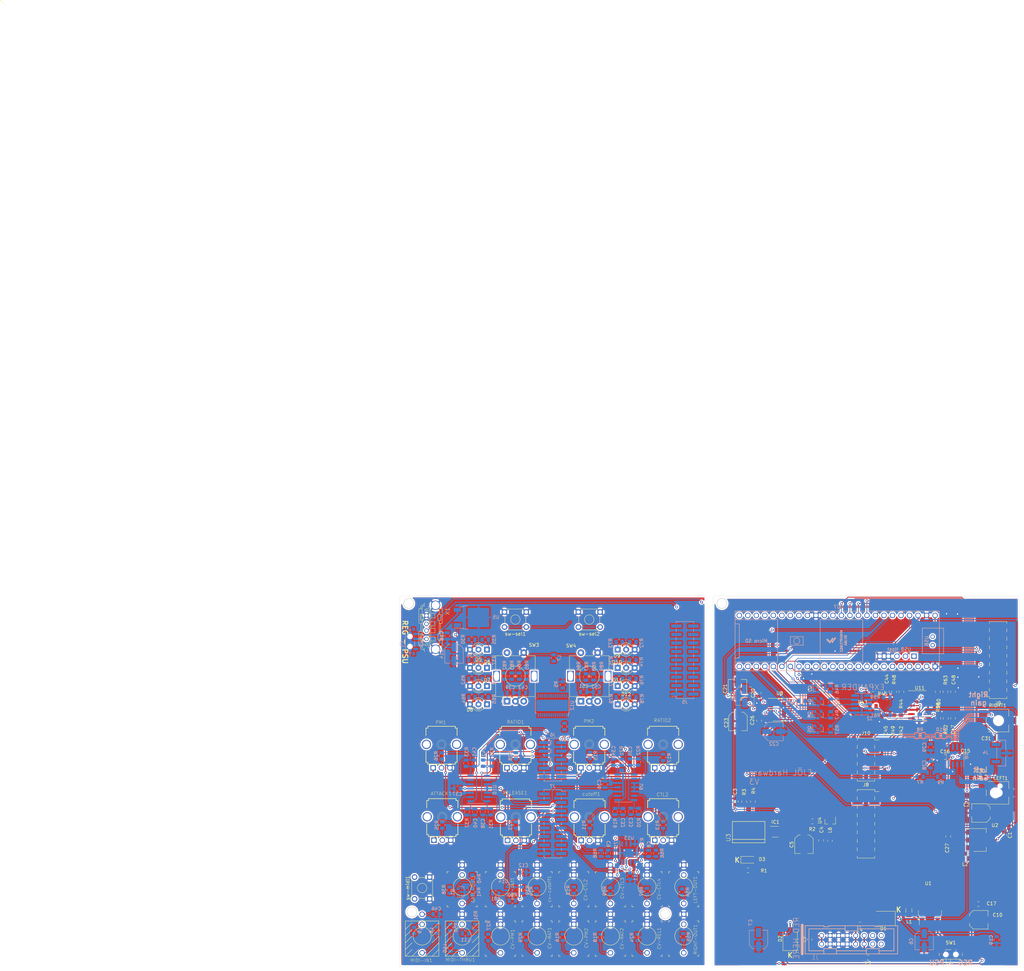
<source format=kicad_pcb>
(kicad_pcb (version 20211014) (generator pcbnew)
  (layers (0 "F.Cu" signal "Top") (31 "B.Cu" signal "Bottom") (34 "B.Paste" user) (35 "F.Paste" user) (36 "B.SilkS" user "B.Silkscreen") (37 "F.SilkS" user "F.Silkscreen") (38 "B.Mask" user) (39 "F.Mask" user) (44 "Edge.Cuts" user))
  (net 0 "")
  (net 1 "ATTACK")
  (net 2 "RATIO1")
  (net 3 "RATIO2")
  (net 4 "+3.3V")
  (net 5 "MIDI-RX4")
  (net 6 "MIDI-RX5")
  (net 7 "LEFT-OUT")
  (net 8 "RIGHT-OUT")
  (net 9 "+12V")
  (net 10 "GND")
  (net 11 "D+_F")
  (net 12 "D-_F")
  (net 13 "+12V-F")
  (net 14 "D+")
  (net 15 "D-")
  (net 16 "5V_USB")
  (net 17 "CONTROL2_CV_F")
  (net 18 "Net-(C40-Pad2)")
  (net 19 "Net-(LEFT-OUT1-PadP$1_TIP)")
  (net 20 "Net-(GATE-OUT1-PadP$1_TIP)")
  (net 21 "-10V_F")
  (net 22 "+3.3VA")
  (net 23 "+5V")
  (net 24 "-12V")
  (net 25 "Net-(C41-Pad2)")
  (net 26 "Net-(C42-Pad2)")
  (net 27 "MIDI-RX")
  (net 28 "LEFT-OUT-F")
  (net 29 "RIGHT-OUT-F")
  (net 30 "MIDI-THRU-R-F")
  (net 31 "MIDI-IN-L-F")
  (net 32 "MIDI-IN-R-F")
  (net 33 "+3.3V_F")
  (net 34 "+3.3V_F1")
  (net 35 "Net-(L8-Pad2)")
  (net 36 "Net-(L9-Pad2)")
  (net 37 "dac_left")
  (net 38 "dac_right")
  (net 39 "GATE-F")
  (net 40 "LRCLK")
  (net 41 "SDATA")
  (net 42 "MCLK")
  (net 43 "SCLK")
  (net 44 "D-B")
  (net 45 "D+B")
  (net 46 "-10V")
  (net 47 "voct1")
  (net 48 "voct3")
  (net 49 "voct2")
  (net 50 "voct4")
  (net 51 "gate1")
  (net 52 "gate3")
  (net 53 "gate2")
  (net 54 "gate4")
  (net 55 "Net-(ATTACK1-Pad2)")
  (net 56 "CONTROL1_CV_F")
  (net 57 "RATIO1_F")
  (net 58 "RATIO2_F")
  (net 59 "RELEASE_F")
  (net 60 "ATTACK_F")
  (net 61 "PM1_F")
  (net 62 "PM2_F")
  (net 63 "+3.3VA_F")
  (net 64 "Net-(CTL2-Pad2)")
  (net 65 "Net-(CV-CTL2-PadP$1_TIP)")
  (net 66 "Net-(CV-RAT1-PadP$1_TIP)")
  (net 67 "Net-(CV-RAT2-PadP$1_TIP)")
  (net 68 "RELEASE")
  (net 69 "PM1")
  (net 70 "PM2")
  (net 71 "GND1")
  (net 72 "Net-(C22-Pad1)")
  (net 73 "Net-(C30-Pad2)")
  (net 74 "Net-(C31-Pad2)")
  (net 75 "Net-(C32-Pad2)")
  (net 76 "Net-(C33-Pad2)")
  (net 77 "Net-(C38-Pad2)")
  (net 78 "Net-(C44-Pad2)")
  (net 79 "Net-(C45-Pad2)")
  (net 80 "Net-(C46-Pad2)")
  (net 81 "Net-(C47-Pad2)")
  (net 82 "Net-(CV-REL1-PadP$1_TIP)")
  (net 83 "Net-(D3-Pad1)")
  (net 84 "exp-gate4")
  (net 85 "exp-voct4")
  (net 86 "exp-gate3")
  (net 87 "exp-voct3")
  (net 88 "exp-gate2")
  (net 89 "exp-voct2")
  (net 90 "exp-gate1")
  (net 91 "exp-voct1")
  (net 92 "Net-(L1-Pad1)")
  (net 93 "Net-(L2-Pad1)")
  (net 94 "Net-(PM1-Pad2)")
  (net 95 "Net-(PM2-Pad2)")
  (net 96 "Net-(Q1-Pad1)")
  (net 97 "Net-(Q2-Pad1)")
  (net 98 "Net-(Q3-Pad1)")
  (net 99 "Net-(Q4-Pad1)")
  (net 100 "Net-(Q5-Pad1)")
  (net 101 "Net-(J1-Pad1)")
  (net 102 "Net-(J1-Pad10)")
  (net 103 "Net-(CV-PM1-PadP$1_TIP)")
  (net 104 "Net-(CV-PM2-PadP$1_TIP)")
  (net 105 "euro-5V_f")
  (net 106 "euro-5V")
  (net 107 "Net-(J1-Pad11)")
  (net 108 "MIDI-THRU")
  (net 109 "Net-(C4-Pad1)")
  (net 110 "Net-(C14-Pad1)")
  (net 111 "Net-(C24-Pad2)")
  (net 112 "Net-(C24-Pad1)")
  (net 113 "Net-(C25-Pad1)")
  (net 114 "Net-(C28-Pad1)")
  (net 115 "Net-(C29-Pad1)")
  (net 116 "Net-(C34-Pad2)")
  (net 117 "Net-(C35-Pad2)")
  (net 118 "Net-(C48-Pad2)")
  (net 119 "Net-(D1-Pad2)")
  (net 120 "Net-(D2-Pad1)")
  (net 121 "Net-(L10-Pad2)")
  (net 122 "Net-(L10-Pad1)")
  (net 123 "Net-(L11-Pad2)")
  (net 124 "Net-(L11-Pad1)")
  (net 125 "Net-(Q1-Pad2)")
  (net 126 "Net-(R3-Pad2)")
  (net 127 "Net-(R17-Pad2)")
  (net 128 "Net-(R23-Pad2)")
  (net 129 "Net-(R28-Pad2)")
  (net 130 "Net-(R55-Pad1)")
  (net 131 "Net-(SW1-Pad3)")
  (net 132 "Net-(C8-Pad2)")
  (net 133 "Net-(C9-Pad2)")
  (net 134 "Net-(CV-CTL3-PadP$1_TIP)")
  (net 135 "Net-(CV-CTL4-PadP$1_TIP)")
  (net 136 "Net-(D5-Pad2)")
  (net 137 "Net-(D5-Pad1)")
  (net 138 "Net-(D6-Pad2)")
  (net 139 "Net-(D6-Pad1)")
  (net 140 "Net-(D7-Pad2)")
  (net 141 "Net-(D7-Pad1)")
  (net 142 "Net-(D8-Pad2)")
  (net 143 "Net-(D8-Pad1)")
  (net 144 "Net-(D9-Pad2)")
  (net 145 "Net-(D9-Pad1)")
  (net 146 "Net-(D10-Pad2)")
  (net 147 "Net-(D10-Pad1)")
  (net 148 "Net-(D11-Pad2)")
  (net 149 "Net-(D11-Pad1)")
  (net 150 "Net-(D12-Pad2)")
  (net 151 "Net-(D12-Pad1)")
  (net 152 "sin-f")
  (net 153 "sclkLED-f")
  (net 154 "xlat-f")
  (net 155 "gsclk-f")
  (net 156 "GATE")
  (net 157 "sin")
  (net 158 "xlat")
  (net 159 "gsclk")
  (net 160 "Net-(R5-Pad1)")
  (net 161 "Net-(R6-Pad1)")
  (net 162 "led1_g")
  (net 163 "led1_r")
  (net 164 "led2_g")
  (net 165 "led2_r")
  (net 166 "led3_g")
  (net 167 "led3_r")
  (net 168 "led4_g")
  (net 169 "led4_r")
  (net 170 "led5_g")
  (net 171 "led5_r")
  (net 172 "led6_g")
  (net 173 "led6_r")
  (net 174 "led7_g")
  (net 175 "led7_r")
  (net 176 "led8_g")
  (net 177 "led8_r")
  (net 178 "cutoff_f")
  (net 179 "Net-(R14-Pad2)")
  (net 180 "select2_sw-F")
  (net 181 "select_sw-F")
  (net 182 "midi_sw")
  (net 183 "select_sw")
  (net 184 "cutoff")
  (net 185 "Net-(R81-Pad1)")
  (net 186 "Net-(R39-Pad2)")
  (net 187 "Net-(R80-Pad2)")
  (net 188 "Net-(R11-Pad2)")
  (net 189 "Net-(C39-Pad2)")
  (net 190 "Net-(C43-Pad2)")
  (net 191 "Net-(C51-Pad2)")
  (net 192 "Net-(C52-Pad2)")
  (net 193 "CONTROL3_F")
  (net 199 "midi_sw-F")
  (net 201 "ctl2_enc_B_F")
  (net 202 "envelope_F")
  (net 203 "ctl2_enc_A_F")
  (net 204 "ctl1_enc_B_F")
  (net 205 "envelope")
  (net 206 "ctl1_enc_A_F")
  (net 207 "ctl2_sw_F")
  (net 208 "ctl1_sw_F")
  (net 209 "D+B_F")
  (net 210 "D-B_F")
  (net 214 "CONTROL2_CV")
  (net 215 "CONTROL1_CV")
  (net 217 "ctl2_enc_B")
  (net 218 "ctl2_enc_A")
  (net 219 "ctl1_enc_B")
  (net 220 "ctl1_enc_A")
  (net 221 "ctl2_sw")
  (net 222 "ctl1_sw")
  (net 223 "sclkLED")
  (net 224 "select2_sw")
  (net 225 "CONTROL3")
  (net 234 "save_sw")
  (net 235 "unconnected-(U7-Pad6)")
  (net 236 "blank")
  (footprint "VesturSynthesis:WQP-PJ301M-12_JACK" (layer "F.Cu") (at 132.426356 152.362749 180)
    (fp_text reference "CV-RAT1")
    (fp_text value "THONKICONNNEW" hide)
  )
  (footprint "VesturSynthesis:WQP-PJ301M-12_JACK" (layer "F.Cu") (at 165.237836 152.362749 180)
    (fp_text reference "CV-REL1")
    (fp_text value "THONKICONNNEW" hide)
  )
  (footprint "VesturSynthesis:WQP-PJ301M-12_JACK" (layer "F.Cu") (at 121.489196 152.362749 180)
    (fp_text reference "CV-PM1")
    (fp_text value "THONKICONNNEW" hide)
  )
  (footprint "VesturSynthesis:WQP-PJ301M-12_JACK" (layer "F.Cu") (at 154.300676 152.362749 180)
    (fp_text reference "CV-RAT2")
    (fp_text value "THONKICONNNEW" hide)
  )
  (footprint "VesturSynthesis:WQP-PJ301M-12_JACK" (layer "F.Cu") (at 143.363516 152.362749 180)
    (fp_text reference "CV-PM2")
    (fp_text value "THONKICONNNEW" hide)
  )
  (footprint "VesturSynthesis:WQP-PJ301M-12_JACK" (layer "F.Cu") (at 176.175 137.630749 180)
    (fp_text reference "LEFT-OUT1")
    (fp_text value "THONKICONNNEW" hide)
  )
  (footprint "VesturSynthesis:WQP-PJ301M-12_JACK" (layer "F.Cu") (at 110.052036 137.630749 180)
    (fp_text reference "GATE-OUT1")
    (fp_text value "THONKICONNNEW" hide)
  )
  (footprint "VesturSynthesis:WQP-PJ301M-12_JACK" (layer "F.Cu") (at 176.175 152.35 180)
    (fp_text reference "RIGHT-OUT1")
    (fp_text value "THONKICONNNEW" hide)
  )
  (footprint "VesturSynthesis:KUSBVX" (layer "F.Cu") (at 99.4156 60.1566 -90)
    (fp_text reference "X1")
    (fp_text value "KUSBVX")
  )
  (footprint "VesturSynthesis:WQP-PJ301M-12_JACK" (layer "F.Cu") (at 143.363516 137.630749 180)
    (fp_text reference "CV-CTL2")
    (fp_text value "THONKICONNNEW" hide)
  )
  (footprint "VesturSynthesis:WQP-PJ301M-12_JACK" (layer "F.Cu") (at 132.426356 137.630749 180)
    (fp_text reference "cv-cutoff1")
    (fp_text value "THONKICONNNEW" hide)
  )
  (footprint "Inductor_SMD:L_1206_3216Metric" (layer "F.Cu") (at 243.3701 144.6881 90)
    (fp_text reference "L1")
    (fp_text value "33u")
  )
  (footprint "Inductor_SMD:L_0805_2012Metric" (layer "F.Cu") (at 260.1237 129.2352 180)
    (fp_text reference "L2")
    (fp_text value "33u")
  )
  (footprint "Package_SO:TSSOP-20_4.4x6.5mm_P0.65mm" (layer "F.Cu") (at 204.978 84.7852)
    (fp_text reference "U8")
    (fp_text value "PCM5100")
  )
  (footprint "Resistor_SMD:R_0805_2012Metric" (layer "F.Cu") (at 241.1476 79.4131 90)
    (fp_text reference "R44")
    (fp_text value "140k 1%")
  )
  (footprint "Resistor_SMD:R_0805_2012Metric" (layer "F.Cu") (at 232.6536 78.6511 180)
    (fp_text reference "R45")
    (fp_text value "100k 1%")
  )
  (footprint "Resistor_SMD:R_0805_2012Metric" (layer "F.Cu") (at 252.1331 87.3506 -90)
    (fp_text reference "R58")
    (fp_text value "140k 1%")
  )
  (footprint "VesturSynthesis:9MM_SNAP-IN_POT" (layer "F.Cu") (at 104.1381 116.7361)
    (fp_text reference "ATTACK1")
    (fp_text value "50k-lin")
  )
  (footprint "Capacitor_SMD:C_0805_2012Metric" (layer "F.Cu") (at 271.8816 122.2271 -90)
    (fp_text reference "C1")
    (fp_text value "100n")
  )
  (footprint "Capacitor_SMD:C_Elec_5x5.8" (layer "F.Cu") (at 264.8661 115.6081 180)
    (fp_text reference "C2")
    (fp_text value "100u")
  )
  (footprint "Capacitor_SMD:C_0805_2012Metric" (layer "F.Cu") (at 217.2 123.775 90)
    (fp_text reference "C4")
    (fp_text value "100n")
  )
  (footprint "Capacitor_SMD:C_0805_2012Metric" (layer "F.Cu") (at 260.2461 98.7171)
    (fp_text reference "C15")
    (fp_text value "100n")
  )
  (footprint "Capacitor_SMD:C_0805_2012Metric" (layer "F.Cu") (at 254.1501 98.9076)
    (fp_text reference "C16")
    (fp_text value "100n")
  )
  (footprint "Capacitor_SMD:C_0805_2012Metric" (layer "F.Cu") (at 198.5264 79.8299 90)
    (fp_text reference "C20")
    (fp_text value "100n")
  )
  (footprint "Capacitor_SMD:C_Elec_5x5.8" (layer "F.Cu") (at 192.2272 78.5165 90)
    (fp_text reference "C21")
    (fp_text value "10u")
  )
  (footprint "Capacitor_SMD:C_Elec_5x5.8" (layer "F.Cu") (at 192.3796 88.2701 -90)
    (fp_text reference "C23")
    (fp_text value "10u")
  )
  (footprint "Capacitor_SMD:C_0805_2012Metric" (layer "F.Cu") (at 198.6788 88.0595 -90)
    (fp_text reference "C26")
    (fp_text value "100n")
  )
  (footprint "Capacitor_SMD:C_0805_2012Metric" (layer "F.Cu") (at 255.1176 122.6081 90)
    (fp_text reference "C27")
    (fp_text value "100n")
  )
  (footprint "Capacitor_SMD:C_0805_2012Metric" (layer "F.Cu") (at 264.7188 104.6988 180)
    (fp_text reference "C30")
    (fp_text value "100p")
  )
  (footprint "Capacitor_SMD:C_0805_2012Metric" (layer "F.Cu") (at 236.8296 79.4131 -90)
    (fp_text reference "C44")
    (fp_text value "1n")
  )
  (footprint "Capacitor_SMD:C_0805_2012Metric" (layer "F.Cu") (at 236.6391 87.3506 90)
    (fp_text reference "C45")
    (fp_text value "1n")
  )
  (footprint "Capacitor_SMD:C_0805_2012Metric" (layer "F.Cu") (at 256.5146 87.3506 90)
    (fp_text reference "C47")
    (fp_text value "1n")
  )
  (footprint "Capacitor_SMD:C_0805_2012Metric" (layer "F.Cu") (at 256.5781 79.4131 -90)
    (fp_text reference "C48")
    (fp_text value "1n")
  )
  (footprint "VesturSynthesis:9MM_SNAP-IN_POT" (layer "F.Cu") (at 148.0701 116.7996)
    (fp_text reference "cutoff1")
    (fp_text value "50k-lin")
  )
  (footprint "Diode_SMD:D_SOD-123" (layer "F.Cu") (at 195.4901 129.5781)
    (fp_text reference "D3")
    (fp_text value "1N4148")
  )
  (footprint "Diode_SMD:D_SMB" (layer "F.Cu") (at 235.7591 147.1041 180)
    (fp_text reference "D1")
    (fp_text value "STPS1L30U")
  )
  (footprint "Diode_SMD:D_SMB" (layer "F.Cu") (at 207.9371 153.1276 90)
    (fp_text reference "D2")
    (fp_text value "STPS1L30U")
  )
  (footprint "Package_TO_SOT_SMD:SOT-23-5_HandSoldering" (layer "F.Cu") (at 203.525 121.2)
    (fp_text reference "IC1")
    (fp_text value "741G17DBV")
  )
  (footprint "Connector_PinSocket_2.54mm:PinSocket_2x05_P2.54mm_Vertical_SMD" (layer "F.Cu") (at 230.5581 99.675)
    (fp_text reference "J10")
    (fp_text value "Conn_01x10_Female")
  )
  (footprint "Inductor_SMD:L_0805_2012Metric" (layer "F.Cu") (at 228.7166 148.8821 180)
    (fp_text reference "L4")
    (fp_text value "BLM21PG221SN1D")
  )
  (footprint "Inductor_SMD:L_0805_2012Metric" (layer "F.Cu") (at 213.7156 153.3756 90)
    (fp_text reference "L5")
    (fp_text value "BLM21PG221SN1D")
  )
  (footprint "Resistor_SMD:R_0805_2012Metric" (layer "F.Cu") (at 195.3537 132.7404 180)
    (fp_text reference "R1")
    (fp_text value "220")
  )
  (footprint "Resistor_SMD:R_0805_2012Metric" (layer "F.Cu") (at 194.2211 112.2276 -90)
    (fp_text reference "R3")
    (fp_text value "1k")
  )
  (footprint "Resistor_SMD:R_0805_2012Metric" (layer "F.Cu") (at 196.8246 112.1941 90)
    (fp_text reference "R4")
    (fp_text value "470")
  )
  (footprint "Resistor_SMD:R_0805_2012Metric" (layer "F.Cu") (at 214.575 118.125)
    (fp_text reference "R2")
    (fp_text value "1k")
  )
  (footprint "Resistor_SMD:R_0805_2012Metric" (layer "F.Cu") (at 241.0206 87.3506 -90)
    (fp_text reference "R42")
    (fp_text value "140k 1%")
  )
  (footprint "Resistor_SMD:R_0805_2012Metric" (layer "F.Cu") (at 232.6386 83.7311 180)
    (fp_text reference "R43")
    (fp_text value "100k 1%")
  )
  (footprint "Resistor_SMD:R_0805_2012Metric" (layer "F.Cu") (at 238.9886 79.4131 -90)
    (fp_text reference "R48")
    (fp_text value "33k 1%")
  )
  (footprint "Resistor_SMD:R_0805_2012Metric" (layer "F.Cu") (at 238.9251 87.3506 90)
    (fp_text reference "R49")
    (fp_text value "33k 1%")
  )
  (footprint "Resistor_SMD:R_0805_2012Metric" (layer "F.Cu") (at 254.3556 87.3506 90)
    (fp_text reference "R62")
    (fp_text value "33k 1%")
  )
  (footprint "Resistor_SMD:R_0805_2012Metric" (layer "F.Cu") (at 254.2921 79.4131 -90)
    (fp_text reference "R63")
    (fp_text value "33k 1%")
  )
  (footprint "VesturSynthesis:9MM_SNAP-IN_POT" (layer "F.Cu") (at 126.1041 116.7996)
    (fp_text reference "RELEASE1")
    (fp_text value "50k-lin")
  )
  (footprint "Button_Switch_THT:SW_TH_Tactile_Omron_B3F-10xx" (layer "F.Cu") (at 95.864876 141.25 90)
    (fp_text reference "sw-midi1")
    (fp_text value "SW_MEC_5G")
  )
  (footprint "Package_SO:SOIC-14_3.9x8.7mm_P1.27mm" (layer "F.Cu") (at 246.6086 83.5406)
    (fp_text reference "U11")
    (fp_text value "MCP6004")
  )
  (footprint "Package_TO_SOT_SMD:TO-252-2" (layer "F.Cu") (at 249.6576 143.7191 90)
    (fp_text reference "U1")
    (fp_text value "L7805")
  )
  (footprint "Package_TO_SOT_SMD:SOT-223-3_TabPin2" (layer "F.Cu") (at 264.5406 123.6726)
    (fp_text reference "U2")
    (fp_text value "NCP1117-3.3_SOT223")
  )
  (footprint "VesturSynthesis:DIL8-SMD" (layer "F.Cu") (at 195.5546 121.3231)
    (fp_text reference "U3")
    (fp_text value "6N138")
  )
  (footprint "Package_TO_SOT_SMD:SOT-23" (layer "F.Cu") (at 219.9 118.15 -90)
    (fp_text reference "U4")
    (fp_text value "LM4040DBZ-10")
  )
  (footprint "Potentiometer_SMD:Potentiometer_ACP_CA6-VSMD_Vertical_Hole" (layer "F.Cu") (at 269.8242 109.5883)
    (fp_text reference "LEFT1")
    (fp_text value "50k")
  )
  (footprint "Inductor_SMD:L_0805_2012Metric" (layer "F.Cu") (at 219.8 123.875 90)
    (fp_text reference "L6")
    (fp_text value "33u")
  )
  (footprint "VesturSynthesis:9MM_SNAP-IN_POT" (layer "F.Cu") (at 170.0361 116.7511)
    (fp_text reference "CTL2")
    (fp_text value "50k-lin")
  )
  (footprint "VesturSynthesis:WQP-PJ366ST_JACK" (layer "F.Cu") (at 98.114876 152.362749 180)
    (fp_text reference "MIDI-IN1")
    (fp_text value "THONKI-STEREO" hide)
  )
  (footprint "VesturSynthesis:WQP-PJ366ST_JACK" (layer "F.Cu") (at 110.052036 152.362749 180)
    (fp_text reference "MIDI-THRU1")
    (fp_text value "THONKI-STEREO" hide)
  )
  (footprint "Button_Switch_SMD:SW_SPDT_PCM12" (layer "F.Cu") (at 255.8796 157.5181)
    (fp_text reference "SW1")
    (fp_text value "SW_SPDT")
  )
  (footprint "Capacitor_SMD:C_Elec_5x5.8" (layer "F.Cu") (at 264.2286 147.4851)
    (fp_text reference "C10")
    (fp_text value "22u")
  )
  (footprint "Inductor_SMD:L_0805_2012Metric" (layer "F.Cu") (at 231.1631 158.7881 180)
    (fp_text reference "L3")
    (fp_text value "BLM21PG221SN1D")
  )
  (footprint "Capacitor_SMD:C_0805_2012Metric" (layer "F.Cu") (at 264.1196 142.7861)
    (fp_text reference "C17")
    (fp_text value "100n")
  )
  (footprint "Capacitor_SMD:C_Elec_5x5.8" (layer "F.Cu") (at 212.05 124.95 -90)
    (fp_text reference "C5")
    (fp_text value "100u")
  )
  (footprint "Connector_PinSocket_2.54mm:PinSocket_2x08_P2.54mm_Vertical_SMD" (layer "F.Cu") (at 230.5581 118.85)
    (fp_text reference "J8")
    (fp_text value "Conn_01x16_Female")
  )
  (footprint "Button_Switch_THT:SW_TH_Tactile_Omron_B3F-10xx" (layer "F.Cu") (at 151.235066 60.1 180)
    (fp_text reference "sw-sel2")
    (fp_text value "SW_MEC_5G")
  )
  (footprint "Connector_PinSocket_2.54mm:PinSocket_2x09_P2.54mm_Vertical_SMD" (layer "F.Cu") (at 269.9966 69.9516 180)
    (fp_text reference "J9")
    (fp_text value "Conn_01x18_Female")
  )
  (footprint "Capacitor_SMD:C_0805_2012Metric" (layer "F.Cu") (at 191.6811 112.1941 90)
    (fp_text reference "C3")
    (fp_text value "100n")
  )
  (footprint "Potentiometer_SMD:Potentiometer_ACP_CA6-VSMD_Vertical_Hole" (layer "F.Cu") (at 269.8242 88.0237)
    (fp_text reference "RIGHT1")
    (fp_text value "50k")
  )
  (footprint "Capacitor_SMD:C_0805_2012Metric" (layer "F.Cu") (at 269.6591 93.3323)
    (fp_text reference "C31")
    (fp_text value "100p")
  )
  (footprint "Resistor_SMD:R_0805_2012Metric" (layer "F.Cu") (at 252.0061 79.4131 90)
    (fp_text reference "R60")
    (fp_text value "140k 1%")
  )
  (footprint "Rotary_Encoder:RotaryEncoder_Alps_EC11E-Switch_Vertical_H20mm" (layer "F.Cu") (at 123.442533 82.25 90)
    (fp_text reference "SW3")
    (fp_text value "ctl1")
  )
  (footprint "Rotary_Encoder:RotaryEncoder_Alps_EC11E-Switch_Vertical_H20mm" (layer "F.Cu") (at 145.485066 82.25 90)
    (fp_text reference "SW4")
    (fp_text value "ctl2")
  )
  (footprint "VesturSynthesis:WQP-PJ301M-12_JACK" (layer "F.Cu") (at 154.300676 137.630749 180)
    (fp_text reference "CV-CTL3")
    (fp_text value "THONKICONNNEW" hide)
  )
  (footprint "VesturSynthesis:WQP-PJ301M-12_JACK" (layer "F.Cu") (at 165.237836 137.630749 180)
    (fp_text reference "CV-CTL4")
    (fp_text value "THONKICONNNEW" hide)
  )
  (footprint "LED_THT:LED_D3.0mm-3" (layer "F.Cu") (at 117.471266 66.825 180)
    (fp_text reference "D5")
    (fp_text value "LED_Dual_AAC")
  )
  (footprint "LED_THT:LED_D3.0mm-3" (layer "F.Cu") (at 117.471266 72.275 180)
    (fp_text reference "D6")
    (fp_text value "LED_Dual_AAC")
  )
  (footprint "LED_THT:LED_D3.0mm-3" (layer "F.Cu") (at 117.471266 77.725 180)
    (fp_text reference "D7")
    (fp_text value "LED_Dual_AAC")
  )
  (footprint "LED_THT:LED_D3.0mm-3" (layer "F.Cu") (at 117.471266 83.175 180)
    (fp_text reference "D8")
    (fp_text value "LED_Dual_AAC")
  )
  (footprint "LED_THT:LED_D3.0mm-3" (layer "F.Cu") (at 156.456333 66.825)
    (fp_text reference "D9")
    (fp_text value "LED_Dual_AAC")
  )
  (footprint "LED_THT:LED_D3.0mm-3" (layer "F.Cu") (at 156.456333 72.275)
    (fp_text reference "D10")
    (fp_text value "LED_Dual_AAC")
  )
  (footprint "LED_THT:LED_D3.0mm-3" (layer "F.Cu") (at 156.456333 77.725)
    (fp_text reference "D11")
    (fp_text value "LED_Dual_AAC")
  )
  (footprint "LED_THT:LED_D3.0mm-3" (layer "F.Cu") (at 156.456333 83.175)
    (fp_text reference "D12")
    (fp_text value "LED_Dual_AAC")
  )
  (footprint "Button_Switch_THT:SW_TH_Tactile_Omron_B3F-10xx" (layer "F.Cu") (at 129.192533 60.1 180)
    (fp_text reference "sw-sel1")
    (fp_text value "SW_MEC_5G")
  )
  (footprint "VesturSynthesis:WQP-PJ301M-12_JACK" (layer "F.Cu") (at 121.489196 137.630749 180)
    (fp_text reference "env-out1")
    (fp_text value "THONKICONNNEW" hide)
  )
  (footprint "VesturSynthesis:9MM_SNAP-IN_POT" (layer "F.Cu") (at 147.985065 95.1373)
    (fp_text reference "PM2")
    (fp_text value "50k-lin")
  )
  (footprint "VesturSynthesis:9MM_SNAP-IN_POT" (layer "F.Cu") (at 125.942533 95.1373)
    (fp_text reference "RATIO1")
    (fp_text value "50k-lin")
  )
  (footprint "VesturSynthesis:9MM_SNAP-IN_POT" (layer "F.Cu") (at 170.0276 95.1373)
    (fp_text reference "RATIO2")
    (fp_text value "50k-lin")
  )
  (footprint "VesturSynthesis:9MM_SNAP-IN_POT" (layer "F.Cu") (at 103.9 95.1373)
    (fp_text reference "PM1")
    (fp_text value "50k-lin")
  )
  (footprint "Package_SO:SO-8_3.9x4.9mm_P1.27mm" (layer "B.Cu") (at 257.1496 98.4981 90)
    (fp_text reference "U6")
    (fp_text value "TL072")
  )
  (footprint "Connector_PinHeader_1.27mm:PinHeader_2x05_P1.27mm_Vertical_SMD" (layer "B.Cu") (at 229.2858 83.1088 180)
    (fp_text reference "J2")
    (fp_text value "Conn_02x05_Odd_Even")
  )
  (footprint "teensy:Teensy41-minimal" (layer "B.Cu") (at 221.9706 64.2366 180)
    (fp_text reference "U7")
    (fp_text value "Teensy4.1")
  )
  (footprint "Resistor_SMD:R_0805_2012Metric" (layer "B.Cu") (at 236.8019 81.0768 180)
    (fp_text reference "R59")
    (fp_text value "100k 1%")
  )
  (footprint "Resistor_SMD:R_0805_2012Metric" (layer "B.Cu") (at 236.8019 86.3092 180)
    (fp_text reference "R61")
    (fp_text value "100k 1%")
  )
  (footprint "Package_SO:SOIC-14_3.9x8.7mm_P1.27mm" (layer "B.Cu") (at 115.0366 108.3056)
    (fp_text reference "U10")
    (fp_text value "MCP6004")
  )
  (footprint "Capacitor_SMD:C_Elec_5x5.8" (layer "B.Cu") (at 247.9421 153.6751 -90)
    (fp_text reference "C6")
    (fp_text value "22u")
  )
  (footprint "Capacitor_SMD:C_Elec_5x5.8" (layer "B.Cu") (at 198.5 153.3875 90)
    (fp_text reference "C7")
    (fp_text value "22u")
  )
  (footprint "Capacitor_SMD:C_0805_2012Metric" (layer "B.Cu") (at 165.725 127.6625 -90)
    (fp_text reference "C8")
    (fp_text value "1n")
  )
  (footprint "Capacitor_SMD:C_0805_2012Metric" (layer "B.Cu") (at 153.6125 127.65 -90)
    (fp_text reference "C9")
    (fp_text value "1n")
  )
  (footprint "Capacitor_SMD:C_Elec_5x5.8" (layer "B.Cu") (at 107.6325 68.1228 -90)
    (fp_text reference "C14")
    (fp_text value "100u")
  )
  (footprint "Capacitor_SMD:C_0805_2012Metric" (layer "B.Cu") (at 105.625 62.7625 -90)
    (fp_text reference "C18")
    (fp_text value "100n")
  )
  (footprint "Capacitor_SMD:C_0805_2012Metric" (layer "B.Cu") (at 269.5448 153.4899 -90)
    (fp_text reference "C19")
    (fp_text value "100n")
  )
  (footprint "Capacitor_SMD:C_Elec_5x5.8" (layer "B.Cu") (at 203.0781 91.2876)
    (fp_text reference "C22")
    (fp_text value "2.2u")
  )
  (footprint "Capacitor_SMD:C_Elec_5x5.8" (layer "B.Cu") (at 194.4116 80.6907 -90)
    (fp_text reference "C24")
    (fp_text value "2.2u")
  )
  (footprint "Capacitor_SMD:C_0805_2012Metric" (layer "B.Cu") (at 211.5035 82.1436)
    (fp_text reference "C25")
    (fp_text value "100n")
  )
  (footprint "Capacitor_SMD:C_0805_2012Metric" (layer "B.Cu") (at 249.8598 101.2086 90)
    (fp_text reference "C28")
    (fp_text value "100n")
  )
  (footprint "Capacitor_SMD:C_0805_2012Metric" (layer "B.Cu") (at 249.8598 95.9716 -90)
    (fp_text reference "C29")
    (fp_text value "100n")
  )
  (footprint "Capacitor_SMD:C_0805_2012Metric" (layer "B.Cu") (at 158.0388 115.186699 -90)
    (fp_text reference "C32")
    (fp_text value "1n")
  )
  (footprint "Capacitor_SMD:C_0805_2012Metric" (layer "B.Cu") (at 160.3756 115.1359 -90)
    (fp_text reference "C33")
    (fp_text value "1n")
  )
  (footprint "Capacitor_SMD:C_0805_2012Metric" (layer "B.Cu") (at 116.315066 100.725633 90)
    (fp_text reference "C42")
    (fp_text value "1n")
  )
  (footprint "Capacitor_SMD:C_0805_2012Metric" (layer "B.Cu") (at 160.1216 100.422366 90)
    (fp_text reference "C35")
    (fp_text value "1n")
  )
  (footprint "Capacitor_SMD:C_0805_2012Metric" (layer "B.Cu") (at 152.65 107.0625 -90)
    (fp_text reference "C36")
    (fp_text value "100n")
  )
  (footprint "Capacitor_SMD:C_0805_2012Metric" (layer "B.Cu") (at 108.6125 108.3)
    (fp_text reference "C37")
    (fp_text value "100n")
  )
  (footprint "Capacitor_SMD:C_0805_2012Metric" (layer "B.Cu") (at 246.6086 87.0989 90)
    (fp_text reference "C49")
    (fp_text value "100n")
  )
  (footprint "Capacitor_SMD:C_0805_2012Metric" (layer "B.Cu") (at 116.213466 115.2375 -90)
    (fp_text reference "C38")
    (fp_text value "1n")
  )
  (footprint "Capacitor_SMD:C_0805_2012Metric" (layer "B.Cu") (at 113.859733 115.292898 -90)
    (fp_text reference "C40")
    (fp_text value "1n")
  )
  (footprint "Capacitor_SMD:C_0805_2012Metric" (layer "B.Cu") (at 113.758133 100.742566 90)
    (fp_text reference "C41")
    (fp_text value "1n")
  )
  (footprint "Capacitor_SMD:C_0805_2012Metric" (layer "B.Cu") (at 155.1432 100.440832 90)
    (fp_text reference "C34")
    (fp_text value "1n")
  )
  (footprint "Capacitor_SMD:C_0805_2012Metric" (layer "B.Cu") (at 102.3366 145.8341 180)
    (fp_text reference "C46")
    (fp_text value "100n")
  )
  (footprint "Connector_PinHeader_2.54mm:PinHeader_1x03_P2.54mm_Vertical_SMD_Pin1Right" (layer "B.Cu") (at 270.9458 97.7392 180)
    (fp_text reference "J4")
    (fp_text value "Conn_01x03_Male")
  )
  (footprint "Connector_PinHeader_2.54mm:PinHeader_2x05_P2.54mm_Vertical_SMD" (layer "B.Cu") (at 137.082849 99.675 180)
    (fp_text reference "J6")
    (fp_text value "Conn_01x10_Male")
  )
  (footprint "Inductor_SMD:L_0805_2012Metric" (layer "B.Cu") (at 137.35 69.3375 90)
    (fp_text reference "L7")
    (fp_text value "BLM21PG221SN1D")
  )
  (footprint "Inductor_SMD:L_0805_2012Metric" (layer "B.Cu") (at 102.5271 150.6751 -90)
    (fp_text reference "L8")
    (fp_text value "BLM21AG102SN1D")
  )
  (footprint "Inductor_SMD:L_0805_2012Metric" (layer "B.Cu") (at 95.7326 150.7086 90)
    (fp_text reference "L9")
    (fp_text value "BLM21AG102SN1D")
  )
  (footprint "Inductor_SMD:L_0805_2012Metric" (layer "B.Cu") (at 106.5784 155.9791 -90)
    (fp_text reference "L10")
    (fp_text value "BLM21AG102SN1D")
  )
  (footprint "Inductor_SMD:L_0805_2012Metric" (layer "B.Cu") (at 111.0257 151.5364 180)
    (fp_text reference "L11")
    (fp_text value "BLM21AG102SN1D")
  )
  (footprint "Package_TO_SOT_SMD:SOT-23" (layer "B.Cu") (at 216.3724 78.5335 -90)
    (fp_text reference "Q2")
    (fp_text value "BC847")
  )
  (footprint "Package_TO_SOT_SMD:SOT-23" (layer "B.Cu") (at 216.2454 86.2805 -90)
    (fp_text reference "Q3")
    (fp_text value "BC847")
  )
  (footprint "Package_TO_SOT_SMD:SOT-23" (layer "B.Cu") (at 216.3064 82.4865 -90)
    (fp_text reference "Q4")
    (fp_text value "BC847")
  )
  (footprint "Package_TO_SOT_SMD:SOT-23" (layer "B.Cu") (at 216.2404 90.5985 -90)
    (fp_text reference "Q5")
    (fp_text value "BC847")
  )
  (footprint "Package_TO_SOT_SMD:SOT-23" (layer "B.Cu") (at 109.85 139.175)
    (fp_text reference "Q1")
    (fp_text value "BC847")
  )
  (footprint "Resistor_SMD:R_0805_2012Metric" (layer "B.Cu") (at 246.7206 92.5576)
    (fp_text reference "R8")
    (fp_text value "2.2k")
  )
  (footprint "Resistor_SMD:R_0805_2012Metric" (layer "B.Cu") (at 252.8801 92.5576)
    (fp_text reference "R10")
    (fp_text value "10k")
  )
  (footprint "Resistor_SMD:R_0805_2012Metric" (layer "B.Cu") (at 148.065066 119.2276 -90)
    (fp_text reference "R11")
    (fp_text value "200k")
  )
  (footprint "Resistor_SMD:R_0805_2012Metric" (layer "B.Cu") (at 143.35 138.65 -90)
    (fp_text reference "R12")
    (fp_text value "100k")
  )
  (footprint "Resistor_SMD:R_0805_2012Metric" (layer "B.Cu") (at 170.0276 119.2276 -90)
    (fp_text reference "R13")
    (fp_text value "200k")
  )
  (footprint "Resistor_SMD:R_0805_2012Metric" (layer "B.Cu") (at 132.25 138.9875 -90)
    (fp_text reference "R14")
    (fp_text value "100k")
  )
  (footprint "Resistor_SMD:R_0805_2012Metric" (layer "B.Cu") (at 126.1 98.5375 -90)
    (fp_text reference "R28")
    (fp_text value "200k")
  )
  (footprint "Resistor_SMD:R_0805_2012Metric" (layer "B.Cu") (at 129.1336 152.7406 -90)
    (fp_text reference "R29")
    (fp_text value "100k")
  )
  (footprint "Resistor_SMD:R_0805_2012Metric" (layer "B.Cu") (at 170.0276 98.9875 -90)
    (fp_text reference "R17")
    (fp_text value "200k")
  )
  (footprint "Resistor_SMD:R_0805_2012Metric" (layer "B.Cu") (at 151.4221 152.7406 -90)
    (fp_text reference "R18")
    (fp_text value "100k")
  )
  (footprint "Resistor_SMD:R_0805_2012Metric" (layer "B.Cu") (at 155.702 115.169766 -90)
    (fp_text reference "R19")
    (fp_text value "66.5k")
  )
  (footprint "Resistor_SMD:R_0805_2012Metric" (layer "B.Cu") (at 162.7124 115.152833 -90)
    (fp_text reference "R20")
    (fp_text value "66.5k")
  )
  (footprint "Resistor_SMD:R_0805_2012Metric" (layer "B.Cu") (at 118.872 100.7087 90)
    (fp_text reference "R34")
    (fp_text value "66.5k")
  )
  (footprint "Resistor_SMD:R_0805_2012Metric" (layer "B.Cu") (at 162.6108 100.4039 90)
    (fp_text reference "R22")
    (fp_text value "66.5k")
  )
  (footprint "Resistor_SMD:R_0805_2012Metric" (layer "B.Cu") (at 126.102533 119.2276 -90)
    (fp_text reference "R23")
    (fp_text value "200k")
  )
  (footprint "Resistor_SMD:R_0805_2012Metric" (layer "B.Cu") (at 162.3441 152.7406 -90)
    (fp_text reference "R24")
    (fp_text value "100k")
  )
  (footprint "Resistor_SMD:R_0805_2012Metric" (layer "B.Cu") (at 104.14 119.2276 -90)
    (fp_text reference "R25")
    (fp_text value "200k")
  )
  (footprint "Resistor_SMD:R_0805_2012Metric" (layer "B.Cu") (at 103.925 98.5625 -90)
    (fp_text reference "R26")
    (fp_text value "200k")
  )
  (footprint "Resistor_SMD:R_0805_2012Metric" (layer "B.Cu") (at 117.8306 152.7406 -90)
    (fp_text reference "R27")
    (fp_text value "100k")
  )
  (footprint "Resistor_SMD:R_0805_2012Metric" (layer "B.Cu") (at 148.15 98.3875 -90)
    (fp_text reference "R15")
    (fp_text value "200k")
  )
  (footprint "Resistor_SMD:R_0805_2012Metric" (layer "B.Cu") (at 140.1191 152.7406 -90)
    (fp_text reference "R16")
    (fp_text value "100k")
  )
  (footprint "Resistor_SMD:R_0805_2012Metric" (layer "B.Cu") (at 118.5672 115.255966 -90)
    (fp_text reference "R31")
    (fp_text value "66.5k")
  )
  (footprint "Resistor_SMD:R_0805_2012Metric" (layer "B.Cu") (at 111.506 115.274432 -90)
    (fp_text reference "R32")
    (fp_text value "66.5k")
  )
  (footprint "Resistor_SMD:R_0805_2012Metric" (layer "B.Cu") (at 111.2012 100.759499 90)
    (fp_text reference "R33")
    (fp_text value "66.5k")
  )
  (footprint "Resistor_SMD:R_0805_2012Metric" (layer "B.Cu") (at 157.6324 100.459298 90)
    (fp_text reference "R21")
    (fp_text value "66.5k")
  )
  (footprint "Resistor_SMD:R_0805_2012Metric" (layer "B.Cu") (at 219.9894 78.5645 -90)
    (fp_text reference "R46")
    (fp_text value "10k")
  )
  (footprint "Resistor_SMD:R_0805_2012Metric" (layer "B.Cu") (at 220.0529 86.3115 -90)
    (fp_text reference "R47")
    (fp_text value "10k")
  )
  (footprint "Resistor_SMD:R_0805_2012Metric" (layer "B.Cu") (at 112.9375 63.85 180)
    (fp_text reference "R30")
    (fp_text value "100")
  )
  (footprint "Resistor_SMD:R_0805_2012Metric" (layer "B.Cu") (at 220.0529 82.535 -90)
    (fp_text reference "R56")
    (fp_text value "10k")
  )
  (footprint "Resistor_SMD:R_0805_2012Metric" (layer "B.Cu") (at 220.0529 90.5995 -90)
    (fp_text reference "R57")
    (fp_text value "10k")
  )
  (footprint "Resistor_SMD:R_0805_2012Metric" (layer "B.Cu") (at 116.9625 63.85 180)
    (fp_text reference "R35")
    (fp_text value "100")
  )
  (footprint "Resistor_SMD:R_0805_2012Metric" (layer "B.Cu") (at 106.5276 149.7561 90)
    (fp_text reference "R50")
    (fp_text value "33")
  )
  (footprint "Resistor_SMD:R_0805_2012Metric" (layer "B.Cu") (at 175.7 139.2125 90)
    (fp_text reference "R54")
    (fp_text value "1k")
  )
  (footprint "Resistor_SMD:R_0805_2012Metric" (layer "B.Cu") (at 176 152.5625 90)
    (fp_text reference "R55")
    (fp_text value "1k")
  )
  (footprint "Resistor_SMD:R_0805_2012Metric" (layer "B.Cu") (at 112.9375 69.95 180)
    (fp_text reference "R36")
    (fp_text value "100")
  )
  (footprint "Resistor_SMD:R_0805_2012Metric" (layer "B.Cu") (at 116.9625 69.95 180)
    (fp_text reference "R37")
    (fp_text value "100")
  )
  (footprint "Resistor_SMD:R_0805_2012Metric" (layer "B.Cu") (at 106.35 138.6375 90)
    (fp_text reference "R38")
    (fp_text value "1k")
  )
  (footprint "Resistor_SMD:R_0805_2012Metric" (layer "B.Cu") (at 113.1 135.0875 90)
    (fp_text reference "R40")
    (fp_text value "10k")
  )
  (footprint "Package_SO:SOIC-14_3.9x8.7mm_P1.27mm" (layer "B.Cu") (at 158.9151 107.9246)
    (fp_text reference "U9")
    (fp_text value "MCP6004")
  )
  (footprint "Package_TO_SOT_SMD:TO-252-2" (layer "B.Cu") (at 112.825 57.25)
    (fp_text reference "U5")
    (fp_text value "L7805")
  )
  (footprint "Resistor_SMD:R_0805_2012Metric" (layer "B.Cu") (at 140.075 77.375 90)
    (fp_text reference "R5")
    (fp_text value "4.7k")
  )
  (footprint "Resistor_SMD:R_0805_2012Metric" (layer "B.Cu") (at 140.6 89.775 -90)
    (fp_text reference "R6")
    (fp_text value "10k")
  )
  (footprint "Resistor_SMD:R_0805_2012Metric" (layer "B.Cu") (at 112.9375 75.525 180)
    (fp_text reference "R52")
    (fp_text value "100")
  )
  (footprint "Resistor_SMD:R_0805_2012Metric" (layer "B.Cu") (at 116.9625 75.525)
    (fp_text reference "R53")
    (fp_text value "100")
  )
  (footprint "Button_Switch_SMD:SW_SPDT_PCM12" (layer "B.Cu") (at 94.8106 64.3996 90)
    (fp_text reference "SW2")
    (fp_text value "SW_SPDT")
  )
  (footprint "con-3m:con-3m-PAK100_2500-16" (layer "B.Cu") (at 226.2124 153.4668)
    (fp_text reference "J1")
    (fp_text value "Conn_02x08_Odd_Even" hide)
  )
  (footprint "Connector_PinHeader_2.54mm:PinHeader_2x08_P2.54mm_Vertical_SMD" (layer "B.Cu") (at 137.082849 118.825 180)
    (fp_text reference "J7")
    (fp_text value "Conn_01x16_Male")
  )
  (footprint "Connector_PinHeader_2.54mm:PinHeader_2x09_P2.54mm_Vertical_SMD" (layer "B.Cu") (at 176.5246 69.9516)
    (fp_text reference "J5")
    (fp_text value "Conn_01x18_Male")
  )
  (footprint "Resistor_SMD:R_0805_2012Metric" (layer "B.Cu") (at 113.125 139.1625 90)
    (fp_text reference "R41")
    (fp_text value "1k")
  )
  (footprint "Resistor_SMD:R_0805_2012Metric" (layer "B.Cu") (at 113.9444 149.6799 90)
    (fp_text reference "R51")
    (fp_text value "10")
  )
  (footprint "Resistor_SMD:R_0805_2012Metric" (layer "B.Cu") (at 246.7206 104.775)
    (fp_text reference "R7")
    (fp_text value "2.2k")
  )
  (footprint "Resistor_SMD:R_0805_2012Metric" (layer "B.Cu") (at 252.8801 104.8385)
    (fp_text reference "R9")
    (fp_text value "10k")
  )
  (footprint "Capacitor_SMD:C_0805_2012Metric" (layer "B.Cu") (at 124.4375 79.75 180)
    (fp_text reference "C39")
    (fp_text value "100n")
  )
  (footprint "Capacitor_SMD:C_0805_2012Metric" (layer "B.Cu") (at 128.0875 79.75)
    (fp_text reference "C43")
    (fp_text value "100n")
  )
  (footprint "Capacitor_SMD:C_0805_2012Metric" (layer "B.Cu") (at 146.3375 79.5 180)
    (fp_text reference "C51")
    (fp_text value "100n")
  )
  (footprint "Capacitor_SMD:C_0805_2012Metric" (layer "B.Cu") (at 150.1125 79.5)
    (fp_text reference "C52")
    (fp_text value "100n")
  )
  (footprint "Resistor_SMD:R_0805_2012Metric" (layer "B.Cu") (at 122.65 74.7625 90)
    (fp_text reference "R82")
    (fp_text value "10k")
  )
  (footprint "Resistor_SMD:R_0805_2012Metric" (layer "B.Cu") (at 124.85 74.7625 90)
    (fp_text reference "R83")
    (fp_text value "10k")
  )
  (footprint "Resistor_SMD:R_0805_2012Metric" (layer "B.Cu") (at 127.05 74.7625 90)
    (fp_text reference "R84")
    (fp_text value "10k")
  )
  (footprint "Resistor_SMD:R_0805_2012Metric" (layer "B.Cu") (at 129.25 74.7625 -90)
    (fp_text reference "R85")
    (fp_text value "10k")
  )
  (footprint "Resistor_SMD:R_0805_2012Metric" (layer "B.Cu") (at 144.75 75.0125 90)
    (fp_text reference "R86")
    (fp_text value "10k")
  )
  (footprint "Resistor_SMD:R_0805_2012Metric" (layer "B.Cu") (at 147 75.0125 90)
    (fp_text reference "R87")
    (fp_text value "10k")
  )
  (footprint "Resistor_SMD:R_0805_2012Metric" (layer "B.Cu") (at 149.25 75.0125 90)
    (fp_text reference "R88")
    (fp_text value "10k")
  )
  (footprint "Resistor_SMD:R_0805_2012Metric" (layer "B.Cu") (at 151.5 75.0125 -90)
    (fp_text reference "R89")
    (fp_text value "10k")
  )
  (footprint "Resistor_SMD:R_0805_2012Metric" (layer "B.Cu") (at 112.9375 81.05 180)
    (fp_text reference "R64")
    (fp_text value "100")
  )
  (footprint "Resistor_SMD:R_0805_2012Metric" (layer "B.Cu") (at 116.9625 81.05)
    (fp_text reference "R65")
    (fp_text value "100")
  )
  (footprint "Resistor_SMD:R_0805_2012Metric" (layer "B.Cu") (at 167.875 127.6625 90)
    (fp_text reference "R66")
    (fp_text value "200k")
  )
  (footprint "Resistor_SMD:R_0805_2012Metric" (layer "B.Cu") (at 165.225 139.025 -90)
    (fp_text reference "R67")
    (fp_text value "100k")
  )
  (footprint "Resistor_SMD:R_0805_2012Metric" (layer "B.Cu") (at 151.475 127.65 90)
    (fp_text reference "R68")
    (fp_text value "200k")
  )
  (footprint "Resistor_SMD:R_0805_2012Metric" (layer "B.Cu") (at 154.2375 138.875 -90)
    (fp_text reference "R69")
    (fp_text value "100k")
  )
  (footprint "Resistor_SMD:R_0805_2012Metric" (layer "B.Cu") (at 163.575 127.6625 -90)
    (fp_text reference "R70")
    (fp_text value "66.5k")
  )
  (footprint "Resistor_SMD:R_0805_2012Metric" (layer "B.Cu") (at 155.75 127.65 -90)
    (fp_text reference "R71")
    (fp_text value "66.5k")
  )
  (footprint "Resistor_SMD:R_0805_2012Metric" (layer "B.Cu") (at 161.0125 64.575)
    (fp_text reference "R72")
    (fp_text value "100")
  )
  (footprint "Resistor_SMD:R_0805_2012Metric" (layer "B.Cu") (at 156.9125 64.575)
    (fp_text reference "R73")
    (fp_text value "100")
  )
  (footprint "Resistor_SMD:R_0805_2012Metric" (layer "B.Cu") (at 161.0125 69.95)
    (fp_text reference "R74")
    (fp_text value "100")
  )
  (footprint "Resistor_SMD:R_0805_2012Metric" (layer "B.Cu") (at 156.9125 69.95)
    (fp_text reference "R75")
    (fp_text value "100")
  )
  (footprint "Resistor_SMD:R_0805_2012Metric" (layer "B.Cu") (at 161.0125 75.525)
    (fp_text reference "R76")
    (fp_text value "100")
  )
  (footprint "Resistor_SMD:R_0805_2012Metric" (layer "B.Cu") (at 156.9125 75.525)
    (fp_text reference "R77")
    (fp_text value "100")
  )
  (footprint "Resistor_SMD:R_0805_2012Metric" (layer "B.Cu") (at 161.0125 81.05)
    (fp_text reference "R78")
    (fp_text value "100")
  )
  (footprint "Resistor_SMD:R_0805_2012Metric" (layer "B.Cu") (at 156.9125 81.05)
    (fp_text reference "R79")
    (fp_text value "100")
  )
  (footprint "Package_SO:HTSSOP-28-1EP_4.4x9.7mm_P0.65mm_EP3.4x9.5mm" (layer "B.Cu") (at 136.963799 83.5 90)
    (fp_text reference "U12")
    (fp_text value "TLC5940PWP")
  )
  (footprint "Capacitor_SMD:C_0805_2012Metric" (layer "B.Cu") (at 160.15 134.4625 90)
    (fp_text reference "C11")
    (fp_text value "100n")
  )
  (footprint "Capacitor_SMD:C_0805_2012Metric" (layer "B.Cu") (at 128.2375 133.375)
    (fp_text reference "C12")
    (fp_text value "100n")
  )
  (footprint "Resistor_SMD:R_0805_2012Metric" (layer "B.Cu") (at 127.925 138.6375 90)
    (fp_text reference "R39")
    (fp_text value "330k 1%")
  )
  (footprint "Resistor_SMD:R_0805_2012Metric" (layer "B.Cu") (at 125.0625 141.775 180)
    (fp_text reference "R80")
    (fp_text value "100k 1%")
  )
  (footprint "Resistor_SMD:R_0805_2012Metric" (layer "B.Cu") (at 120.0625 139.575)
    (fp_text reference "R81")
    (fp_text value "1k")
  )
  (footprint "Package_SO:SOIC-8-1EP_3.9x4.9mm_P1.27mm_EP2.514x3.2mm" (layer "B.Cu") (at 159.675 127.5 -90)
    (fp_text reference "U13")
    (fp_text value "MCP6002-xMC")
  )
  (footprint "Package_TO_SOT_SMD:SOT-23-5" (layer "B.Cu") (at 124.575 138.65)
    (fp_text reference "U14")
    (fp_text value "MCP6001-OT")
  )
  (gr_line (start 211.5312 149.0472) (end 211.5312 157.6832) (layer "B.SilkS") (width 0.8128))
  (gr_line (start -27.7876 -127.0508) (end -26.8224 -126.0856) (layer "F.SilkS") (width 0.12))
  (gr_circle (center 94.1056 53.0606) (end 95.6056 53.0606) (layer "Edge.Cuts") (width 0.15) (fill none))
  (gr_circle (center 95.05 145.125) (end 96.55 145.125) (layer "Edge.Cuts") (width 0.15) (fill none))
  (gr_line (start 276.243438 161.506749) (end 276.243438 50.838949) (layer "Edge.Cuts") (width 0.05))
  (gr_line (start 182.771438 50.838949) (end 91.458438 50.838949) (layer "Edge.Cuts") (width 0.05))
  (gr_line (start 91.458438 161.506749) (end 182.771438 161.506749) (layer "Edge.Cuts") (width 0.05))
  (gr_circle (center 170.646719 145.7) (end 172.146719 145.7) (layer "Edge.Cuts") (width 0.15) (fill none))
  (gr_line (start 182.771438 161.506749) (end 182.771438 50.838949) (layer "Edge.Cuts") (width 0.05))
  (gr_line (start 184.930438 161.506749) (end 276.243438 161.506749) (layer "Edge.Cuts") (width 0.05))
  (gr_line (start 184.930438 50.838949) (end 184.930438 161.506749) (layer "Edge.Cuts") (width 0.05))
  (gr_line (start 276.243438 50.838949) (end 184.930438 50.838949) (layer "Edge.Cuts") (width 0.05))
  (gr_line (start 91.458438 50.838949) (end 91.458438 161.506749) (layer "Edge.Cuts") (width 0.05))
  (gr_circle (center 187.5776 53.0606) (end 189.0776 53.0606) (layer "Edge.Cuts") (width 0.15) (fill none))
  (gr_text "REG - PSU" (at 255.9304 160.3248) (layer "B.SilkS") (effects (font (size 1.5 1.5) (thickness 0.3)) (justify mirror)))
  (gr_text "Left\nGain" (at 264.7061 103.9114) (layer "B.SilkS") (effects (font (size 1.5 1.5) (thickness 0.3)) (justify mirror)))
  (gr_text "FJÖL Hardware\nV3\n" (at 195.598438 102.578749) (layer "B.SilkS") (effects (font (size 1.6891 1.6891) (thickness 0.14224)) (justify right top mirror)))
  (gr_text "RED HERE" (at 208.788 159.4612 90) (layer "B.SilkS") (effects (font (size 1.6891 1.6891) (thickness 0.14224)) (justify right top mirror)))
  (gr_text "Right\ngain" (at 264.1473 81.4959) (layer "B.SilkS") (effects (font (size 1.5 1.5) (thickness 0.3)) (justify mirror)))
  (gr_text "EXPANDER" (at 236.22 79.0448) (layer "B.SilkS") (effects (font (size 1.6891 1.6891) (thickness 0.14224)) (justify left bottom mirror)))
  (gr_text "REG - PSU" (at 93.0148 64.5668 270) (layer "F.SilkS") (effects (font (size 1.5 1.5) (thickness 0.3))))
  (gr_text "K" (at 192.1256 129.667) (layer "F.SilkS") (effects (font (size 1.5 1.5) (thickness 0.3))))
  (gr_text "K" (at 240.3094 144.4752) (layer "F.SilkS") (effects (font (size 1.5 1.5) (thickness 0.3))))
  (gr_text "K" (at 207.9244 158.0896) (layer "F.SilkS") (effects (font (size 1.5 1.5) (thickness 0.3))))
  (segment (start 256.051948 93.909252) (end 238.7092 111.252) (width 0.25) (layer "F.Cu") (net 1))
  (segment (start 225.158611 51.193389) (end 259.139039 51.193389) (width 0.25) (layer "F.Cu") (net 1))
  (segment (start 223.2152 53.1368) (end 225.158611 51.193389) (width 0.25) (layer "F.Cu") (net 1))
  (segment (start 262.709674 89.700892) (end 258.501314 93.909252) (width 0.25) (layer "F.Cu") (net 1))
  (segment (start 258.501314 93.909252) (end 256.051948 93.909252) (width 0.25) (layer "F.Cu") (net 1))
  (segment (start 259.139039 51.193389) (end 262.709674 54.764024) (width 0.25) (layer "F.Cu") (net 1))
  (segment (start 262.709674 54.764024) (end 262.709674 89.700892) (width 0.25) (layer "F.Cu") (net 1))
  (via (at 223.2152 53.1368) (size 0.8) (drill 0.4) (layers "F.Cu" "B.Cu") (net 1))
  (via (at 238.7092 111.252) (size 0.8) (drill 0.4) (layers "F.Cu" "B.Cu") (net 1))
  (segment (start 223.2152 56.5912) (end 223.2406 56.6166) (width 0.25) (layer "B.Cu") (net 1))
  (segment (start 223.2152 53.1368) (end 223.2152 56.5912) (width 0.25) (layer "B.Cu") (net 1))
  (segment (start 241.0206 56.6166) (end 242.581967 55.055233) (width 0.25) (layer "F.Cu") (net 2))
  (segment (start 242.581967 55.055233) (end 259.017229 55.055233) (width 0.25) (layer "F.Cu") (net 2))
  (segment (start 259.892799 88.442797) (end 257.298007 91.037589) (width 0.25) (layer "F.Cu") (net 2))
  (segment (start 259.892799 55.930803) (end 259.892799 88.442797) (width 0.25) (layer "F.Cu") (net 2))
  (segment (start 229.512411 91.037589) (end 228.0381 92.5119) (width 0.25) (layer "F.Cu") (net 2))
  (segment (start 257.298007 91.037589) (end 229.512411 91.037589) (width 0.25) (layer "F.Cu") (net 2))
  (segment (start 228.0381 92.5119) (end 228.0381 94.595) (width 0.25) (layer "F.Cu") (net 2))
  (segment (start 259.017229 55.055233) (end 259.892799 55.930803) (width 0.25) (layer "F.Cu") (net 2))
  (segment (start 233.4006 56.6166) (end 235.364378 54.652822) (width 0.25) (layer "F.Cu") (net 3))
  (segment (start 257.556 91.44) (end 234.71 91.44) (width 0.25) (layer "F.Cu") (net 3))
  (segment (start 260.29521 55.76412) (end 260.29521 88.70079) (width 0.25) (layer "F.Cu") (net 3))
  (segment (start 260.29521 88.70079) (end 257.556 91.44) (width 0.25) (layer "F.Cu") (net 3))
  (segment (start 234.71 91.44) (end 233.0781 93.0719) (width 0.25) (layer "F.Cu") (net 3))
  (segment (start 233.0781 93.0719) (end 233.0781 94.595) (width 0.25) (layer "F.Cu") (net 3))
  (segment (start 235.364378 54.652822) (end 259.183912 54.652822) (width 0.25) (layer "F.Cu") (net 3))
  (segment (start 259.183912 54.652822) (end 260.29521 55.76412) (width 0.25) (layer "F.Cu") (net 3))
  (segment (start 189.4332 80.6196) (end 189.4738 80.579) (width 0.3048) (layer "F.Cu") (net 4))
  (segment (start 204.8978 81.8602) (end 204.8978 87.6594) (width 0.3048) (layer "F.Cu") (net 4))
  (segment (start 207.8405 87.7102) (end 202.1155 87.7102) (width 0.3048) (layer "F.Cu") (net 4))
  (segment (start 204.9486 87.7102) (end 204.4406 87.7102) (width 0.2032) (layer "F.Cu") (net 4))
  (segment (start 201.0227 80.7674) (end 202.1155 81.8602) (width 0.3048) (layer "F.Cu") (net 4))
  (segment (start 192.2272 80.579) (end 198.338 80.579) (width 0.3048) (layer "F.Cu") (net 4))
  (segment (start 204.8978 81.8602) (end 207.8405 81.8602) (width 0.2032) (layer "F.Cu") (net 4))
  (segment (start 275.1 77.6) (end 272.545 77.6) (width 0.2032) (layer "F.Cu") (net 4))
  (segment (start 196.8246 95.9946) (end 205.109 87.7102) (width 0.3048) (layer "F.Cu") (net 4))
  (segment (start 196.8246 111.2566) (end 196.8246 95.8342) (width 0.2032) (layer "F.Cu") (net 4))
  (segment (start 246.1006 58.039) (end 238.6584 65.4812) (width 0.3048) (layer "F.Cu") (net 4))
  (segment (start 207.8405 81.8602) (end 202.1155 81.8602) (width 0.3048) (layer "F.Cu") (net 4))
  (segment (start 198.338 80.579) (end 198.5264 80.7674) (width 0.3048) (layer "F.Cu") (net 4))
  (segment (start 272.545 77.6) (end 272.5166 77.5716) (width 0.2032) (layer "F.Cu") (net 4))
  (segment (start 238.6584 65.4812) (end 204.0128 65.4812) (width 0.3048) (layer "F.Cu") (net 4))
  (segment (start 204.8978 87.6594) (end 204.9486 87.7102) (width 0.3048) (layer "F.Cu") (net 4))
  (segment (start 202.1155 81.8602) (end 204.8978 81.8602) (width 0.2032) (layer "F.Cu") (net 4))
  (segment (start 198.5264 80.7674) (end 201.0227 80.7674) (width 0.3048) (layer "F.Cu") (net 4))
  (segment (start 207.8405 87.7102) (end 205.109 87.7102) (width 0.2032) (layer "F.Cu") (net 4))
  (segment (start 205.109 87.7102) (end 204.9486 87.7102) (width 0.2032) (layer "F.Cu") (net 4))
  (segment (start 246.1006 56.6166) (end 246.1006 58.039) (width 0.3048) (layer "F.Cu") (net 4))
  (segment (start 204.9486 87.7102) (end 202.1155 87.7102) (width 0.2032) (layer "F.Cu") (net 4))
  (segment (start 189.4738 80.579) (end 192.2272 80.579) (width 0.3048) (layer "F.Cu") (net 4))
  (segment (start 196.8246 95.8342) (end 204.9486 87.7102) (width 0.2032) (layer "F.Cu") (net 4))
  (segment (start 196.8246 111.2566) (end 196.8246 95.9946) (width 0.3048) (layer "F.Cu") (net 4))
  (via (at 275.1 77.6) (size 0.8) (drill 0.4) (layers "F.Cu" "B.Cu") (net 4))
  (via (at 189.4332 80.6196) (size 0.8) (drill 0.4) (layers "F.Cu" "B.Cu") (net 4))
  (via (at 204.0128 65.4812) (size 0.8) (drill 0.4) (layers "F.Cu" "B.Cu") (net 4))
  (segment (start 192.278 65.4812) (end 188.4172 69.342) (width 0.3048) (layer "B.Cu") (net 4))
  (segment (start 275.2852 57.8612) (end 246.7864 57.8612) (width 0.3048) (layer "B.Cu") (net 4))
  (segment (start 246.1006 57.1754) (end 246.1006 56.6166) (width 0.3048) (layer "B.Cu") (net 4))
  (segment (start 246.7864 57.8612) (end 246.1006 57.1754) (width 0.3048) (layer "B.Cu") (net 4))
  (segment (start 275.7932 58.3692) (end 275.2852 57.8612) (width 0.3048) (layer "B.Cu") (net 4))
  (segment (start 204.0128 65.4812) (end 192.278 65.4812) (width 0.3048) (layer "B.Cu") (net 4))
  (segment (start 188.4172 69.342) (end 188.4172 79.6036) (width 0.3048) (layer "B.Cu") (net 4))
  (segment (start 275.1 77.6) (end 275.7932 76.9068) (width 0.3048) (layer "B.Cu") (net 4))
  (segment (start 188.4172 79.6036) (end 189.4332 80.6196) (width 0.3048) (layer "B.Cu") (net 4))
  (segment (start 275.7932 76.9068) (end 275.7932 58.3692) (width 0.3048) (layer "B.Cu") (net 4))
  (segment (start 197.1401 126.4086) (end 196.8246 126.0931) (width 0.2032) (layer "F.Cu") (net 6))
  (segment (start 197.1401 129.5781) (end 197.1401 126.4086) (width 0.2032) (layer "F.Cu") (net 6))
  (segment (start 271.8816 104.6988) (end 273.2221 106.0393) (width 0.25) (layer "F.Cu") (net 7))
  (segment (start 273.2221 109.5883) (end 272.5928 109.5883) (width 0.25) (layer "F.Cu") (net 7))
  (segment (start 271.9992 111.7383) (end 274.1492 109.5883) (width 0.25) (layer "F.Cu") (net 7))
  (segment (start 273.2221 106.0393) (end 273.2221 109.5883) (width 0.25) (layer "F.Cu") (net 7))
  (segment (start 265.4992 111.7383) (end 271.9992 111.7383) (width 0.25) (layer "F.Cu") (net 7))
  (segment (start 268.0335 104.6988) (end 268.0335 104.9782) (width 0.25) (layer "F.Cu") (net 7))
  (segment (start 268.0335 104.6988) (end 271.8816 104.6988) (width 0.25) (layer "F.Cu") (net 7))
  (segment (start 265.6563 104.6988) (end 268.0335 104.6988) (width 0.25) (layer "F.Cu") (net 7))
  (segment (start 268.0335 104.9782) (end 268.0081 105.0036) (width 0.25) (layer "F.Cu") (net 7))
  (via (at 268.0081 105.0036) (size 0.8) (drill 0.4) (layers "F.Cu" "B.Cu") (net 7))
  (segment (start 259.842 105.0036) (end 268.0081 105.0036) (width 0.2032) (layer "B.Cu") (net 7))
  (segment (start 268.0081 105.0036) (end 269.2908 103.7209) (width 0.2032) (layer "B.Cu") (net 7))
  (segment (start 269.2908 103.7209) (end 269.2908 100.2792) (width 0.2032) (layer "B.Cu") (net 7))
  (segment (start 259.0546 104.2162) (end 259.842 105.0036) (width 0.2032) (layer "B.Cu") (net 7))
  (segment (start 259.0546 101.0731) (end 259.0546 104.2162) (width 0.2032) (layer "B.Cu") (net 7))
  (segment (start 265.4992 90.1737) (end 267.3641 90.1737) (width 0.25) (layer "F.Cu") (net 8))
  (segment (start 274.1492 88.8295) (end 271.11325 91.86545) (width 0.25) (layer "F.Cu") (net 8))
  (segment (start 269.05585 91.86545) (end 269.05585 92.99805) (width 0.25) (layer "F.Cu") (net 8))
  (segment (start 269.05585 92.99805) (end 268.7216 93.3323) (width 0.25) (layer "F.Cu") (net 8))
  (segment (start 274.1492 88.0237) (end 274.1492 88.8295) (width 0.25) (layer "F.Cu") (net 8))
  (segment (start 271.11325 91.86545) (end 269.05585 91.86545) (width 0.25) (layer "F.Cu") (net 8))
  (segment (start 267.3641 90.1737) (end 269.05585 91.86545) (width 0.25) (layer "F.Cu") (net 8))
  (via (at 269.05585 91.86545) (size 0.8) (drill 0.4) (layers "F.Cu" "B.Cu") (net 8))
  (segment (start 269.2908 92.1004) (end 269.05585 91.86545) (width 0.2032) (layer "B.Cu") (net 8))
  (segment (start 257.7846 91.1606) (end 257.7846 95.9231) (width 0.2032) (layer "B.Cu") (net 8))
  (segment (start 267.5636 90.3732) (end 265.0236 87.8332) (width 0.2032) (layer "B.Cu") (net 8))
  (segment (start 265.0236 87.8332) (end 261.112 87.8332) (width 0.2032) (layer "B.Cu") (net 8))
  (segment (start 269.2908 95.1992) (end 269.2908 92.1004) (width 0.2032) (layer "B.Cu") (net 8))
  (segment (start 261.112 87.8332) (end 257.7846 91.1606) (width 0.2032) (layer "B.Cu") (net 8))
  (segment (start 269.05585 91.86545) (end 267.5636 90.3732) (width 0.2032) (layer "B.Cu") (net 8))
  (segment (start 257.9243 98.7171) (end 257.9116 98.7044) (width 0.254) (layer "F.Cu") (net 9))
  (segment (start 260.7056 108.8136) (end 260.7056 100.1141) (width 0.254) (layer "F.Cu") (net 9))
  (segment (start 259.3086 98.7171) (end 257.9243 98.7171) (width 0.254) (layer "F.Cu") (net 9))
  (segment (start 240.5888 146.0694) (end 243.3701 143.2881) (width 0.4064) (layer "F.Cu") (net 9))
  (segment (start 240.5888 147.066) (end 237.9472 147.066) (width 0.4064) (layer "F.Cu") (net 9))
  (segment (start 240.5888 147.066) (end 240.5888 146.0694) (width 0.4064) (layer "F.Cu") (net 9))
  (segment (start 243.3701 137.1219) (end 243.3701 143.2881) (width 0.4064) (layer "F.Cu") (net 9))
  (segment (start 237.9472 147.066) (end 237.9091 147.1041) (width 0.4064) (layer "F.Cu") (net 9))
  (segment (start 259.1862 129.2352) (end 251.2568 129.2352) (width 0.4064) (layer "F.Cu") (net 9))
  (segment (start 260.7056 100.1141) (end 259.3086 98.7171) (width 0.254) (layer "F.Cu") (net 9))
  (segment (start 251.2568 129.2352) (end 243.3701 137.1219) (width 0.4064) (layer "F.Cu") (net 9))
  (via (at 240.5888 147.066) (size 0.8) (drill 0.4) (layers "F.Cu" "B.Cu") (net 9))
  (via (at 260.7056 108.8136) (size 0.8) (drill 0.4) (layers "F.Cu" "B.Cu") (net 9))
  (via (at 257.9116 98.7044) (size 0.8) (drill 0.4) (layers "F.Cu" "B.Cu") (net 9))
  (segment (start 259.0546 97.5614) (end 259.0546 95.9231) (width 0.254) (layer "B.Cu") (net 9))
  (segment (start 264.3251 151.2951) (end 268.2875 151.2951) (width 0.4064) (layer "B.Cu") (net 9))
  (segment (start 257.9116 98.7044) (end 259.0546 97.5614) (width 0.254) (layer "B.Cu") (net 9))
  (segment (start 260.7056 108.8136) (end 260.7056 144.9832) (width 0.254) (layer "B.Cu") (net 9))
  (segment (start 260.7056 144.9832) (end 258.6228 147.066) (width 0.254) (layer "B.Cu") (net 9))
  (segment (start 256.8702 151.6126) (end 256.0701 151.6126) (width 0.4064) (layer "B.Cu") (net 9))
  (segment (start 245.1354 151.6126) (end 240.5888 147.066) (width 0.4064) (layer "B.Cu") (net 9))
  (segment (start 247.9421 151.6126) (end 256.8702 151.6126) (width 0.4064) (layer "B.Cu") (net 9))
  (segment (start 258.6228 147.066) (end 240.5888 147.066) (width 0.254) (layer "B.Cu") (net 9))
  (segment (start 264.0076 151.6126) (end 264.3251 151.2951) (width 0.4064) (layer "B.Cu") (net 9))
  (segment (start 256.0701 151.6126) (end 264.0076 151.6126) (width 0.4064) (layer "B.Cu") (net 9))
  (segment (start 268.2875 151.2951) (end 269.5448 152.5524) (width 0.4064) (layer "B.Cu") (net 9))
  (segment (start 247.9421 151.6126) (end 245.1354 151.6126) (width 0.4064) (layer "B.Cu") (net 9))
  (via (at 160.85 126.825) (size 0.8) (drill 0.4) (layers "F.Cu" "B.Cu") (net 10))
  (via (at 158.45 126.775) (size 0.8) (drill 0.4) (layers "F.Cu" "B.Cu") (net 10))
  (segment (start 181.5 52.675) (end 181.825 53) (width 0.25) (layer "F.Cu") (net 11))
  (via (at 181.5 52.675) (size 0.8) (drill 0.4) (layers "F.Cu" "B.Cu") (net 11))
  (segment (start 107.55 51.725) (end 180.55 51.725) (width 0.25) (layer "B.Cu") (net 11))
  (segment (start 100.1184 59.1566) (end 107.55 51.725) (width 0.25) (layer "B.Cu") (net 11))
  (segment (start 99.4156 59.1566) (end 98.8316 59.1566) (width 0.25) (layer "B.Cu") (net 11))
  (segment (start 99.4156 59.1566) (end 100.1184 59.1566) (width 0.25) (layer "B.Cu") (net 11))
  (segment (start 180.55 51.725) (end 181.5 52.675) (width 0.25) (layer "B.Cu") (net 11))
  (segment (start 174.075 54.125) (end 173.9996 54.2004) (width 0.25) (layer "F.Cu") (net 12))
  (via (at 174.075 54.125) (size 0.8) (drill 0.4) (layers "F.Cu" "B.Cu") (net 12))
  (segment (start 108.15 52.675) (end 172.625 52.675) (width 0.25) (layer "B.Cu") (net 12))
  (segment (start 99.4156 61.1566) (end 99.6684 61.1566) (width 0.25) (layer "B.Cu") (net 12))
  (segment (start 172.625 52.675) (end 174.075 54.125) (width 0.25) (layer "B.Cu") (net 12))
  (segment (start 99.6684 61.1566) (end 108.15 52.675) (width 0.25) (layer "B.Cu") (net 12))
  (segment (start 129.45 114) (end 127.375 116.075) (width 0.3048) (layer "F.Cu") (net 13))
  (segment (start 127.375 116.075) (end 127.375 134.9) (width 0.3048) (layer "F.Cu") (net 13))
  (segment (start 136.475 114) (end 129.45 114) (width 0.3048) (layer "F.Cu") (net 13))
  (segment (start 108.85 89.4) (end 105.125 93.125) (width 0.3048) (layer "F.Cu") (net 13))
  (segment (start 108.85 63.2) (end 108.85 89.4) (width 0.3048) (layer "F.Cu") (net 13))
  (segment (start 106.575 113.925) (end 122.025 113.925) (width 0.3048) (layer "F.Cu") (net 13))
  (segment (start 127.375 134.9) (end 127.325 134.95) (width 0.3048) (layer "F.Cu") (net 13))
  (segment (start 127.425 141.1) (end 127.375 141.15) (width 0.25) (layer "F.Cu") (net 13))
  (segment (start 108 62.35) (end 108.85 63.2) (width 0.3048) (layer "F.Cu") (net 13))
  (segment (start 127.425 135.05) (end 127.425 141.1) (width 0.25) (layer "F.Cu") (net 13))
  (segment (start 137.15 113.325) (end 136.475 114) (width 0.3048) (layer "F.Cu") (net 13))
  (segment (start 106.45 114.05) (end 106.575 113.925) (width 0.3048) (layer "F.Cu") (net 13))
  (segment (start 105.125 93.125) (end 105.125 103.575) (width 0.3048) (layer "F.Cu") (net 13))
  (segment (start 127.325 134.95) (end 127.425 135.05) (width 0.25) (layer "F.Cu") (net 13))
  (via (at 106.45 114.05) (size 0.8) (drill 0.4) (layers "F.Cu" "B.Cu") (net 13))
  (via (at 122.025 113.925) (size 0.8) (drill 0.4) (layers "F.Cu" "B.Cu") (net 13))
  (via (at 127.325 134.95) (size 0.8) (drill 0.4) (layers "F.Cu" "B.Cu") (net 13))
  (via (at 105.125 103.575) (size 0.8) (drill 0.4) (layers "F.Cu" "B.Cu") (net 13))
  (via (at 137.15 113.325) (size 0.8) (drill 0.4) (layers "F.Cu" "B.Cu") (net 13))
  (via (at 127.375 141.15) (size 0.8) (drill 0.4) (layers "F.Cu" "B.Cu") (net 13))
  (via (at 108 62.35) (size 0.8) (drill 0.4) (layers "F.Cu" "B.Cu") (net 13))
  (segment (start 108.625 61.725) (end 108 62.35) (width 0.3048) (layer "B.Cu") (net 13))
  (segment (start 108.625 59.53) (end 108.625 61.725) (width 0.3048) (layer "B.Cu") (net 13))
  (segment (start 127.375 141.15) (end 125.825 139.6) (width 0.25) (layer "B.Cu") (net 13))
  (segment (start 125.825 139.6) (end 125.675 139.6) (width 0.25) (layer "B.Cu") (net 13))
  (segment (start 138 112.475) (end 137.15 113.325) (width 0.3048) (layer "B.Cu") (net 13))
  (segment (start 122.025 113.925) (end 136.55 113.925) (width 0.3048) (layer "B.Cu") (net 13))
  (segment (start 136.55 113.925) (end 137.15 113.325) (width 0.3048) (layer "B.Cu") (net 13))
  (segment (start 139.607849 112.475) (end 138 112.475) (width 0.3048) (layer "B.Cu") (net 13))
  (segment (start 105.125 103.575) (end 105.125 112.725) (width 0.3048) (layer "B.Cu") (net 13))
  (segment (start 127.3 133.375) (end 127.3 134.925) (width 0.25) (layer "B.Cu") (net 13))
  (segment (start 127.3 134.925) (end 127.325 134.95) (width 0.25) (layer "B.Cu") (net 13))
  (segment (start 105.125 112.725) (end 106.45 114.05) (width 0.3048) (layer "B.Cu") (net 13))
  (segment (start 96.2406 63.6496) (end 99.4086 63.6496) (width 0.4064) (layer "B.Cu") (net 16))
  (segment (start 99.4086 63.6496) (end 99.4156 63.6566) (width 0.4064) (layer "B.Cu") (net 16))
  (segment (start 161.875 128.875) (end 159.675 128.875) (width 0.2032) (layer "F.Cu") (net 17))
  (segment (start 159.05 129.5) (end 159.05 131.575) (width 0.2032) (layer "F.Cu") (net 17))
  (segment (start 163.65 125.275) (end 163.65 127.1) (width 0.2032) (layer "F.Cu") (net 17))
  (segment (start 163.6 125.225) (end 163.65 125.275) (width 0.2032) (layer "F.Cu") (net 17))
  (segment (start 159.675 128.875) (end 159.05 129.5) (width 0.2032) (layer "F.Cu") (net 17))
  (segment (start 163.65 127.1) (end 161.875 128.875) (width 0.2032) (layer "F.Cu") (net 17))
  (via (at 163.6 125.225) (size 0.8) (drill 0.4) (layers "F.Cu" "B.Cu") (net 17))
  (via (at 159.05 131.575) (size 0.8) (drill 0.4) (layers "F.Cu" "B.Cu") (net 17))
  (segment (start 159.05 131.575) (end 159.05 130.1475) (width 0.2032) (layer "B.Cu") (net 17))
  (segment (start 158.575 132.6) (end 149.825 132.6) (width 0.2032) (layer "B.Cu") (net 17))
  (segment (start 159.05 130.1475) (end 159.04 130.1375) (width 0.2032) (layer "B.Cu") (net 17))
  (segment (start 163.575 125.25) (end 163.6 125.225) (width 0.2032) (layer "B.Cu") (net 17))
  (segment (start 159.05 131.575) (end 159.05 132.125) (width 0.2032) (layer "B.Cu") (net 17))
  (segment (start 165.725 126.725) (end 163.575 126.725) (width 0.2032) (layer "B.Cu") (net 17))
  (segment (start 159.05 131.575) (end 159.05 131.575) (width 0.2032) (layer "B.Cu") (net 17))
  (segment (start 143.7 126.475) (end 143.7 122.125) (width 0.2032) (layer "B.Cu") (net 17))
  (segment (start 143.7 122.125) (end 141.67 120.095) (width 0.2032) (layer "B.Cu") (net 17))
  (segment (start 141.67 120.095) (end 139.607849 120.095) (width 0.2032) (layer "B.Cu") (net 17))
  (segment (start 149.825 132.6) (end 143.7 126.475) (width 0.2032) (layer "B.Cu") (net 17))
  (segment (start 163.575 126.725) (end 163.575 125.25) (width 0.2032) (layer "B.Cu") (net 17))
  (segment (start 159.05 132.125) (end 158.575 132.6) (width 0.2032) (layer "B.Cu") (net 17))
  (segment (start 112.555398 118.194602) (end 112.555398 116.230398) (width 0.25) (layer "B.Cu") (net 18))
  (segment (start 113.859733 116.230398) (end 112.555398 116.230398) (width 0.25) (layer "B.Cu") (net 18))
  (segment (start 110.5544 110.8456) (end 112.5616 110.8456) (width 0.25) (layer "B.Cu") (net 18))
  (segment (start 104.14 118.2901) (end 106.7151 118.2901) (width 0.25) (layer "B.Cu") (net 18))
  (segment (start 110 111.4) (end 110.5544 110.8456) (width 0.25) (layer "B.Cu") (net 18))
  (segment (start 107.475 119.05) (end 111.7 119.05) (width 0.25) (layer "B.Cu") (net 18))
  (segment (start 110.961932 116.211932) (end 110 115.25) (width 0.25) (layer "B.Cu") (net 18))
  (segment (start 111.7 119.05) (end 112.555398 118.194602) (width 0.25) (layer "B.Cu") (net 18))
  (segment (start 112.555398 116.230398) (end 111.524466 116.230398) (width 0.25) (layer "B.Cu") (net 18))
  (segment (start 106.7151 118.2901) (end 107.475 119.05) (width 0.25) (layer "B.Cu") (net 18))
  (segment (start 110 115.25) (end 110 111.4) (width 0.25) (layer "B.Cu") (net 18))
  (segment (start 111.506 116.211932) (end 110.961932 116.211932) (width 0.25) (layer "B.Cu") (net 18))
  (segment (start 111.524466 116.230398) (end 111.506 116.211932) (width 0.25) (layer "B.Cu") (net 18))
  (segment (start 176.225 142.630749) (end 176.225 140.675) (width 0.25) (layer "B.Cu") (net 19))
  (segment (start 176.225 140.675) (end 175.7 140.15) (width 0.25) (layer "B.Cu") (net 19))
  (segment (start 113.125 140.875) (end 111.369251 142.630749) (width 0.25) (layer "B.Cu") (net 20))
  (segment (start 111.369251 142.630749) (end 110.102038 142.630749) (width 0.25) (layer "B.Cu") (net 20))
  (segment (start 113.125 140.1) (end 113.125 140.875) (width 0.25) (layer "B.Cu") (net 20))
  (segment (start 123.601266 104.601266) (end 123.601266 102.1373) (width 0.4064) (layer "F.Cu") (net 21))
  (segment (start 123.675 104.725) (end 123.75 104.8) (width 0.4064) (layer "F.Cu") (net 21))
  (segment (start 102.075 104.725) (end 102.075 123.2992) (width 0.4064) (layer "F.Cu") (net 21))
  (segment (start 166.475 104.725) (end 167.5276 103.6724) (width 0.4064) (layer "F.Cu") (net 21))
  (segment (start 167.825 106.525) (end 167.825 123.4622) (width 0.4064) (layer "F.Cu") (net 21))
  (segment (start 144.35 110.775) (end 145.65 112.075) (width 0.4064) (layer "F.Cu") (net 21))
  (segment (start 102.075 104.725) (end 101.4 104.05) (width 0.4064) (layer "F.Cu") (net 21))
  (segment (start 144.35 104.725) (end 153.125 104.725) (width 0.4064) (layer "F.Cu") (net 21))
  (segment (start 167.5276 103.6724) (end 167.5276 102.1373) (width 0.4064) (layer "F.Cu") (net 21))
  (segment (start 166.475 105.175) (end 167.825 106.525) (width 0.4064) (layer "F.Cu") (net 21))
  (segment (start 144.35 104.725) (end 124.45 104.725) (width 0.4064) (layer "F.Cu") (net 21))
  (segment (start 124.45 104.725) (end 102.075 104.725) (width 0.4064) (layer "F.Cu") (net 21))
  (segment (start 145.65 112.075) (end 145.65 123.7197) (width 0.4064) (layer "F.Cu") (net 21))
  (segment (start 123.75 104.8) (end 123.75 123.6537) (width 0.4064) (layer "F.Cu") (net 21))
  (segment (start 101.4 104.05) (end 101.4 102.1373) (width 0.4064) (layer "F.Cu") (net 21))
  (segment (start 153.125 104.725) (end 166.475 104.725) (width 0.4064) (layer "F.Cu") (net 21))
  (segment (start 166.475 104.725) (end 166.475 105.175) (width 0.4064) (layer "F.Cu") (net 21))
  (segment (start 123.725 104.725) (end 123.601266 104.601266) (width 0.4064) (layer "F.Cu") (net 21))
  (segment (start 102.075 123.2992) (end 101.6381 123.7361) (width 0.4064) (layer "F.Cu") (net 21))
  (segment (start 145.65 123.7197) (end 145.5701 123.7996) (width 0.4064) (layer "F.Cu") (net 21))
  (segment (start 167.825 123.4622) (end 167.5361 123.7511) (width 0.4064) (layer "F.Cu") (net 21))
  (segment (start 123.75 123.6537) (end 123.6041 123.7996) (width 0.4064) (layer "F.Cu") (net 21))
  (segment (start 144.35 104.725) (end 144.35 110.775) (width 0.4064) (layer "F.Cu") (net 21))
  (via (at 144.35 104.725) (size 0.8) (drill 0.4) (layers "F.Cu" "B.Cu") (net 21))
  (segment (start 167.875 124.09) (end 167.5361 123.7511) (width 0.2032) (layer "B.Cu") (net 21))
  (segment (start 145.564432 102.1373) (end 145.564432 103.510568) (width 0.4064) (layer "B.Cu") (net 21))
  (segment (start 167.875 126.725) (end 167.875 124.09) (width 0.2032) (layer "B.Cu") (net 21))
  (segment (start 145.564432 103.510568) (end 144.35 104.725) (width 0.4064) (layer "B.Cu") (net 21))
  (segment (start 151.475 126.7125) (end 147.1375 126.7125) (width 0.2032) (layer "B.Cu") (net 21))
  (segment (start 147.1375 126.7125) (end 145.5701 125.1451) (width 0.2032) (layer "B.Cu") (net 21))
  (segment (start 144.35 104.725) (end 139.637849 104.725) (width 0.4064) (layer "B.Cu") (net 21))
  (segment (start 145.5701 125.1451) (end 145.5701 123.7996) (width 0.2032) (layer "B.Cu") (net 21))
  (segment (start 139.637849 104.725) (end 139.607849 104.755) (width 0.4064) (layer "B.Cu") (net 21))
  (segment (start 266.9286 115.6081) (end 269.1765 115.6081) (width 0.4064) (layer "F.Cu") (net 22))
  (segment (start 195.0212 90.1192) (end 195.0212 104.0892) (width 0.3048) (layer "F.Cu") (net 22))
  (segment (start 261.3906 123.6726) (end 255.143 123.6726) (width 0.3048) (layer "F.Cu") (net 22))
  (segment (start 246.608598 83.5406) (end 246.633998 83.566) (width 0.3048) (layer "F.Cu") (net 22))
  (segment (start 269.8704 119.2784) (end 271.8816 121.2896) (width 0.3048) (layer "F.Cu") (net 22))
  (segment (start 269.8646 123.3066) (end 271.8816 121.2896) (width 0.4064) (layer "F.Cu") (net 22))
  (segment (start 197.7644 86.2076) (end 198.6788 87.122) (width 0.2032) (layer "F.Cu") (net 22))
  (segment (start 272.0848 118.5164) (end 272.0848 121.0864) (width 0.4064) (layer "F.Cu") (net 22))
  (segment (start 198.6788 87.122) (end 198.0184 87.122) (width 0.3048) (layer "F.Cu") (net 22))
  (segment (start 251.4092 115.1128) (end 255.5748 119.2784) (width 0.3048) (layer "F.Cu") (net 22))
  (segment (start 261.3906 123.6726) (end 267.6906 123.6726) (width 0.4064) (layer "F.Cu") (net 22))
  (segment (start 198.6788 87.122) (end 198.6788 86.8172) (width 0.2032) (layer "F.Cu") (net 22))
  (segment (start 267.6906 123.6726) (end 269.4986 123.6726) (width 0.4064) (layer "F.Cu") (net 22))
  (segment (start 199.0858 86.4102) (end 202.1155 86.4102) (width 0.2032) (layer "F.Cu") (net 22))
  (segment (start 192.3796 86.2076) (end 197.7644 86.2076) (width 0.2032) (layer "F.Cu") (net 22))
  (segment (start 272.0848 121.0864) (end 271.8816 121.2896) (width 0.4064) (layer "F.Cu") (net 22))
  (segment (start 244.1336 83.5406) (end 246.608598 83.5406) (width 0.3048) (layer "F.Cu") (net 22))
  (segment (start 269.4986 123.6726) (end 269.8646 123.3066) (width 0.4064) (layer "F.Cu") (net 22))
  (segment (start 269.1765 115.6081) (end 272.0848 118.5164) (width 0.4064) (layer "F.Cu") (net 22))
  (segment (start 255.5748 119.2784) (end 269.8704 119.2784) (width 0.3048) (layer "F.Cu") (net 22))
  (segment (start 198.6788 86.8172) (end 199.0858 86.4102) (width 0.2032) (layer "F.Cu") (net 22))
  (segment (start 198.0184 87.122) (end 195.0212 90.1192) (width 0.3048) (layer "F.Cu") (net 22))
  (via (at 269.8646 123.3066) (size 0.8) (drill 0.4) (layers "F.Cu" "B.Cu") (net 22))
  (via (at 195.0212 104.0892) (size 0.8) (drill 0.4) (layers "F.Cu" "B.Cu") (net 22))
  (via (at 246.633998 83.566) (size 0.8) (drill 0.4) (layers "F.Cu" "B.Cu") (net 22))
  (via (at 251.4092 115.1128) (size 0.8) (drill 0.4) (layers "F.Cu" "B.Cu") (net 22))
  (segment (start 246.6086 83.591398) (end 246.633998 83.566) (width 0.3048) (layer "B.Cu") (net 22))
  (segment (start 246.633998 83.565998) (end 246.633998 83.566) (width 0.3048) (layer "B.Cu") (net 22))
  (segment (start 275.2344 117.9368) (end 275.2344 85.344) (width 0.3048) (layer "B.Cu") (net 22))
  (segment (start 246.6086 86.1614) (end 246.6086 83.591398) (width 0.3048) (layer "B.Cu") (net 22))
  (segment (start 215.5444 104.0892) (end 224.4852 113.03) (width 0.3048) (layer "B.Cu") (net 22))
  (segment (start 195.0212 104.0892) (end 215.5444 104.0892) (width 0.3048) (layer "B.Cu") (net 22))
  (segment (start 248.3404 84.4296) (end 246.6086 86.1614) (width 0.3048) (layer "B.Cu") (net 22))
  (segment (start 274.32 84.4296) (end 248.3404 84.4296) (width 0.3048) (layer "B.Cu") (net 22))
  (segment (start 269.8646 123.3066) (end 275.2344 117.9368) (width 0.3048) (layer "B.Cu") (net 22))
  (segment (start 224.4852 113.03) (end 249.3264 113.03) (width 0.3048) (layer "B.Cu") (net 22))
  (segment (start 249.3264 113.03) (end 251.4092 115.1128) (width 0.3048) (layer "B.Cu") (net 22))
  (segment (start 275.2344 85.344) (end 274.32 84.4296) (width 0.3048) (layer "B.Cu") (net 22))
  (segment (start 246.6086 83.5406) (end 246.633998 83.565998) (width 0.3048) (layer "B.Cu") (net 22))
  (segment (start 243.4336 62.1792) (end 239.3188 66.294) (width 0.3048) (layer "F.Cu") (net 23))
  (segment (start 262.1026 147.5486) (end 262.1661 147.4851) (width 0.4064) (layer "F.Cu") (net 23))
  (segment (start 191.6811 114.5159) (end 191.6811 116.4896) (width 0.2032) (layer "F.Cu") (net 23))
  (segment (start 190.6905 114.5159) (end 189.6364 115.57) (width 0.254) (layer "F.Cu") (net 23))
  (segment (start 191.6811 116.4896) (end 191.7446 116.5531) (width 0.2032) (layer "F.Cu") (net 23))
  (segment (start 189.6364 115.57) (end 189.6364 156.8704) (width 0.254) (layer "F.Cu") (net 23))
  (segment (start 204.875 120.25) (end 204.875 115.725) (width 0.25) (layer "F.Cu") (net 23))
  (segment (start 191.6811 113.1316) (end 191.6811 114.5159) (width 0.2032) (layer "F.Cu") (net 23))
  (segment (start 239.3188 66.294) (end 208.2292 66.294) (width 0.3048) (layer "F.Cu") (net 23))
  (segment (start 189.6364 156.8704) (end 193.3448 160.5788) (width 0.254) (layer "F.Cu") (net 23))
  (segment (start 191.6811 114.5159) (end 190.6905 114.5159) (width 0.254) (layer "F.Cu") (net 23))
  (segment (start 251.1806 56.6166) (end 251.1806 59.2074) (width 0.3048) (layer "F.Cu") (net 23))
  (segment (start 256.6296 156.0881) (end 256.6296 154.9317) (width 0.4064) (layer "F.Cu") (net 23))
  (segment (start 262.1026 153.5811) (end 262.1026 148.717) (width 0.4064) (layer "F.Cu") (net 23))
  (segment (start 265.2268 159.6136) (end 262.1026 156.4894) (width 0.254) (layer "F.Cu") (net 23))
  (segment (start 204.875 115.725) (end 204 114.85) (width 0.25) (layer "F.Cu") (net 23))
  (segment (start 251.1806 59.2074) (end 248.2088 62.1792) (width 0.3048) (layer "F.Cu") (net 23))
  (segment (start 248.2088 62.1792) (end 243.4336 62.1792) (width 0.3048) (layer "F.Cu") (net 23))
  (segment (start 193.3448 160.5788) (end 204.6224 160.5788) (width 0.254) (layer "F.Cu") (net 23))
  (segment (start 262.1026 156.4894) (end 262.1026 153.5811) (width 0.254) (layer "F.Cu") (net 23))
  (segment (start 262.1026 148.717) (end 262.1026 143.8656) (width 0.4064) (layer "F.Cu") (net 23))
  (segment (start 257.9802 153.5811) (end 262.1026 153.5811) (width 0.4064) (layer "F.Cu") (net 23))
  (segment (start 256.6296 154.9317) (end 257.9802 153.5811) (width 0.4064) (layer "F.Cu") (net 23))
  (segment (start 262.1026 143.8656) (end 263.1821 142.7861) (width 0.4064) (layer "F.Cu") (net 23))
  (segment (start 208.2292 66.294) (end 207.9244 66.5988) (width 0.3048) (layer "F.Cu") (net 23))
  (segment (start 262.1026 148.717) (end 262.1026 147.5486) (width 0.4064) (layer "F.Cu") (net 23))
  (via (at 204 114.85) (size 0.8) (drill 0.4) (layers "F.Cu" "B.Cu") (net 23))
  (via (at 265.2268 159.6136) (size 0.8) (drill 0.4) (layers "F.Cu" "B.Cu") (net 23))
  (via (at 191.6811 114.5159) (size 0.8) (drill 0.4) (layers "F.Cu" "B.Cu") (net 23))
  (via (at 207.9244 66.5988) (size 0.8) (drill 0.4) (layers "F.Cu" "B.Cu") (net 23))
  (via (at 204.6224 160.5788) (size 0.8) (drill 0.4) (layers "F.Cu" "B.Cu") (net 23))
  (segment (start 191.1096 113.9444) (end 191.6811 114.5159) (width 0.3048) (layer "B.Cu") (net 23))
  (segment (start 191.1096 69.342) (end 191.1096 113.9444) (width 0.3048) (layer "B.Cu") (net 23))
  (segment (start 265.2268 159.6136) (end 264.2616 160.5788) (width 0.254) (layer "B.Cu") (net 23))
  (segment (start 203.6659 114.5159) (end 191.6811 114.5159) (width 0.25) (layer "B.Cu") (net 23))
  (segment (start 204 114.85) (end 203.6659 114.5159) (width 0.25) (layer "B.Cu") (net 23))
  (segment (start 207.9244 66.5988) (end 206.4512 68.072) (width 0.3048) (layer "B.Cu") (net 23))
  (segment (start 192.3796 68.072) (end 191.1096 69.342) (width 0.3048) (layer "B.Cu") (net 23))
  (segment (start 206.4512 68.072) (end 192.3796 68.072) (width 0.3048) (layer "B.Cu") (net 23))
  (segment (start 264.2616 160.5788) (end 204.6224 160.5788) (width 0.254) (layer "B.Cu") (net 23))
  (segment (start 204.8256 154.0891) (end 207.9371 150.9776) (width 0.3048) (layer "F.Cu") (net 24))
  (segment (start 255.0876 98.9076) (end 255.0876 110.3584) (width 0.3048) (layer "F.Cu") (net 24))
  (segment (start 274.2692 115.4176) (end 274.2692 157.734) (width 0.3048) (layer "F.Cu") (net 24))
  (segment (start 260.7945 111.8616) (end 262.6995 113.7666) (width 0.3048) (layer "F.Cu") (net 24))
  (segment (start 207.4672 160.6296) (end 204.8256 157.988) (width 0.3048) (layer "F.Cu") (net 24))
  (segment (start 256.5908 111.8616) (end 260.7945 111.8616) (width 0.3048) (layer "F.Cu") (net 24))
  (segment (start 204.8256 157.988) (end 204.8256 154.0891) (width 0.3048) (layer "F.Cu") (net 24))
  (segment (start 274.0152 115.1636) (end 274.2692 115.4176) (width 0.254) (layer "F.Cu") (net 24))
  (segment (start 272.6182 113.7666) (end 274.0152 115.1636) (width 0.3048) (layer "F.Cu") (net 24))
  (segment (start 255.0876 98.9076) (end 256.4892 98.9076) (width 0.254) (layer "F.Cu") (net 24))
  (segment (start 262.6995 113.7666) (end 272.6182 113.7666) (width 0.3048) (layer "F.Cu") (net 24))
  (segment (start 255.0876 110.3584) (end 256.5908 111.8616) (width 0.3048) (layer "F.Cu") (net 24))
  (segment (start 207.9371 150.9776) (end 207.9371 148.2979) (width 0.4064) (layer "F.Cu") (net 24))
  (segment (start 274.2692 157.734) (end 271.3736 160.6296) (width 0.3048) (layer "F.Cu") (net 24))
  (segment (start 271.3736 160.6296) (end 207.4672 160.6296) (width 0.3048) (layer "F.Cu") (net 24))
  (via (at 256.4892 98.9076) (size 0.8) (drill 0.4) (layers "F.Cu" "B.Cu") (net 24))
  (via (at 207.9371 148.2979) (size 0.8) (drill 0.4) (layers "F.Cu" "B.Cu") (net 24))
  (segment (start 256.4892 98.9076) (end 255.2446 100.1522) (width 0.254) (layer "B.Cu") (net 24))
  (segment (start 207.01 151.7396) (end 205.6892 151.7396) (width 0.4064) (layer "B.Cu") (net 24))
  (segment (start 205.6892 151.7396) (end 204.8891 151.7396) (width 0.4064) (layer "B.Cu") (net 24))
  (segment (start 255.2446 100.1522) (end 255.2446 101.0731) (width 0.254) (layer "B.Cu") (net 24))
  (segment (start 207.9371 150.8125) (end 207.01 151.7396) (width 0.4064) (layer "B.Cu") (net 24))
  (segment (start 207.9371 148.2979) (end 207.9371 150.8125) (width 0.4064) (layer "B.Cu") (net 24))
  (segment (start 109.6 100.525) (end 109.6 104.7) (width 0.25) (layer "B.Cu") (net 25))
  (segment (start 109.6 104.7) (end 110.6656 105.7656) (width 0.25) (layer "B.Cu") (net 25))
  (segment (start 111.6 97.625) (end 112.530066 98.555066) (width 0.25) (layer "B.Cu") (net 25))
  (segment (start 110.6656 105.7656) (end 112.5616 105.7656) (width 0.25) (layer "B.Cu") (net 25))
  (segment (start 112.530066 98.555066) (end 112.530066 99.805066) (width 0.25) (layer "B.Cu") (net 25))
  (segment (start 111.218133 99.805066) (end 111.2012 99.821999) (width 0.25) (layer "B.Cu") (net 25))
  (segment (start 111.2012 99.821999) (end 110.303001 99.821999) (width 0.25) (layer "B.Cu") (net 25))
  (segment (start 103.925 97.625) (end 111.6 97.625) (width 0.25) (layer "B.Cu") (net 25))
  (segment (start 113.758133 99.805066) (end 112.530066 99.805066) (width 0.25) (layer "B.Cu") (net 25))
  (segment (start 112.530066 99.805066) (end 111.218133 99.805066) (width 0.25) (layer "B.Cu") (net 25))
  (segment (start 110.303001 99.821999) (end 109.6 100.525) (width 0.25) (layer "B.Cu") (net 25))
  (segment (start 117.638133 98.111867) (end 117.638133 99.788133) (width 0.25) (layer "B.Cu") (net 26))
  (segment (start 117.5116 105.7656) (end 119.6594 105.7656) (width 0.25) (layer "B.Cu") (net 26))
  (segment (start 120.1212 99.7712) (end 118.872 99.7712) (width 0.25) (layer "B.Cu") (net 26))
  (segment (start 117.638133 99.788133) (end 118.855067 99.788133) (width 0.25) (layer "B.Cu") (net 26))
  (segment (start 119.6594 105.7656) (end 120.8 104.625) (width 0.25) (layer "B.Cu") (net 26))
  (segment (start 120.8 100.45) (end 120.1212 99.7712) (width 0.25) (layer "B.Cu") (net 26))
  (segment (start 126.1 97.6) (end 118.15 97.6) (width 0.25) (layer "B.Cu") (net 26))
  (segment (start 116.315066 99.788133) (end 117.638133 99.788133) (width 0.25) (layer "B.Cu") (net 26))
  (segment (start 120.8 104.625) (end 120.8 100.45) (width 0.25) (layer "B.Cu") (net 26))
  (segment (start 118.855067 99.788133) (end 118.872 99.7712) (width 0.25) (layer "B.Cu") (net 26))
  (segment (start 118.15 97.6) (end 117.638133 98.111867) (width 0.25) (layer "B.Cu") (net 26))
  (segment (start 196.8246 113.1316) (end 205.4684 113.1316) (width 0.2032) (layer "F.Cu") (net 27))
  (segment (start 228.2268 90.3732) (end 257.1496 90.3732) (width 0.2032) (layer "F.Cu") (net 27))
  (segment (start 258.064 76.8096) (end 254.1016 76.8096) (width 0.2032) (layer "F.Cu") (net 27))
  (segment (start 196.8246 116.5531) (end 196.8246 114.6302) (width 0.2032) (layer "F.Cu") (net 27))
  (segment (start 196.8246 114.6302) (end 196.8246 113.1316) (width 0.2032) (layer "F.Cu") (net 27))
  (segment (start 202.175 121.2) (end 198.175 121.2) (width 0.2032) (layer "F.Cu") (net 27))
  (segment (start 205.4684 113.1316) (end 228.2268 90.3732) (width 0.2032) (layer "F.Cu") (net 27))
  (segment (start 196.8246 119.8496) (end 196.8246 116.5531) (width 0.2032) (layer "F.Cu") (net 27))
  (segment (start 249.1486 71.8566) (end 248.6406 71.8566) (width 0.2032) (layer "F.Cu") (net 27))
  (segment (start 254.1016 76.8096) (end 249.1486 71.8566) (width 0.2032) (layer "F.Cu") (net 27))
  (segment (start 257.1496 90.3732) (end 259.2324 88.2904) (width 0.2032) (layer "F.Cu") (net 27))
  (segment (start 259.2324 88.2904) (end 259.2324 77.978) (width 0.2032) (layer "F.Cu") (net 27))
  (segment (start 259.2324 77.978) (end 258.064 76.8096) (width 0.2032) (layer "F.Cu") (net 27))
  (segment (start 198.175 121.2) (end 196.8246 119.8496) (width 0.2032) (layer "F.Cu") (net 27))
  (segment (start 143.55 68.35) (end 137.375 68.35) (width 0.2032) (layer "B.Cu") (net 34))
  (segment (start 126 73.825) (end 126 73.125) (width 0.2032) (layer "B.Cu") (net 34))
  (segment (start 126 73.825) (end 127.05 73.825) (width 0.2032) (layer "B.Cu") (net 34))
  (segment (start 126 73.125) (end 130.775 68.35) (width 0.2032) (layer "B.Cu") (net 34))
  (segment (start 148.25 73.05) (end 143.55 68.35) (width 0.2032) (layer "B.Cu") (net 34))
  (segment (start 147 74.075) (end 148.25 74.075) (width 0.2032) (layer "B.Cu") (net 34))
  (segment (start 130.775 68.35) (end 137.375 68.35) (width 0.2032) (layer "B.Cu") (net 34))
  (segment (start 148.25 74.075) (end 148.25 73.05) (width 0.2032) (layer "B.Cu") (net 34))
  (segment (start 148.25 74.075) (end 149.25 74.075) (width 0.2032) (layer "B.Cu") (net 34))
  (segment (start 124.85 73.825) (end 126 73.825) (width 0.2032) (layer "B.Cu") (net 34))
  (segment (start 99.078438 157.362749) (end 98.114876 157.362749) (width 0.2032) (layer "B.Cu") (net 35))
  (segment (start 102.5271 153.914087) (end 99.078438 157.362749) (width 0.254) (layer "B.Cu") (net 35))
  (segment (start 102.5271 151.6126) (end 102.5271 153.914087) (width 0.254) (layer "B.Cu") (net 35))
  (segment (start 96.640951 148.862749) (end 95.7326 149.7711) (width 0.254) (layer "B.Cu") (net 36))
  (segment (start 98.114876 148.862749) (end 96.640951 148.862749) (width 0.254) (layer "B.Cu") (net 36))
  (segment (start 203.5556 85.1408) (end 202.1461 85.1408) (width 0.25) (layer "F.Cu") (net 37))
  (segment (start 202.1461 85.1408) (end 202.1155 85.1102) (width 0.25) (layer "F.Cu") (net 37))
  (via (at 203.5556 85.1408) (size 0.8) (drill 0.4) (layers "F.Cu" "B.Cu") (net 37))
  (segment (start 203.5556 85.5472) (end 222.7834 104.775) (width 0.25) (layer "B.Cu") (net 37))
  (segment (start 222.7834 104.775) (end 245.7831 104.775) (width 0.25) (layer "B.Cu") (net 37))
  (segment (start 203.5556 85.1408) (end 203.5556 85.5472) (width 0.25) (layer "B.Cu") (net 37))
  (segment (start 202.1057 85.7504) (end 202.1155 85.7602) (width 0.25) (layer "F.Cu") (net 38))
  (segment (start 200.4568 85.7504) (end 202.1057 85.7504) (width 0.25) (layer "F.Cu") (net 38))
  (via (at 200.4568 85.7504) (size 0.8) (drill 0.4) (layers "F.Cu" "B.Cu") (net 38))
  (segment (start 204.3684 84.2772) (end 212.6488 92.5576) (width 0.25) (layer "B.Cu") (net 38))
  (segment (start 212.6488 92.5576) (end 245.7831 92.5576) (width 0.25) (layer "B.Cu") (net 38))
  (segment (start 201.93 84.2772) (end 204.3684 84.2772) (width 0.25) (layer "B.Cu") (net 38))
  (segment (start 200.4568 85.7504) (end 201.93 84.2772) (width 0.25) (layer "B.Cu") (net 38))
  (segment (start 209.9564 81.6356) (end 209.9564 84.0232) (width 0.2032) (layer "F.Cu") (net 40))
  (segment (start 209.9564 84.0232) (end 208.8694 85.1102) (width 0.2032) (layer "F.Cu") (net 40))
  (segment (start 201.676 73.3552) (end 209.9564 81.6356) (width 0.2032) (layer "F.Cu") (net 40))
  (segment (start 201.676 61.849) (end 201.676 73.3552) (width 0.2032) (layer "F.Cu") (net 40))
  (segment (start 208.8694 85.1102) (end 207.8405 85.1102) (width 0.2032) (layer "F.Cu") (net 40))
  (segment (start 202.565 60.96) (end 201.676 61.849) (width 0.2032) (layer "F.Cu") (net 40))
  (via (at 202.565 60.96) (size 0.8) (drill 0.4) (layers "F.Cu" "B.Cu") (net 40))
  (segment (start 231.6988 60.96) (end 235.9406 56.7182) (width 0.2032) (layer "B.Cu") (net 40))
  (segment (start 202.565 60.96) (end 231.6988 60.96) (width 0.2032) (layer "B.Cu") (net 40))
  (segment (start 235.9406 56.7182) (end 235.9406 56.6166) (width 0.2032) (layer "B.Cu") (net 40))
  (segment (start 230.8606 71.8566) (end 230.8606 70.3326) (width 0.2032) (layer "F.Cu") (net 41))
  (segment (start 210.9216 84.7852) (end 209.9466 85.7602) (width 0.2032) (layer "F.Cu") (net 41))
  (segment (start 204.1144 73.3044) (end 210.9216 80.1116) (width 0.2032) (layer "F.Cu") (net 41))
  (segment (start 204.1144 68.6816) (end 204.1144 73.3044) (width 0.2032) (layer "F.Cu") (net 41))
  (segment (start 210.9216 80.1116) (end 210.9216 84.7852) (width 0.2032) (layer "F.Cu") (net 41))
  (segment (start 228.5492 68.0212) (end 204.7748 68.0212) (width 0.2032) (layer "F.Cu") (net 41))
  (segment (start 230.8606 70.3326) (end 228.5492 68.0212) (width 0.2032) (layer "F.Cu") (net 41))
  (segment (start 209.9466 85.7602) (end 207.8405 85.7602) (width 0.2032) (layer "F.Cu") (net 41))
  (segment (start 204.7748 68.0212) (end 204.1144 68.6816) (width 0.2032) (layer "F.Cu") (net 41))
  (segment (start 212.425 77.725) (end 212.425 85.55) (width 0.2032) (layer "F.Cu") (net 42))
  (segment (start 210.9148 87.0602) (end 207.8405 87.0602) (width 0.2032) (layer "F.Cu") (net 42))
  (segment (start 210.175 75.475) (end 212.425 77.725) (width 0.2032) (layer "F.Cu") (net 42))
  (segment (start 207.9007 87) (end 207.8405 87.0602) (width 0.2032) (layer "F.Cu") (net 42))
  (segment (start 212.425 85.55) (end 210.9148 87.0602) (width 0.2032) (layer "F.Cu") (net 42))
  (via (at 210.175 75.475) (size 0.8) (drill 0.4) (layers "F.Cu" "B.Cu") (net 42))
  (segment (start 210.125 75.425) (end 210.175 75.475) (width 0.2032) (layer "B.Cu") (net 42))
  (segment (start 243.5606 60.4774) (end 239.5728 64.4652) (width 0.2032) (layer "B.Cu") (net 42))
  (segment (start 209.3468 74.6468) (end 210.125 75.425) (width 0.2032) (layer "B.Cu") (net 42))
  (segment (start 225.6028 69.4436) (end 210.1596 69.4436) (width 0.2032) (layer "B.Cu") (net 42))
  (segment (start 239.5728 64.4652) (end 230.5812 64.4652) (width 0.2032) (layer "B.Cu") (net 42))
  (segment (start 243.5606 56.6166) (end 243.5606 60.4774) (width 0.2032) (layer "B.Cu") (net 42))
  (segment (start 210.1596 69.4436) (end 209.3468 70.2564) (width 0.2032) (layer "B.Cu") (net 42))
  (segment (start 230.5812 64.4652) (end 225.6028 69.4436) (width 0.2032) (layer "B.Cu") (net 42))
  (segment (start 209.3468 70.2564) (end 209.3468 74.6468) (width 0.2032) (layer "B.Cu") (net 42))
  (segment (start 211.75 85.175) (end 210.5148 86.4102) (width 0.2032) (layer "F.Cu") (net 43))
  (segment (start 211.75 78.55) (end 211.75 85.175) (width 0.2032) (layer "F.Cu") (net 43))
  (segment (start 210.5148 86.4102) (end 207.8405 86.4102) (width 0.2032) (layer "F.Cu") (net 43))
  (segment (start 208.8 75.6) (end 211.75 78.55) (width 0.2032) (layer "F.Cu") (net 43))
  (via (at 208.8 75.6) (size 0.8) (drill 0.4) (layers "F.Cu" "B.Cu") (net 43))
  (segment (start 238.4806 56.6166) (end 238.2774 56.6166) (width 0.2032) (layer "B.Cu") (net 43))
  (segment (start 208.325 75.125) (end 208.725 75.525) (width 0.2032) (layer "B.Cu") (net 43))
  (segment (start 238.2774 56.6166) (end 231.2162 63.6778) (width 0.2032) (layer "B.Cu") (net 43))
  (segment (start 208.725 75.525) (end 208.8 75.6) (width 0.2032) (layer "B.Cu") (net 43))
  (segment (start 229.8954 63.6778) (end 225.044 68.5292) (width 0.2032) (layer "B.Cu") (net 43))
  (segment (start 206.8576 73.6576) (end 208.325 75.125) (width 0.2032) (layer "B.Cu") (net 43))
  (segment (start 206.8576 70.4596) (end 206.8576 73.6576) (width 0.2032) (layer "B.Cu") (net 43))
  (segment (start 231.2162 63.6778) (end 229.8954 63.6778) (width 0.2032) (layer "B.Cu") (net 43))
  (segment (start 225.044 68.5292) (end 208.788 68.5292) (width 0.2032) (layer "B.Cu") (net 43))
  (segment (start 208.788 68.5292) (end 206.8576 70.4596) (width 0.2032) (layer "B.Cu") (net 43))
  (segment (start 272.5166 72.4916) (end 273.7104 72.4916) (width 0.2032) (layer "F.Cu") (net 44))
  (segment (start 246.2253 88.2881) (end 252.1331 88.2881) (width 0.2032) (layer "F.Cu") (net 46))
  (segment (start 246.1768 85.7504) (end 247.4468 84.4804) (width 0.2032) (layer "F.Cu") (net 46))
  (segment (start 241.0206 88.2881) (end 246.2253 88.2881) (width 0.2032) (layer "F.Cu") (net 46))
  (segment (start 247.4468 84.4804) (end 247.4468 82.7532) (width 0.2032) (layer "F.Cu") (net 46))
  (segment (start 247.4468 82.7532) (end 245.9124 81.2188) (width 0.2032) (layer "F.Cu") (net 46))
  (segment (start 246.1768 89.154) (end 246.1768 85.7504) (width 0.2032) (layer "F.Cu") (net 46))
  (segment (start 241.1476 78.4756) (end 245.9124 78.4756) (width 0.2032) (layer "F.Cu") (net 46))
  (segment (start 245.9124 81.2188) (end 245.9124 78.4756) (width 0.2032) (layer "F.Cu") (net 46))
  (segment (start 245.9124 78.4756) (end 252.0061 78.4756) (width 0.2032) (layer "F.Cu") (net 46))
  (segment (start 246.2253 88.2881) (end 246.2253 89.1055) (width 0.2032) (layer "F.Cu") (net 46))
  (segment (start 246.2253 89.1055) (end 246.1768 89.154) (width 0.2032) (layer "F.Cu") (net 46))
  (segment (start 217.678 76.454) (end 213.0806 71.8566) (width 0.2032) (layer "F.Cu") (net 47))
  (segment (start 243.905 79.502) (end 240.015 79.502) (width 0.2032) (layer "F.Cu") (net 47))
  (segment (start 244.1336 79.7306) (end 243.905 79.502) (width 0.2032) (layer "F.Cu") (net 47))
  (segment (start 240.015 79.502) (end 238.9886 78.4756) (width 0.2032) (layer "F.Cu") (net 47))
  (segment (start 236.8296 78.4756) (end 234.808 76.454) (width 0.2032) (layer "F.Cu") (net 47))
  (segment (start 238.9886 78.4756) (end 236.8296 78.4756) (width 0.2032) (layer "F.Cu") (net 47))
  (segment (start 234.808 76.454) (end 217.678 76.454) (width 0.2032) (layer "F.Cu") (net 47))
  (segment (start 237.9068 89.3064) (end 228.5492 89.3064) (width 0.2032) (layer "F.Cu") (net 48))
  (segment (start 236.6391 88.2881) (end 238.9251 88.2881) (width 0.2032) (layer "F.Cu") (net 48))
  (segment (start 212.5472 73.3044) (end 209.4484 73.3044) (width 0.2032) (layer "F.Cu") (net 48))
  (segment (start 228.5492 89.3064) (end 212.5472 73.3044) (width 0.2032) (layer "F.Cu") (net 48))
  (segment (start 244.1336 87.3506) (end 239.8626 87.3506) (width 0.2032) (layer "F.Cu") (net 48))
  (segment (start 238.9251 88.2881) (end 237.9068 89.3064) (width 0.2032) (layer "F.Cu") (net 48))
  (segment (start 239.8626 87.3506) (end 238.9251 88.2881) (width 0.2032) (layer "F.Cu") (net 48))
  (segment (start 209.4484 73.3044) (end 208.0006 71.8566) (width 0.2032) (layer "F.Cu") (net 48))
  (segment (start 253.4181 87.3506) (end 249.0836 87.3506) (width 0.2032) (layer "F.Cu") (net 49))
  (segment (start 252.7277 89.916) (end 228.2952 89.916) (width 0.2032) (layer "F.Cu") (net 49))
  (segment (start 212.6996 74.3204) (end 210.566 74.3204) (width 0.2032) (layer "F.Cu") (net 49))
  (segment (start 228.2952 89.916) (end 212.6996 74.3204) (width 0.2032) (layer "F.Cu") (net 49))
  (segment (start 254.3556 88.2881) (end 253.4181 87.3506) (width 0.2032) (layer "F.Cu") (net 49))
  (segment (start 256.5146 88.2881) (end 254.3556 88.2881) (width 0.2032) (layer "F.Cu") (net 49))
  (segment (start 254.3556 88.2881) (end 252.7277 89.916) (width 0.2032) (layer "F.Cu") (net 49))
  (via (at 210.566 74.3204) (size 0.8) (drill 0.4) (layers "F.Cu" "B.Cu") (net 49))
  (segment (start 210.566 74.3204) (end 210.566 71.882) (width 0.2032) (layer "B.Cu") (net 49))
  (segment (start 210.566 71.882) (end 210.5406 71.8566) (width 0.2032) (layer "B.Cu") (net 49))
  (segment (start 254.2921 78.4756) (end 256.5781 78.4756) (width 0.2032) (layer "F.Cu") (net 50))
  (segment (start 207.01 70.3072) (end 205.4606 71.8566) (width 0.2032) (layer "F.Cu") (net 50))
  (segment (start 216.8144 73.1012) (end 216.8144 71.0692) (width 0.2032) (layer "F.Cu") (net 50))
  (segment (start 254.2921 78.4756) (end 251.4577 75.6412) (width 0.2032) (layer "F.Cu") (net 50))
  (segment (start 216.8144 71.0692) (end 216.0524 70.3072) (width 0.2032) (layer "F.Cu") (net 50))
  (segment (start 219.3544 75.6412) (end 216.8144 73.1012) (width 0.2032) (layer "F.Cu") (net 50))
  (segment (start 216.0524 70.3072) (end 207.01 70.3072) (width 0.2032) (layer "F.Cu") (net 50))
  (segment (start 249.0836 79.7306) (end 249.3122 79.502) (width 0.2032) (layer "F.Cu") (net 50))
  (segment (start 251.4577 75.6412) (end 219.3544 75.6412) (width 0.2032) (layer "F.Cu") (net 50))
  (segment (start 249.3122 79.502) (end 253.2657 79.502) (width 0.2032) (layer "F.Cu") (net 50))
  (segment (start 253.2657 79.502) (end 254.2921 78.4756) (width 0.2032) (layer "F.Cu") (net 50))
  (segment (start 217.3224 76.962) (end 217.3224 77.5335) (width 0.2032) (layer "B.Cu") (net 51))
  (segment (start 207.5688 76.5048) (end 216.8652 76.5048) (width 0.2032) (layer "B.Cu") (net 51))
  (segment (start 216.8652 76.5048) (end 217.3224 76.962) (width 0.2032) (layer "B.Cu") (net 51))
  (segment (start 202.9206 71.8566) (end 207.5688 76.5048) (width 0.2032) (layer "B.Cu") (net 51))
  (segment (start 216.2429 84.328) (end 217.1954 85.2805) (width 0.2032) (layer "B.Cu") (net 52))
  (segment (start 197.8406 71.8566) (end 210.312 84.328) (width 0.2032) (layer "B.Cu") (net 52))
  (segment (start 210.312 84.328) (end 216.2429 84.328) (width 0.2032) (layer "B.Cu") (net 52))
  (segment (start 209.0928 80.5688) (end 216.3387 80.5688) (width 0.2032) (layer "B.Cu") (net 53))
  (segment (start 200.3806 71.8566) (end 209.0928 80.5688) (width 0.2032) (layer "B.Cu") (net 53))
  (segment (start 216.3387 80.5688) (end 217.2564 81.4865) (width 0.2032) (layer "B.Cu") (net 53))
  (segment (start 211.7852 88.3412) (end 215.9331 88.3412) (width 0.2032) (layer "B.Cu") (net 54))
  (segment (start 215.9331 88.3412) (end 217.1904 89.5985) (width 0.2032) (layer "B.Cu") (net 54))
  (segment (start 195.3006 71.8566) (end 211.7852 88.3412) (width 0.2032) (layer "B.Cu") (net 54))
  (segment (start 104.14 120.1651) (end 104.14 123.7342) (width 0.25) (layer "B.Cu") (net 55))
  (segment (start 104.14 123.7342) (end 104.1381 123.7361) (width 0.25) (layer "B.Cu") (net 55))
  (segment (start 144.725 125.85) (end 136.95 118.075) (width 0.2032) (layer "F.Cu") (net 56))
  (segment (start 136.95 118.075) (end 136.95 117.725) (width 0.2032) (layer "F.Cu") (net 56))
  (via (at 144.725 125.85) (size 0.8) (drill 0.4) (layers "F.Cu" "B.Cu") (net 56))
  (via (at 136.95 117.725) (size 0.8) (drill 0.4) (layers "F.Cu" "B.Cu") (net 56))
  (segment (start 146.4 127.525) (end 144.725 125.85) (width 0.2032) (layer "B.Cu") (net 56))
  (segment (start 153.6125 127.3625) (end 153.45 127.525) (width 0.2032) (layer "B.Cu") (net 56))
  (segment (start 136.95 117.725) (end 134.727849 117.725) (width 0.2032) (layer "B.Cu") (net 56))
  (segment (start 153.45 127.525) (end 146.4 127.525) (width 0.2032) (layer "B.Cu") (net 56))
  (segment (start 153.6125 126.7125) (end 153.6125 127.3625) (width 0.2032) (layer "B.Cu") (net 56))
  (segment (start 134.727849 117.725) (end 134.557849 117.555) (width 0.2032) (layer "B.Cu") (net 56))
  (segment (start 155.75 126.7125) (end 153.6125 126.7125) (width 0.2032) (layer "B.Cu") (net 56))
  (segment (start 155.75 126.7125) (end 155.92 126.7125) (width 0.2032) (layer "B.Cu") (net 56))
  (segment (start 155.92 126.7125) (end 157.77 124.8625) (width 0.2032) (layer "B.Cu") (net 56))
  (segment (start 133.25 92.2) (end 134.225 93.175) (width 0.25) (layer "F.Cu") (net 57))
  (segment (start 120.525 92.2) (end 133.25 92.2) (width 0.25) (layer "F.Cu") (net 57))
  (segment (start 117.5288 101.6462) (end 117.5288 95.1962) (width 0.25) (layer "F.Cu") (net 57))
  (segment (start 117.5288 95.1962) (end 120.525 92.2) (width 0.25) (layer "F.Cu") (net 57))
  (via (at 134.225 93.175) (size 0.8) (drill 0.4) (layers "F.Cu" "B.Cu") (net 57))
  (via (at 117.5288 101.6462) (size 0.8) (drill 0.4) (layers "F.Cu" "B.Cu") (net 57))
  (segment (start 117.5116 101.6634) (end 117.5288 101.6462) (width 0.25) (layer "B.Cu") (net 57))
  (segment (start 134.557849 93.507849) (end 134.557849 94.595) (width 0.25) (layer "B.Cu") (net 57))
  (segment (start 117.5116 104.4956) (end 117.5116 101.7884) (width 0.25) (layer "B.Cu") (net 57))
  (segment (start 117.5288 101.6462) (end 116.331999 101.6462) (width 0.25) (layer "B.Cu") (net 57))
  (segment (start 116.331999 101.6462) (end 116.315066 101.663133) (width 0.25) (layer "B.Cu") (net 57))
  (segment (start 117.6538 101.6462) (end 117.5288 101.6462) (width 0.25) (layer "B.Cu") (net 57))
  (segment (start 117.5116 101.7884) (end 117.6538 101.6462) (width 0.25) (layer "B.Cu") (net 57))
  (segment (start 134.225 93.175) (end 134.557849 93.507849) (width 0.25) (layer "B.Cu") (net 57))
  (segment (start 117.5116 101.7884) (end 117.5116 101.6634) (width 0.25) (layer "B.Cu") (net 57))
  (segment (start 118.872 101.6462) (end 117.6538 101.6462) (width 0.25) (layer "B.Cu") (net 57))
  (segment (start 157.325 92.15) (end 141 92.15) (width 0.25) (layer "F.Cu") (net 58))
  (segment (start 161.309866 96.134866) (end 157.325 92.15) (width 0.25) (layer "F.Cu") (net 58))
  (segment (start 141 92.15) (end 139.775 93.375) (width 0.25) (layer "F.Cu") (net 58))
  (segment (start 161.309866 101.359866) (end 161.309866 96.134866) (width 0.25) (layer "F.Cu") (net 58))
  (via (at 139.775 93.375) (size 0.8) (drill 0.4) (layers "F.Cu" "B.Cu") (net 58))
  (via (at 161.309866 101.359866) (size 0.8) (drill 0.4) (layers "F.Cu" "B.Cu") (net 58))
  (segment (start 161.309866 101.359866) (end 162.592334 101.359866) (width 0.25) (layer "B.Cu") (net 58))
  (segment (start 160.1216 101.359866) (end 161.309866 101.359866) (width 0.25) (layer "B.Cu") (net 58))
  (segment (start 162.592334 101.359866) (end 162.6108 101.3414) (width 0.25) (layer "B.Cu") (net 58))
  (segment (start 139.775 93.375) (end 139.607849 93.542151) (width 0.25) (layer "B.Cu") (net 58))
  (segment (start 139.607849 93.542151) (end 139.607849 94.595) (width 0.25) (layer "B.Cu") (net 58))
  (segment (start 161.3901 104.1146) (end 161.3901 101.4401) (width 0.25) (layer "B.Cu") (net 58))
  (segment (start 161.3901 101.4401) (end 161.309866 101.359866) (width 0.25) (layer "B.Cu") (net 58))
  (segment (start 119.975 97.275) (end 131.025 97.275) (width 0.25) (layer "F.Cu") (net 59))
  (segment (start 118.5 103.05) (end 118.5 98.75) (width 0.25) (layer "F.Cu") (net 59))
  (segment (start 118.5 98.75) (end 119.975 97.275) (width 0.25) (layer "F.Cu") (net 59))
  (segment (start 115.9 103.65) (end 117.9 103.65) (width 0.25) (layer "F.Cu") (net 59))
  (segment (start 117.9 103.65) (end 118.5 103.05) (width 0.25) (layer "F.Cu") (net 59))
  (via (at 131.025 97.275) (size 0.8) (drill 0.4) (layers "F.Cu" "B.Cu") (net 59))
  (via (at 115.9 103.65) (size 0.8) (drill 0.4) (layers "F.Cu" "B.Cu") (net 59))
  (segment (start 117.475 114.3) (end 118.548734 114.3) (width 0.25) (layer "B.Cu") (net 59))
  (segment (start 131.025 97.275) (end 134.417849 97.275) (width 0.25) (layer "B.Cu") (net 59))
  (segment (start 117.5116 112.1156) (end 116.4906 112.1156) (width 0.25) (layer "B.Cu") (net 59))
  (segment (start 117.5116 114.2634) (end 117.475 114.3) (width 0.25) (layer "B.Cu") (net 59))
  (segment (start 117.5116 112.1156) (end 117.5116 114.2634) (width 0.25) (layer "B.Cu") (net 59))
  (segment (start 116.4906 112.1156) (end 115.9 111.525) (width 0.25) (layer "B.Cu") (net 59))
  (segment (start 134.417849 97.275) (end 134.557849 97.135) (width 0.25) (layer "B.Cu") (net 59))
  (segment (start 118.548734 114.3) (end 118.5672 114.318466) (width 0.25) (layer "B.Cu") (net 59))
  (segment (start 115.9 111.525) (end 115.9 103.65) (width 0.25) (layer "B.Cu") (net 59))
  (segment (start 116.213466 114.3) (end 117.475 114.3) (width 0.25) (layer "B.Cu") (net 59))
  (segment (start 118.825 91.475) (end 127.5 91.475) (width 0.25) (layer "F.Cu") (net 60))
  (segment (start 114.35 103.6) (end 114.35 95.95) (width 0.25) (layer "F.Cu") (net 60))
  (segment (start 114.35 95.95) (end 118.825 91.475) (width 0.25) (layer "F.Cu") (net 60))
  (segment (start 119.225 99.625) (end 120.2 98.65) (width 0.25) (layer "F.Cu") (net 60))
  (segment (start 120.2 98.65) (end 131 98.65) (width 0.25) (layer "F.Cu") (net 60))
  (via (at 127.5 91.475) (size 0.8) (drill 0.4) (layers "F.Cu" "B.Cu") (net 60))
  (via (at 114.35 103.6) (size 0.8) (drill 0.4) (layers "F.Cu" "B.Cu") (net 60))
  (via (at 131 98.65) (size 0.8) (drill 0.4) (layers "F.Cu" "B.Cu") (net 60))
  (segment (start 128.35 98.05) (end 128.95 98.65) (width 0.25) (layer "B.Cu") (net 60))
  (segment (start 133.532849 98.65) (end 134.557849 99.675) (width 0.25) (layer "B.Cu") (net 60))
  (segment (start 128.95 98.65) (end 131 98.65) (width 0.25) (layer "B.Cu") (net 60))
  (segment (start 127.5 91.475) (end 127.7 91.475) (width 0.25) (layer "B.Cu") (net 60))
  (segment (start 113.859733 114.355398) (end 112.594602 114.355398) (width 0.25) (layer "B.Cu") (net 60))
  (segment (start 111.524466 114.355398) (end 111.506 114.336932) (width 0.25) (layer "B.Cu") (net 60))
  (segment (start 131 98.65) (end 133.532849 98.65) (width 0.25) (layer "B.Cu") (net 60))
  (segment (start 113.3844 112.1156) (end 114.35 111.15) (width 0.25) (layer "B.Cu") (net 60))
  (segment (start 112.5616 112.1156) (end 112.5616 114.322396) (width 0.25) (layer "B.Cu") (net 60))
  (segment (start 114.35 111.15) (end 114.35 103.6) (width 0.25) (layer "B.Cu") (net 60))
  (segment (start 112.594602 114.355398) (end 111.524466 114.355398) (width 0.25) (layer "B.Cu") (net 60))
  (segment (start 112.5616 114.322396) (end 112.594602 114.355398) (width 0.25) (layer "B.Cu") (net 60))
  (segment (start 127.7 91.475) (end 128.35 92.125) (width 0.25) (layer "B.Cu") (net 60))
  (segment (start 112.5616 112.1156) (end 113.3844 112.1156) (width 0.25) (layer "B.Cu") (net 60))
  (segment (start 128.35 92.125) (end 128.35 98.05) (width 0.25) (layer "B.Cu") (net 60))
  (segment (start 136.3 92.625) (end 136.3 100.925) (width 0.25) (layer "F.Cu") (net 61))
  (segment (start 136.3 100.925) (end 136.35 100.975) (width 0.25) (layer "F.Cu") (net 61))
  (segment (start 135.05 91.375) (end 136.3 92.625) (width 0.25) (layer "F.Cu") (net 61))
  (via (at 136.35 100.975) (size 0.8) (drill 0.4) (layers "F.Cu" "B.Cu") (net 61))
  (via (at 135.05 91.375) (size 0.8) (drill 0.4) (layers "F.Cu" "B.Cu") (net 61))
  (segment (start 115.15 101.175) (end 115.15 97.075) (width 0.25) (layer "B.Cu") (net 61))
  (segment (start 112.194934 101.680066) (end 111.218133 101.680066) (width 0.25) (layer "B.Cu") (net 61))
  (segment (start 113.758133 101.680066) (end 112.194934 101.680066) (width 0.25) (layer "B.Cu") (net 61))
  (segment (start 112.5616 104.4956) (end 112.5616 101.7634) (width 0.25) (layer "B.Cu") (net 61))
  (segment (start 121.675 90.55) (end 134.225 90.55) (width 0.25) (layer "B.Cu") (net 61))
  (segment (start 111.218133 101.680066) (end 111.2012 101.696999) (width 0.25) (layer "B.Cu") (net 61))
  (segment (start 113.758133 101.680066) (end 114.644934 101.680066) (width 0.25) (layer "B.Cu") (net 61))
  (segment (start 112.6 101.725) (end 112.555066 101.680066) (width 0.25) (layer "B.Cu") (net 61))
  (segment (start 135.11 102.215) (end 134.557849 102.215) (width 0.25) (layer "B.Cu") (net 61))
  (segment (start 112.5616 101.7634) (end 112.6 101.725) (width 0.25) (layer "B.Cu") (net 61))
  (segment (start 134.225 90.55) (end 135.05 91.375) (width 0.25) (layer "B.Cu") (net 61))
  (segment (start 115.15 97.075) (end 121.675 90.55) (width 0.25) (layer "B.Cu") (net 61))
  (segment (start 112.555066 101.680066) (end 112.194934 101.680066) (width 0.25) (layer "B.Cu") (net 61))
  (segment (start 114.644934 101.680066) (end 115.15 101.175) (width 0.25) (layer "B.Cu") (net 61))
  (segment (start 136.35 100.975) (end 135.11 102.215) (width 0.25) (layer "B.Cu") (net 61))
  (segment (start 144.025 104) (end 142.35 102.325) (width 0.25) (layer "F.Cu") (net 62))
  (segment (start 156.378332 101.378332) (end 154.221668 101.378332) (width 0.25) (layer "F.Cu") (net 62))
  (segment (start 154.221668 101.378332) (end 151.6 104) (width 0.25) (layer "F.Cu") (net 62))
  (segment (start 151.6 104) (end 144.025 104) (width 0.25) (layer "F.Cu") (net 62))
  (via (at 156.378332 101.378332) (size 0.8) (drill 0.4) (layers "F.Cu" "B.Cu") (net 62))
  (via (at 142.35 102.325) (size 0.8) (drill 0.4) (layers "F.Cu" "B.Cu") (net 62))
  (segment (start 142.35 102.325) (end 142.24 102.215) (width 0.25) (layer "B.Cu") (net 62))
  (segment (start 156.378332 104.052832) (end 156.4401 104.1146) (width 0.25) (layer "B.Cu") (net 62))
  (segment (start 156.378332 101.378332) (end 156.378332 104.052832) (width 0.25) (layer "B.Cu") (net 62))
  (segment (start 157.613934 101.378332) (end 157.6324 101.396798) (width 0.25) (layer "B.Cu") (net 62))
  (segment (start 156.378332 101.378332) (end 157.613934 101.378332) (width 0.25) (layer "B.Cu") (net 62))
  (segment (start 142.24 102.215) (end 139.607849 102.215) (width 0.25) (layer "B.Cu") (net 62))
  (segment (start 155.1432 101.378332) (end 156.378332 101.378332) (width 0.25) (layer "B.Cu") (net 62))
  (segment (start 110.875 108.35) (end 121.55 108.35) (width 0.3048) (layer "F.Cu") (net 63))
  (segment (start 158.6 132.675) (end 157.75 131.825) (width 0.2032) (layer "F.Cu") (net 63))
  (segment (start 159.775 132.675) (end 158.6 132.675) (width 0.2032) (layer "F.Cu") (net 63))
  (segment (start 160.125 132.325) (end 159.775 132.675) (width 0.2032) (layer "F.Cu") (net 63))
  (segment (start 121.55 108.35) (end 121.575 108.325) (width 0.3048) (layer "F.Cu") (net 63))
  (via (at 160.125 132.325) (size 0.8) (drill 0.4) (layers "F.Cu" "B.Cu") (net 63))
  (via (at 110.875 108.35) (size 0.8) (drill 0.4) (layers "F.Cu" "B.Cu") (net 63))
  (via (at 121.575 108.325) (size 0.8) (drill 0.4) (layers "F.Cu" "B.Cu") (net 63))
  (via (at 157.75 131.825) (size 0.8) (drill 0.4) (layers "F.Cu" "B.Cu") (net 63))
  (segment (start 110.825 108.3) (end 112.556 108.3) (width 0.3048) (layer "B.Cu") (net 63))
  (segment (start 160.05 133.625) (end 160.15 133.525) (width 0.25) (layer "B.Cu") (net 63))
  (segment (start 109.55 108.3) (end 110.825 108.3) (width 0.3048) (layer "B.Cu") (net 63))
  (segment (start 136.95 109) (end 137.95 108) (width 0.3048) (layer "B.Cu") (net 63))
  (segment (start 152.325 108.325) (end 152.65 108) (width 0.3048) (layer "B.Cu") (net 63))
  (segment (start 125.725 112.475) (end 134.557849 112.475) (width 0.3048) (layer "B.Cu") (net 63))
  (segment (start 121.575 108.325) (end 125.725 112.475) (width 0.3048) (layer "B.Cu") (net 63))
  (segment (start 160.15 132.35) (end 160.125 132.325) (width 0.2032) (layer "B.Cu") (net 63))
  (segment (start 110.825 108.3) (end 110.875 108.35) (width 0.3048) (layer "B.Cu") (net 63))
  (segment (start 156.3647 108) (end 156.4401 107.9246) (width 0.3048) (layer "B.Cu") (net 63))
  (segment (start 136.95 111.55) (end 136.95 109) (width 0.3048) (layer "B.Cu") (net 63))
  (segment (start 137.95 108) (end 152.65 108) (width 0.3048) (layer "B.Cu") (net 63))
  (segment (start 136.025 112.475) (end 136.95 111.55) (width 0.3048) (layer "B.Cu") (net 63))
  (segment (start 134.557849 112.475) (end 130.725 112.475) (width 0.3048) (layer "B.Cu") (net 63))
  (segment (start 152.65 108) (end 156.3647 108) (width 0.3048) (layer "B.Cu") (net 63))
  (segment (start 157.77 131.805) (end 157.77 130.1375) (width 0.2032) (layer "B.Cu") (net 63))
  (segment (start 160.15 133.525) (end 160.15 132.35) (width 0.2032) (layer "B.Cu") (net 63))
  (segment (start 112.556 108.3) (end 112.5616 108.3056) (width 0.3048) (layer "B.Cu") (net 63))
  (segment (start 134.557849 112.475) (end 136.025 112.475) (width 0.3048) (layer "B.Cu") (net 63))
  (segment (start 157.75 131.825) (end 157.77 131.805) (width 0.2032) (layer "B.Cu") (net 63))
  (segment (start 170.0276 123.7426) (end 170.0361 123.7511) (width 0.25) (layer "B.Cu") (net 64))
  (segment (start 170.0276 120.1651) (end 170.0276 123.7426) (width 0.25) (layer "B.Cu") (net 64))
  (segment (start 143.35 142.402787) (end 143.122038 142.630749) (width 0.25) (layer "B.Cu") (net 65))
  (segment (start 143.35 139.5875) (end 143.35 142.402787) (width 0.25) (layer "B.Cu") (net 65))
  (segment (start 129.1336 155.7101) (end 129.1336 153.6781) (width 0.254) (layer "B.Cu") (net 66))
  (segment (start 132.098438 157.362749) (end 130.786249 157.362749) (width 0.254) (layer "B.Cu") (net 66))
  (segment (start 130.786249 157.362749) (end 129.1336 155.7101) (width 0.254) (layer "B.Cu") (net 66))
  (segment (start 151.4221 155.7251) (end 151.4221 153.6781) (width 0.254) (layer "B.Cu") (net 67))
  (segment (start 154.145638 157.362749) (end 151.927149 157.362749) (width 0.254) (layer "B.Cu") (net 67))
  (segment (start 151.4221 156.8577) (end 151.4221 155.7251) (width 0.254) (layer "B.Cu") (net 67))
  (segment (start 151.927149 157.362749) (end 151.4221 156.8577) (width 0.254) (layer "B.Cu") (net 67))
  (segment (start 225.7552 53.1368) (end 227.296201 51.595799) (width 0.25) (layer "F.Cu") (net 68))
  (segment (start 243.943158 93.506842) (end 239.6 97.85) (width 0.25) (layer "F.Cu") (net 68))
  (segment (start 262.307264 89.534209) (end 258.334631 93.506842) (width 0.25) (layer "F.Cu") (net 68))
  (segment (start 262.307264 54.930707) (end 262.307264 89.534209) (width 0.25) (layer "F.Cu") (net 68))
  (segment (start 258.972356 51.595799) (end 262.307264 54.930707) (width 0.25) (layer "F.Cu") (net 68))
  (segment (start 230.4 97.125) (end 230.39 97.135) (width 0.25) (layer "F.Cu") (net 68))
  (segment (start 230.39 97.135) (end 228.0381 97.135) (width 0.25) (layer "F.Cu") (net 68))
  (segment (start 258.334631 93.506842) (end 254.473158 93.506842) (width 0.25) (layer "F.Cu") (net 68))
  (segment (start 227.296201 51.595799) (end 258.972356 51.595799) (width 0.25) (layer "F.Cu") (net 68))
  (segment (start 254.473158 93.506842) (end 243.943158 93.506842) (width 0.25) (layer "F.Cu") (net 68))
  (segment (start 239.6 97.85) (end 238.975 97.85) (width 0.25) (layer "F.Cu") (net 68))
  (via (at 225.7552 53.1368) (size 0.8) (drill 0.4) (layers "F.Cu" "B.Cu") (net 68))
  (via (at 238.975 97.85) (size 0.8) (drill 0.4) (layers "F.Cu" "B.Cu") (net 68))
  (via (at 230.4 97.125) (size 0.8) (drill 0.4) (layers "F.Cu" "B.Cu") (net 68))
  (segment (start 238.975 97.85) (end 231.125 97.85) (width 0.25) (layer "B.Cu") (net 68))
  (segment (start 225.7552 56.5912) (end 225.7806 56.6166) (width 0.25) (layer "B.Cu") (net 68))
  (segment (start 225.7552 53.1368) (end 225.7552 56.5912) (width 0.25) (layer "B.Cu") (net 68))
  (segment (start 231.125 97.85) (end 230.4 97.125) (width 0.25) (layer "B.Cu") (net 68))
  (segment (start 238.075 101.35) (end 237.225 102.2) (width 0.25) (layer "F.Cu") (net 69))
  (segment (start 230.3 102.2) (end 228.0531 102.2) (width 0.25) (layer "F.Cu") (net 69))
  (segment (start 242.620568 93.104432) (end 238.075 97.65) (width 0.25) (layer "F.Cu") (net 69))
  (segment (start 238.075 97.65) (end 238.075 101.35) (width 0.25) (layer "F.Cu") (net 69))
  (segment (start 261.904854 55.09739) (end 259.080664 52.2732) (width 0.25) (layer "F.Cu") (net 69))
  (segment (start 259.080664 52.2732) (end 230.8352 52.2732) (width 0.25) (layer "F.Cu") (net 69))
  (segment (start 252.437168 93.104432) (end 258.167948 93.104432) (width 0.25) (layer "F.Cu") (net 69))
  (segment (start 258.167948 93.104432) (end 261.904854 89.367526) (width 0.25) (layer "F.Cu") (net 69))
  (segment (start 261.904854 89.367526) (end 261.904854 55.09739) (width 0.25) (layer "F.Cu") (net 69))
  (segment (start 228.0531 102.2) (end 228.0381 102.215) (width 0.25) (layer "F.Cu") (net 69))
  (segment (start 252.437168 93.104432) (end 242.620568 93.104432) (width 0.25) (layer "F.Cu") (net 69))
  (via (at 237.225 102.2) (size 0.8) (drill 0.4) (layers "F.Cu" "B.Cu") (net 69))
  (via (at 230.3 102.2) (size 0.8) (drill 0.4) (layers "F.Cu" "B.Cu") (net 69))
  (via (at 230.8352 52.2732) (size 0.8) (drill 0.4) (layers "F.Cu" "B.Cu") (net 69))
  (segment (start 230.8352 52.2732) (end 230.8352 56.5912) (width 0.25) (layer "B.Cu") (net 69))
  (segment (start 237.225 102.2) (end 230.3 102.2) (width 0.25) (layer "B.Cu") (net 69))
  (segment (start 230.8352 56.5912) (end 230.8606 56.6166) (width 0.25) (layer "B.Cu") (net 69))
  (segment (start 228.4984 53.0352) (end 228.4476 53.086) (width 0.25) (layer "F.Cu") (net 70))
  (segment (start 228.3968 53.0352) (end 228.4984 53.0352) (width 0.25) (layer "F.Cu") (net 70))
  (segment (start 259.273571 53.0352) (end 261.502443 55.264072) (width 0.25) (layer "F.Cu") (net 70))
  (segment (start 235.285 102.215) (end 233.0781 102.215) (width 0.25) (layer "F.Cu") (net 70))
  (segment (start 228.2952 53.1368) (end 228.3968 53.0352) (width 0.25) (layer "F.Cu") (net 70))
  (segment (start 258.001264 92.702021) (end 241.797979 92.702021) (width 0.25) (layer "F.Cu") (net 70))
  (segment (start 261.502443 89.200842) (end 258.001264 92.702021) (width 0.25) (layer "F.Cu") (net 70))
  (segment (start 228.4984 53.0352) (end 259.273571 53.0352) (width 0.25) (layer "F.Cu") (net 70))
  (segment (start 241.797979 92.702021) (end 237.1 97.4) (width 0.25) (layer "F.Cu") (net 70))
  (segment (start 237.1 100.4) (end 235.285 102.215) (width 0.25) (layer "F.Cu") (net 70))
  (segment (start 261.502443 55.264072) (end 261.502443 89.200842) (width 0.25) (layer "F.Cu") (net 70))
  (segment (start 237.1 97.4) (end 237.1 100.4) (width 0.25) (layer "F.Cu") (net 70))
  (via (at 228.2952 53.1368) (size 0.8) (drill 0.4) (layers "F.Cu" "B.Cu") (net 70))
  (segment (start 228.2952 56.5912) (end 228.3206 56.6166) (width 0.25) (layer "B.Cu") (net 70))
  (segment (start 228.2952 53.1368) (end 228.2952 56.5912) (width 0.25) (layer "B.Cu") (net 70))
  (segment (start 213.5632 85.4964) (end 213.5632 83.2104) (width 0.2032) (layer "F.Cu") (net 71))
  (segment (start 200.66 87.3032) (end 200.66 88.5952) (width 0.3048) (layer "F.Cu") (net 71))
  (segment (start 205.994 84.1756) (end 206.2786 84.4602) (width 0.2032) (layer "F.Cu") (net 71))
  (segment (start 200.914 83.2612) (end 198.4248 83.2612) (width 0.3048) (layer "F.Cu") (net 71))
  (segment (start 206.2786 84.4602) (end 207.8405 84.4602) (width 0.2032) (layer "F.Cu") (net 71))
  (segment (start 202.1155 87.0602) (end 200.417 87.0602) (width 0.3048) (layer "F.Cu") (net 71))
  (segment (start 207.8405 83.8102) (end 206.3086 83.8102) (width 0.25) (layer "F.Cu") (net 71))
  (segment (start 205.9432 82.6516) (end 205.9432 84.1756) (width 0.25) (layer "F.Cu") (net 71))
  (segment (start 200.417 87.0602) (end 200.66 87.3032) (width 0.3048) (layer "F.Cu") (net 71))
  (segment (start 213.5632 85.6488) (end 213.5632 85.4964) (width 0.2032) (layer "F.Cu") (net 71))
  (segment (start 213.5632 83.2104) (end 213.9188 82.8548) (width 0.2032) (layer "F.Cu") (net 71))
  (segment (start 206.0846 82.5102) (end 205.9432 82.6516) (width 0.25) (layer "F.Cu") (net 71))
  (segment (start 213.5632 85.4964) (end 213.5632 86.5632) (width 0.2032) (layer "F.Cu") (net 71))
  (segment (start 251.8156 99.8728) (end 252.7808 98.9076) (width 0.25) (layer "F.Cu") (net 71))
  (segment (start 252.7808 98.9076) (end 253.2126 98.9076) (width 0.25) (layer "F.Cu") (net 71))
  (segment (start 206.3086 83.8102) (end 205.9432 84.1756) (width 0.25) (layer "F.Cu") (net 71))
  (segment (start 201.015 83.1602) (end 200.914 83.2612) (width 0.3048) (layer "F.Cu") (net 71))
  (segment (start 207.8405 82.5102) (end 206.0846 82.5102) (width 0.25) (layer "F.Cu") (net 71))
  (segment (start 205.9432 84.1756) (end 205.994 84.1756) (width 0.2032) (layer "F.Cu") (net 71))
  (segment (start 257.9624 72.39) (end 257.9624 75.0824) (width 0.25) (layer "F.Cu") (net 71))
  (segment (start 202.1155 83.1602) (end 201.015 83.1602) (width 0.3048) (layer "F.Cu") (net 71))
  (segment (start 198.4248 83.2612) (end 197.9676 82.804) (width 0.3048) (layer "F.Cu") (net 71))
  (via (at 213.5632 86.5632) (size 0.8) (drill 0.4) (layers "F.Cu" "B.Cu") (net 71))
  (via (at 197.9676 82.804) (size 0.8) (drill 0.4) (layers "F.Cu" "B.Cu") (net 71))
  (via (at 234.5944 88.3412) (size 0.8) (drill 0.4) (layers "F.Cu" "B.Cu") (net 71))
  (via (at 257.9624 72.39) (size 0.8) (drill 0.4) (layers "F.Cu" "B.Cu") (net 71))
  (via (at 261.7724 101.0412) (size 0.8) (drill 0.4) (layers "F.Cu" "B.Cu") (net 71))
  (via (at 264.2616 72.2376) (size 0.8) (drill 0.4) (layers "F.Cu" "B.Cu") (net 71))
  (via (at 253.238 85.344) (size 0.8) (drill 0.4) (layers "F.Cu" "B.Cu") (net 71))
  (via (at 205.1304 80.4164) (size 0.8) (drill 0.4) (layers "F.Cu" "B.Cu") (net 71))
  (via (at 254.6096 56.134) (size 0.8) (drill 0.4) (layers "F.Cu" "B.Cu") (net 71))
  (via (at 211.9376 75.438) (size 0.8) (drill 0.4) (layers "F.Cu" "B.Cu") (net 71))
  (via (at 252.9332 71.9836) (size 0.8) (drill 0.4) (layers "F.Cu" "B.Cu") (net 71))
  (via (at 213.4108 78.74) (size 0.8) (drill 0.4) (layers "F.Cu" "B.Cu") (net 71))
  (via (at 257.9624 75.0824) (size 0.8) (drill 0.4) (layers "F.Cu" "B.Cu") (net 71))
  (via (at 256.3876 103.2256) (size 0.8) (drill 0.4) (layers "F.Cu" "B.Cu") (net 71))
  (via (at 200.66 88.5952) (size 0.8) (drill 0.4) (layers "F.Cu" "B.Cu") (net 71))
  (via (at 205.9432 84.1756) (size 0.8) (drill 0.4) (layers "F.Cu" "B.Cu") (net 71))
  (via (at 257.8608 56.1848) (size 0.8) (drill 0.4) (layers "F.Cu" "B.Cu") (net 71))
  (via (at 264.2108 74.9808) (size 0.8) (drill 0.4) (layers "F.Cu" "B.Cu") (net 71))
  (via (at 221.3356 67.2592) (size 0.8) (drill 0.4) (layers "F.Cu" "B.Cu") (net 71))
  (via (at 258.1148 78.232) (size 0.8) (drill 0.4) (layers "F.Cu" "B.Cu") (net 71))
  (via (at 213.9188 82.8548) (size 0.8) (drill 0.4) (layers "F.Cu" "B.Cu") (net 71))
  (via (at 251.8156 99.8728) (size 0.8) (drill 0.4) (layers "F.Cu" "B.Cu") (net 71))
  (via (at 214.376 74.1172) (size 0.8) (drill 0.4) (layers "F.Cu" "B.Cu") (net 71))
  (segment (start 214.0712 82.8548) (end 213.36 82.1436) (width 0.2032) (layer "B.Cu") (net 71))
  (segment (start 251.4173 100.2711) (end 251.8156 99.8728) (width 0.25) (layer "B.Cu") (net 71))
  (segment (start 264.1092 75.0824) (end 264.2108 74.9808) (width 0.25) (layer "B.Cu") (net 71))
  (segment (start 257.9624 75.0824) (end 264.1092 75.0824) (width 0.25) (layer "B.Cu") (net 71))
  (segment (start 213.2584 74.1172) (end 211.9376 75.438) (width 0.3048) (layer "B.Cu") (net 71))
  (segment (start 264.2616 72.2376) (end 258.1148 72.2376) (width 0.25) (layer "B.Cu") (net 71))
  (segment (start 213.36 82.1436) (end 212.441 82.1436) (width 0.2032) (layer "B.Cu") (net 71))
  (segment (start 257.9624 78.0796) (end 258.1148 78.232) (width 0.25) (layer "B.Cu") (net 71))
  (segment (start 249.8598 100.2711) (end 251.4173 100.2711) (width 0.25) (layer "B.Cu") (net 71))
  (segment (start 213.9188 82.8548) (end 214.0712 82.8548) (width 0.2032) (layer "B.Cu") (net 71))
  (segment (start 258.1148 72.2376) (end 257.9624 72.39) (width 0.25) (layer "B.Cu") (net 71))
  (segment (start 214.376 74.1172) (end 213.2584 74.1172) (width 0.3048) (layer "B.Cu") (net 71))
  (segment (start 257.9624 75.0824) (end 257.9624 78.0796) (width 0.25) (layer "B.Cu") (net 71))
  (segment (start 196.9718 84.4602) (end 202.1155 84.4602) (width 0.2032) (layer "F.Cu") (net 72))
  (segment (start 196.9516 84.4804) (end 196.9718 84.4602) (width 0.2032) (layer "F.Cu") (net 72))
  (via (at 196.9516 84.4804) (size 0.8) (drill 0.4) (layers "F.Cu" "B.Cu") (net 72))
  (segment (start 199.7456 91.2876) (end 201.0156 91.2876) (width 0.2032) (layer "B.Cu") (net 72))
  (segment (start 263.7813 106.6475) (end 264.5721 107.4383) (width 0.25) (layer "F.Cu") (net 73))
  (segment (start 263.7813 104.6988) (end 263.7813 106.6475) (width 0.25) (layer "F.Cu") (net 73))
  (segment (start 264.5721 107.4383) (end 262.5381 107.4383) (width 0.25) (layer "F.Cu") (net 73))
  (segment (start 262.5381 107.4383) (end 262.4328 107.5436) (width 0.25) (layer "F.Cu") (net 73))
  (via (at 262.4328 107.5436) (size 0.8) (drill 0.4) (layers "F.Cu" "B.Cu") (net 73))
  (segment (start 258.4704 107.5436) (end 257.7846 106.8578) (width 0.2032) (layer "B.Cu") (net 73))
  (segment (start 257.7846 104.7496) (end 257.7846 103.8606) (width 0.2032) (layer "B.Cu") (net 73))
  (segment (start 257.7846 103.8606) (end 257.7846 101.0731) (width 0.2032) (layer "B.Cu") (net 73))
  (segment (start 265.4681 107.5436) (end 262.4328 107.5436) (width 0.2032) (layer "B.Cu") (net 73))
  (segment (start 253.8176 104.8385) (end 257.6957 104.8385) (width 0.2032) (layer "B.Cu") (net 73))
  (segment (start 262.4328 107.5436) (end 258.4704 107.5436) (width 0.2032) (layer "B.Cu") (net 73))
  (segment (start 257.7846 106.8578) (end 257.7846 103.8606) (width 0.2032) (layer "B.Cu") (net 73))
  (segment (start 257.6957 104.8385) (end 257.7846 104.7496) (width 0.2032) (layer "B.Cu") (net 73))
  (segment (start 267.5472 85.8737) (end 268.0335 86.36) (width 0.25) (layer "F.Cu") (net 74))
  (segment (start 265.4992 85.8737) (end 267.5472 85.8737) (width 0.25) (layer "F.Cu") (net 74))
  (via (at 268.0335 86.36) (size 0.8) (drill 0.4) (layers "F.Cu" "B.Cu") (net 74))
  (segment (start 256.5146 93.4466) (end 256.5146 95.9231) (width 0.2032) (layer "B.Cu") (net 74))
  (segment (start 261.2644 86.36) (end 256.5146 91.1098) (width 0.2032) (layer "B.Cu") (net 74))
  (segment (start 268.0335 86.36) (end 261.2644 86.36) (width 0.2032) (layer "B.Cu") (net 74))
  (segment (start 253.8176 92.5576) (end 256.5146 92.5576) (width 0.2032) (layer "B.Cu") (net 74))
  (segment (start 256.5146 91.1098) (end 256.5146 93.4466) (width 0.2032) (layer "B.Cu") (net 74))
  (segment (start 256.5146 92.5576) (end 256.5146 93.4466) (width 0.2032) (layer "B.Cu") (net 74))
  (segment (start 153.975 115.125) (end 153.975 111.4) (width 0.25) (layer "B.Cu") (net 75))
  (segment (start 153.975 111.4) (end 154.9104 110.4646) (width 0.25) (layer "B.Cu") (net 75))
  (segment (start 155.718933 116.124199) (end 155.702 116.107266) (width 0.25) (layer "B.Cu") (net 75))
  (segment (start 150.825 114.525) (end 153.375 114.525) (width 0.25) (layer "B.Cu") (net 75))
  (segment (start 155.702 116.107266) (end 154.957266 116.107266) (width 0.25) (layer "B.Cu") (net 75))
  (segment (start 154.957266 116.107266) (end 153.975 115.125) (width 0.25) (layer "B.Cu") (net 75))
  (segment (start 158.0388 116.124199) (end 155.718933 116.124199) (width 0.25) (layer "B.Cu") (net 75))
  (segment (start 154.9104 110.4646) (end 156.4401 110.4646) (width 0.25) (layer "B.Cu") (net 75))
  (segment (start 148.065066 117.284934) (end 150.825 114.525) (width 0.25) (layer "B.Cu") (net 75))
  (segment (start 148.065066 118.2901) (end 148.065066 117.284934) (width 0.25) (layer "B.Cu") (net 75))
  (segment (start 153.375 114.525) (end 153.975 115.125) (width 0.25) (layer "B.Cu") (net 75))
  (segment (start 167.65 114.675) (end 164.65 114.675) (width 0.25) (layer "B.Cu") (net 76))
  (segment (start 164.65 111.2) (end 163.9146 110.4646) (width 0.25) (layer "B.Cu") (net 76))
  (segment (start 170.0276 117.0526) (end 167.65 114.675) (width 0.25) (layer "B.Cu") (net 76))
  (segment (start 162.695467 116.0734) (end 162.7124 116.090333) (width 0.25) (layer "B.Cu") (net 76))
  (segment (start 160.3756 116.0734) (end 162.695467 116.0734) (width 0.25) (layer "B.Cu") (net 76))
  (segment (start 164.65 114.675) (end 164.65 111.2) (width 0.25) (layer "B.Cu") (net 76))
  (segment (start 162.7124 116.090333) (end 163.234667 116.090333) (width 0.25) (layer "B.Cu") (net 76))
  (segment (start 163.9146 110.4646) (end 161.3901 110.4646) (width 0.25) (layer "B.Cu") (net 76))
  (segment (start 170.0276 118.2901) (end 170.0276 117.0526) (width 0.25) (layer "B.Cu") (net 76))
  (segment (start 163.234667 116.090333) (end 164.65 114.675) (width 0.25) (layer "B.Cu") (net 76))
  (segment (start 118.5672 116.193466) (end 119.106534 116.193466) (width 0.25) (layer "B.Cu") (net 77))
  (segment (start 116.213466 116.175) (end 118.548734 116.175) (width 0.25) (layer "B.Cu") (net 77))
  (segment (start 118.475 119.15) (end 117.375 118.05) (width 0.25) (layer "B.Cu") (net 77))
  (segment (start 117.375 118.05) (end 117.375 116.325) (width 0.25) (layer "B.Cu") (net 77))
  (segment (start 126.102533 118.2901) (end 123.4599 118.2901) (width 0.25) (layer "B.Cu") (net 77))
  (segment (start 123.4599 118.2901) (end 122.6 119.15) (width 0.25) (layer "B.Cu") (net 77))
  (segment (start 119.106534 116.193466) (end 120.425 114.875) (width 0.25) (layer "B.Cu") (net 77))
  (segment (start 120.425 114.875) (end 120.425 111.2) (width 0.25) (layer "B.Cu") (net 77))
  (segment (start 120.425 111.2) (end 120.0706 110.8456) (width 0.25) (layer "B.Cu") (net 77))
  (segment (start 122.6 119.15) (end 118.475 119.15) (width 0.25) (layer "B.Cu") (net 77))
  (segment (start 118.548734 116.175) (end 118.5672 116.193466) (width 0.25) (layer "B.Cu") (net 77))
  (segment (start 120.0706 110.8456) (end 117.5116 110.8456) (width 0.25) (layer "B.Cu") (net 77))
  (segment (start 244.1082 81.026) (end 244.1336 81.0006) (width 0.2032) (layer "F.Cu") (net 78))
  (segment (start 244.0216 81.1126) (end 244.1336 81.0006) (width 0.2032) (layer "F.Cu") (net 78))
  (segment (start 233.5911 78.6511) (end 235.1301 78.6511) (width 0.2032) (layer "F.Cu") (net 78))
  (segment (start 241.823 81.026) (end 244.1082 81.026) (width 0.2032) (layer "F.Cu") (net 78))
  (segment (start 241.1476 80.3506) (end 238.9886 80.3506) (width 0.2032) (layer "F.Cu") (net 78))
  (segment (start 235.1301 78.6511) (end 236.8296 80.3506) (width 0.2032) (layer "F.Cu") (net 78))
  (segment (start 241.1476 80.3506) (end 241.823 81.026) (width 0.2032) (layer "F.Cu") (net 78))
  (segment (start 238.9886 80.3506) (end 236.8296 80.3506) (width 0.2032) (layer "F.Cu") (net 78))
  (segment (start 236.6391 86.4131) (end 238.9251 86.4131) (width 0.2032) (layer "F.Cu") (net 79))
  (segment (start 236.2581 86.4131) (end 236.6391 86.4131) (width 0.2032) (layer "F.Cu") (net 79))
  (segment (start 241.0206 86.4131) (end 241.2261 86.2076) (width 0.2032) (layer "F.Cu") (net 79))
  (segment (start 238.9251 86.4131) (end 241.0206 86.4131) (width 0.2032) (layer "F.Cu") (net 79))
  (segment (start 233.5761 83.7311) (end 236.2581 86.4131) (width 0.2032) (layer "F.Cu") (net 79))
  (segment (start 244.0066 86.2076) (end 244.1336 86.0806) (width 0.2032) (layer "F.Cu") (net 79))
  (segment (start 241.2261 86.2076) (end 244.0066 86.2076) (width 0.2032) (layer "F.Cu") (net 79))
  (segment (start 99.107087 145.8341) (end 99.078438 145.862749) (width 0.254) (layer "B.Cu") (net 80))
  (segment (start 101.3991 145.8341) (end 99.107087 145.8341) (width 0.254) (layer "B.Cu") (net 80))
  (segment (start 249.1598 86.1568) (end 249.0836 86.0806) (width 0.2032) (layer "F.Cu") (net 81))
  (segment (start 254.3556 86.4131) (end 252.1331 86.4131) (width 0.2032) (layer "F.Cu") (net 81))
  (segment (start 251.8768 86.1568) (end 250.7488 86.1568) (width 0.2032) (layer "F.Cu") (net 81))
  (segment (start 250.7488 86.1568) (end 249.1598 86.1568) (width 0.2032) (layer "F.Cu") (net 81))
  (segment (start 256.5146 86.4131) (end 254.3556 86.4131) (width 0.2032) (layer "F.Cu") (net 81))
  (segment (start 252.1331 86.4131) (end 251.8768 86.1568) (width 0.2032) (layer "F.Cu") (net 81))
  (via (at 250.7488 86.1568) (size 0.8) (drill 0.4) (layers "F.Cu" "B.Cu") (net 81))
  (segment (start 236.728 84.328) (end 236.728 86.868) (width 0.2032) (layer "B.Cu") (net 81))
  (segment (start 244.51629 86.90291) (end 250.00269 86.90291) (width 0.2032) (layer "B.Cu") (net 81))
  (segment (start 237.7948 81.2292) (end 237.7948 83.2612) (width 0.2032) (layer "B.Cu") (net 81))
  (segment (start 237.29799 87.31401) (end 244.10519 87.31401) (width 0.2032) (layer "B.Cu") (net 81))
  (segment (start 250.00269 86.90291) (end 250.7488 86.1568) (width 0.2032) (layer "B.Cu") (net 81))
  (segment (start 244.10519 87.31401) (end 244.51629 86.90291) (width 0.2032) (layer "B.Cu") (net 81))
  (segment (start 237.8456 81.1784) (end 237.7948 81.2292) (width 0.2032) (layer "B.Cu") (net 81))
  (segment (start 237.7948 83.2612) (end 236.728 84.328) (width 0.2032) (layer "B.Cu") (net 81))
  (segment (start 236.728 86.868) (end 237.236 87.376) (width 0.2032) (layer "B.Cu") (net 81))
  (segment (start 237.236 87.376) (end 237.29799 87.31401) (width 0.2032) (layer "B.Cu") (net 81))
  (segment (start 165.118438 157.362749) (end 163.458749 157.362749) (width 0.254) (layer "B.Cu") (net 82))
  (segment (start 163.458749 157.362749) (end 162.3441 156.2481) (width 0.254) (layer "B.Cu") (net 82))
  (segment (start 162.3441 156.2481) (end 162.3441 154.5971) (width 0.254) (layer "B.Cu") (net 82))
  (segment (start 162.3441 154.5971) (end 162.3441 153.6781) (width 0.254) (layer "B.Cu") (net 82))
  (segment (start 194.2846 129.1336) (end 193.8401 129.5781) (width 0.2032) (layer "F.Cu") (net 83))
  (segment (start 196.2912 132.7404) (end 193.8401 130.2893) (width 0.2032) (layer "F.Cu") (net 83))
  (segment (start 193.8401 130.2893) (end 193.8401 129.5781) (width 0.2032) (layer "F.Cu") (net 83))
  (segment (start 194.2846 126.0931) (end 194.2846 129.1336) (width 0.2032) (layer "F.Cu") (net 83))
  (segment (start 225.3361 84.3788) (end 227.3358 84.3788) (width 0.25) (layer "B.Cu") (net 84))
  (segment (start 220.0529 89.662) (end 225.3361 84.3788) (width 0.25) (layer "B.Cu") (net 84))
  (segment (start 235.8644 85.4456) (end 235.8644 86.3092) (width 0.25) (layer "B.Cu") (net 85))
  (segment (start 234.7976 84.3788) (end 235.8644 85.4456) (width 0.25) (layer "B.Cu") (net 85))
  (segment (start 231.2358 84.3788) (end 234.7976 84.3788) (width 0.25) (layer "B.Cu") (net 85))
  (segment (start 222.1911 83.2358) (end 227.2088 83.2358) (width 0.25) (layer "B.Cu") (net 86))
  (segment (start 222.1911 83.2358) (end 220.0529 85.374) (width 0.25) (layer "B.Cu") (net 86))
  (segment (start 227.2088 83.2358) (end 227.3358 83.1088) (width 0.25) (layer "B.Cu") (net 86))
  (segment (start 231.7011 83.7311) (end 229.8573 83.7311) (width 0.2032) (layer "F.Cu") (net 87))
  (segment (start 229.8573 83.7311) (end 229.3366 83.2104) (width 0.2032) (layer "F.Cu") (net 87))
  (via (at 229.3366 83.2104) (size 0.8) (drill 0.4) (layers "F.Cu" "B.Cu") (net 87))
  (segment (start 229.4382 83.1088) (end 231.2358 83.1088) (width 0.2032) (layer "B.Cu") (net 87))
  (segment (start 229.3366 83.2104) (end 229.4382 83.1088) (width 0.2032) (layer "B.Cu") (net 87))
  (segment (start 220.3958 81.2546) (end 220.0529 81.5975) (width 0.25) (layer "B.Cu") (net 88))
  (segment (start 227.0945 81.5975) (end 227.3358 81.8388) (width 0.25) (layer "B.Cu") (net 88))
  (segment (start 220.0529 81.5975) (end 227.0945 81.5975) (width 0.25) (layer "B.Cu") (net 88))
  (segment (start 234.4928 81.0768) (end 233.7308 81.8388) (width 0.25) (layer "B.Cu") (net 89))
  (segment (start 233.7308 81.8388) (end 231.2358 81.8388) (width 0.25) (layer "B.Cu") (net 89))
  (segment (start 235.8644 81.0768) (end 234.4928 81.0768) (width 0.25) (layer "B.Cu") (net 89))
  (segment (start 235.839 81.2546) (end 235.8644 81.2292) (width 0.2032) (layer "B.Cu") (net 89))
  (segment (start 221.077 78.7146) (end 226.7458 78.7146) (width 0.25) (layer "B.Cu") (net 90))
  (segment (start 219.9894 77.627) (end 221.077 78.7146) (width 0.25) (layer "B.Cu") (net 90))
  (segment (start 226.7458 78.7146) (end 227.3358 79.3046) (width 0.25) (layer "B.Cu") (net 90))
  (segment (start 227.3358 79.3046) (end 227.3358 80.5688) (width 0.25) (layer "B.Cu") (net 90))
  (segment (start 231.7161 78.6511) (end 229.2477 78.6511) (width 0.25) (layer "F.Cu") (net 91))
  (segment (start 229.2477 78.6511) (end 229.2096 78.6892) (width 0.25) (layer "F.Cu") (net 91))
  (via (at 229.2096 78.6892) (size 0.8) (drill 0.4) (layers "F.Cu" "B.Cu") (net 91))
  (segment (start 231.2358 79.6486) (end 231.2358 80.5688) (width 0.25) (layer "B.Cu") (net 91))
  (segment (start 230.2764 78.6892) (end 231.2358 79.6486) (width 0.25) (layer "B.Cu") (net 91))
  (segment (start 229.2096 78.6892) (end 230.2764 78.6892) (width 0.25) (layer "B.Cu") (net 91))
  (segment (start 245.5466 146.0881) (end 247.3776 147.9191) (width 0.4064) (layer "F.Cu") (net 92))
  (segment (start 243.3701 146.0881) (end 245.5466 146.0881) (width 0.4064) (layer "F.Cu") (net 92))
  (segment (start 261.0612 129.2352) (end 261.1628 129.3368) (width 0.4064) (layer "F.Cu") (net 93))
  (segment (start 261.3906 125.9726) (end 261.3906 128.9058) (width 0.4064) (layer "F.Cu") (net 93))
  (segment (start 261.3906 128.9058) (end 261.0612 129.2352) (width 0.4064) (layer "F.Cu") (net 93))
  (segment (start 103.925 99.5) (end 103.925 102.1123) (width 0.25) (layer "B.Cu") (net 94))
  (segment (start 103.925 102.1123) (end 103.9 102.1373) (width 0.25) (layer "B.Cu") (net 94))
  (segment (start 148.15 102.051732) (end 148.064432 102.1373) (width 0.25) (layer "B.Cu") (net 95))
  (segment (start 148.15 99.325) (end 148.15 102.051732) (width 0.25) (layer "B.Cu") (net 95))
  (segment (start 106.35 139.575) (end 108.3 139.575) (width 0.25) (layer "B.Cu") (net 96))
  (segment (start 108.3 139.575) (end 108.85 140.125) (width 0.25) (layer "B.Cu") (net 96))
  (segment (start 217.941578 79.502) (end 216.925578 78.486) (width 0.25) (layer "B.Cu") (net 97))
  (segment (start 219.9894 79.502) (end 217.941578 79.502) (width 0.25) (layer "B.Cu") (net 97))
  (segment (start 216.925578 78.486) (end 216.3749 78.486) (width 0.25) (layer "B.Cu") (net 97))
  (segment (start 216.3749 78.486) (end 215.4224 77.5335) (width 0.25) (layer "B.Cu") (net 97))
  (segment (start 217.814578 87.249) (end 216.823978 86.2584) (width 0.25) (layer "B.Cu") (net 98))
  (segment (start 220.0529 87.249) (end 217.814578 87.249) (width 0.25) (layer "B.Cu") (net 98))
  (segment (start 216.823978 86.2584) (end 216.2733 86.2584) (width 0.25) (layer "B.Cu") (net 98))
  (segment (start 216.2733 86.2584) (end 215.2954 85.2805) (width 0.25) (layer "B.Cu") (net 98))
  (segment (start 217.7877 83.4725) (end 216.7128 82.3976) (width 0.25) (layer "B.Cu") (net 99))
  (segment (start 216.2675 82.3976) (end 215.3564 81.4865) (width 0.25) (layer "B.Cu") (net 99))
  (segment (start 216.7128 82.3976) (end 216.2675 82.3976) (width 0.25) (layer "B.Cu") (net 99))
  (segment (start 220.0529 83.4725) (end 217.7877 83.4725) (width 0.25) (layer "B.Cu") (net 99))
  (segment (start 216.717378 90.4748) (end 216.1667 90.4748) (width 0.25) (layer "B.Cu") (net 100))
  (segment (start 217.779578 91.537) (end 216.717378 90.4748) (width 0.25) (layer "B.Cu") (net 100))
  (segment (start 220.0529 91.537) (end 217.779578 91.537) (width 0.25) (layer "B.Cu") (net 100))
  (segment (start 216.1667 90.4748) (end 215.2904 89.5985) (width 0.25) (layer "B.Cu") (net 100))
  (segment (start 217.3351 152.3111) (end 217.3351 154.8511) (width 0.4064) (layer "F.Cu") (net 101))
  (segment (start 213.8426 152.3111) (end 213.7156 152.4381) (width 0.4064) (layer "F.Cu") (net 101))
  (segment (start 217.3351 152.3111) (end 213.8426 152.3111) (width 0.4064) (layer "F.Cu") (net 101))
  (segment (start 227.4951 152.3111) (end 227.4951 149.1661) (width 0.4064) (layer "F.Cu") (net 102))
  (segment (start 227.4951 149.1661) (end 227.7791 148.8821) (width 0.4064) (layer "F.Cu") (net 102))
  (segment (start 227.4951 154.8511) (end 227.4951 152.3111) (width 0.4064) (layer "F.Cu") (net 102))
  (segment (start 119.770749 157.362749) (end 117.8306 155.4226) (width 0.254) (layer "B.Cu") (net 103))
  (segment (start 121.100238 157.362749) (end 119.770749 157.362749) (width 0.254) (layer "B.Cu") (net 103))
  (segment (start 117.8306 155.4226) (end 117.8306 153.6781) (width 0.254) (layer "B.Cu") (net 103))
  (segment (start 143.122038 157.362749) (end 141.043249 157.362749) (width 0.254) (layer "B.Cu") (net 104))
  (segment (start 140.1191 156.4386) (end 140.1191 153.6781) (width 0.254) (layer "B.Cu") (net 104))
  (segment (start 141.043249 157.362749) (end 140.1191 156.4386) (width 0.254) (layer "B.Cu") (net 104))
  (segment (start 253.6296 157.2445) (end 253.6296 156.0881) (width 0.4064) (layer "F.Cu") (net 106))
  (segment (start 232.1006 158.7881) (end 233.0531 157.8356) (width 0.4064) (layer "F.Cu") (net 106))
  (segment (start 253.0385 157.8356) (end 253.6296 157.2445) (width 0.4064) (layer "F.Cu") (net 106))
  (segment (start 233.0531 157.8356) (end 253.0385 157.8356) (width 0.4064) (layer "F.Cu") (net 106))
  (segment (start 230.0351 152.3111) (end 230.0351 154.8511) (width 0.4064) (layer "F.Cu") (net 107))
  (segment (start 230.0351 154.8511) (end 230.0351 158.5976) (width 0.4064) (layer "F.Cu") (net 107))
  (segment (start 230.0351 158.5976) (end 230.2256 158.7881) (width 0.4064) (layer "F.Cu") (net 107))
  (segment (start 97.8246 62.1496) (end 98.15 62.475) (width 0.4064) (layer "B.Cu") (net 110))
  (segment (start 107.7214 66.167) (end 105.192 66.167) (width 0.4064) (layer "B.Cu") (net 110))
  (segment (start 98.15 62.475) (end 102.35 62.475) (width 0.4064) (layer "B.Cu") (net 110))
  (segment (start 105.625 61.825) (end 103 61.825) (width 0.4064) (layer "B.Cu") (net 110))
  (segment (start 103.1375 61.6875) (end 108.625 56.2) (width 0.4064) (layer "B.Cu") (net 110))
  (segment (start 108.625 56.2) (end 108.625 54.97) (width 0.4064) (layer "B.Cu") (net 110))
  (segment (start 105.192 66.167) (end 103.1375 64.1125) (width 0.4064) (layer "B.Cu") (net 110))
  (segment (start 102.35 62.475) (end 103.1375 61.6875) (width 0.4064) (layer "B.Cu") (net 110))
  (segment (start 96.2406 62.1496) (end 97.8246 62.1496) (width 0.4064) (layer "B.Cu") (net 110))
  (segment (start 103.1375 64.1125) (end 103.1375 61.6875) (width 0.4064) (layer "B.Cu") (net 110))
  (segment (start 103 61.825) (end 102.35 62.475) (width 0.4064) (layer "B.Cu") (net 110))
  (segment (start 195.8848 82.9564) (end 196.7386 83.8102) (width 0.2032) (layer "F.Cu") (net 111))
  (segment (start 196.7386 83.8102) (end 202.1155 83.8102) (width 0.2032) (layer "F.Cu") (net 111))
  (via (at 195.8848 82.9564) (size 0.8) (drill 0.4) (layers "F.Cu" "B.Cu") (net 111))
  (segment (start 195.8848 82.9564) (end 195.834 82.9056) (width 0.2032) (layer "B.Cu") (net 111))
  (segment (start 195.834 82.9056) (end 194.5132 82.9056) (width 0.2032) (layer "B.Cu") (net 111))
  (segment (start 200.0504 82.4992) (end 200.0614 82.5102) (width 0.2032) (layer "F.Cu") (net 112))
  (segment (start 200.0614 82.5102) (end 202.1155 82.5102) (width 0.2032) (layer "F.Cu") (net 112))
  (via (at 200.0504 82.4992) (size 0.8) (drill 0.4) (layers "F.Cu" "B.Cu") (net 112))
  (segment (start 194.3608 78.74) (end 194.1576 78.74) (width 0.2032) (layer "B.Cu") (net 112))
  (segment (start 194.1068 78.7908) (end 196.342 78.7908) (width 0.2032) (layer "B.Cu") (net 112))
  (segment (start 194.1576 78.74) (end 194.1068 78.7908) (width 0.2032) (layer "B.Cu") (net 112))
  (segment (start 196.342 78.7908) (end 200.0504 82.4992) (width 0.2032) (layer "B.Cu") (net 112))
  (segment (start 209.296 82.1436) (end 209.296 82.6516) (width 0.2032) (layer "F.Cu") (net 113))
  (segment (start 208.7874 83.1602) (end 207.8405 83.1602) (width 0.2032) (layer "F.Cu") (net 113))
  (segment (start 209.296 82.6516) (end 208.7874 83.1602) (width 0.2032) (layer "F.Cu") (net 113))
  (via (at 209.296 82.1436) (size 0.8) (drill 0.4) (layers "F.Cu" "B.Cu") (net 113))
  (segment (start 210.566 82.1436) (end 209.296 82.1436) (width 0.2032) (layer "B.Cu") (net 113))
  (segment (start 249.8598 102.1461) (end 249.8598 104.7242) (width 0.2032) (layer "B.Cu") (net 114))
  (segment (start 249.8598 104.7242) (end 249.9106 104.775) (width 0.2032) (layer "B.Cu") (net 114))
  (segment (start 249.9106 104.775) (end 251.8791 104.775) (width 0.2032) (layer "B.Cu") (net 114))
  (segment (start 251.8791 104.775) (end 251.9426 104.8385) (width 0.2032) (layer "B.Cu") (net 114))
  (segment (start 247.6581 104.775) (end 249.9106 104.775) (width 0.2032) (layer "B.Cu") (net 114))
  (segment (start 249.8344 92.5576) (end 251.9426 92.5576) (width 0.2032) (layer "B.Cu") (net 115))
  (segment (start 249.8598 95.0341) (end 249.8598 92.583) (width 0.2032) (layer "B.Cu") (net 115))
  (segment (start 249.8598 92.583) (end 249.8344 92.5576) (width 0.2032) (layer "B.Cu") (net 115))
  (segment (start 247.6581 92.5576) (end 249.8344 92.5576) (width 0.2032) (layer "B.Cu") (net 115))
  (segment (start 148.15 97.45) (end 153.089868 97.45) (width 0.25) (layer "B.Cu") (net 116))
  (segment (start 154.8846 105.3846) (end 153.275 103.775) (width 0.25) (layer "B.Cu") (net 116))
  (segment (start 153.275 103.775) (end 153.275 101.371532) (width 0.25) (layer "B.Cu") (net 116))
  (segment (start 157.6324 99.521798) (end 155.161666 99.521798) (width 0.25) (layer "B.Cu") (net 116))
  (segment (start 153.275 101.371532) (end 155.1432 99.503332) (width 0.25) (layer "B.Cu") (net 116))
  (segment (start 153.089868 97.45) (end 155.1432 99.503332) (width 0.25) (layer "B.Cu") (net 116))
  (segment (start 156.4401 105.3846) (end 154.8846 105.3846) (width 0.25) (layer "B.Cu") (net 116))
  (segment (start 155.161666 99.521798) (end 155.1432 99.503332) (width 0.25) (layer "B.Cu") (net 116))
  (segment (start 164.775 100.875) (end 163.3664 99.4664) (width 0.25) (layer "B.Cu") (net 117))
  (segment (start 160.140066 99.4664) (end 160.1216 99.484866) (width 0.25) (layer "B.Cu") (net 117))
  (segment (start 162.7154 105.3846) (end 164.775 103.325) (width 0.25) (layer "B.Cu") (net 117))
  (segment (start 164.775 103.325) (end 164.775 100.875) (width 0.25) (layer "B.Cu") (net 117))
  (segment (start 170.0276 98.05) (end 164.0272 98.05) (width 0.25) (layer "B.Cu") (net 117))
  (segment (start 164.0272 98.05) (end 162.6108 99.4664) (width 0.25) (layer "B.Cu") (net 117))
  (segment (start 163.3664 99.4664) (end 162.6108 99.4664) (width 0.25) (layer "B.Cu") (net 117))
  (segment (start 162.6108 99.4664) (end 160.140066 99.4664) (width 0.25) (layer "B.Cu") (net 117))
  (segment (start 161.3901 105.3846) (end 162.7154 105.3846) (width 0.25) (layer "B.Cu") (net 117))
  (segment (start 249.0582 80.9752) (end 249.0836 81.0006) (width 0.2032) (layer "F.Cu") (net 118))
  (segment (start 252.0061 80.3506) (end 251.3307 81.026) (width 0.2032) (layer "F.Cu") (net 118))
  (segment (start 249.109 81.026) (end 249.0836 81.0006) (width 0.2032) (layer "F.Cu") (net 118))
  (segment (start 247.0404 80.9752) (end 249.0582 80.9752) (width 0.2032) (layer "F.Cu") (net 118))
  (segment (start 254.2921 80.3506) (end 252.0061 80.3506) (width 0.2032) (layer "F.Cu") (net 118))
  (segment (start 256.5781 80.3506) (end 254.2921 80.3506) (width 0.2032) (layer "F.Cu") (net 118))
  (segment (start 251.3307 81.026) (end 249.109 81.026) (width 0.2032) (layer "F.Cu") (net 118))
  (via (at 247.0404 80.9752) (size 0.8) (drill 0.4) (layers "F.Cu" "B.Cu") (net 118))
  (segment (start 241.6556 86.36) (end 247.0404 80.9752) (width 0.2032) (layer "B.Cu") (net 118))
  (segment (start 237.744 86.36) (end 241.6556 86.36) (width 0.2032) (layer "B.Cu") (net 118))
  (segment (start 237.6932 86.3092) (end 237.744 86.36) (width 0.2032) (layer "B.Cu") (net 118))
  (segment (start 231.8311 148.8821) (end 233.6091 147.1041) (width 0.4064) (layer "F.Cu") (net 119))
  (segment (start 229.6541 148.8821) (end 231.8311 148.8821) (width 0.4064) (layer "F.Cu") (net 119))
  (segment (start 213.7156 154.3131) (end 208.9016 154.3131) (width 0.4064) (layer "F.Cu") (net 120))
  (segment (start 208.9016 154.3131) (end 207.9371 155.2776) (width 0.4064) (layer "F.Cu") (net 120))
  (segment (start 109.655889 156.9166) (end 110.102038 157.362749) (width 0.254) (layer "B.Cu") (net 121))
  (segment (start 110.052036 157.362749) (end 109.854549 157.362749) (width 0.2032) (layer "B.Cu") (net 121))
  (segment (start 106.5784 156.9166) (end 109.4084 156.9166) (width 0.254) (layer "B.Cu") (net 121))
  (segment (start 109.4084 156.9166) (end 109.655889 156.9166) (width 0.254) (layer "B.Cu") (net 121))
  (segment (start 109.854549 157.362749) (end 109.4084 156.9166) (width 0.2032) (layer "B.Cu") (net 121))
  (segment (start 106.5276 150.6936) (end 106.5276 154.9908) (width 0.254) (layer "B.Cu") (net 122))
  (segment (start 106.5276 154.9908) (end 106.5784 155.0416) (width 0.254) (layer "B.Cu") (net 122))
  (segment (start 110.0882 149.7618) (end 110.0882 148.898913) (width 0.2032) (layer "B.Cu") (net 123))
  (segment (start 110.0882 148.876587) (end 110.102038 148.862749) (width 0.254) (layer "B.Cu") (net 123))
  (segment (start 110.0882 148.898913) (end 110.052036 148.862749) (width 0.2032) (layer "B.Cu") (net 123))
  (segment (start 110.0882 151.5364) (end 110.0882 149.7618) (width 0.254) (layer "B.Cu") (net 123))
  (segment (start 110.0882 149.7618) (end 110.0882 148.876587) (width 0.254) (layer "B.Cu") (net 123))
  (segment (start 113.792 151.5364) (end 111.9632 151.5364) (width 0.254) (layer "B.Cu") (net 124))
  (segment (start 113.9444 150.6174) (end 113.9444 151.384) (width 0.254) (layer "B.Cu") (net 124))
  (segment (start 113.9444 151.384) (end 113.792 151.5364) (width 0.254) (layer "B.Cu") (net 124))
  (segment (start 110.1 136.025) (end 108.85 137.275) (width 0.25) (layer "B.Cu") (net 125))
  (segment (start 113.1 136.025) (end 113.1 138.2) (width 0.25) (layer "B.Cu") (net 125))
  (segment (start 113.1 138.2) (end 113.125 138.225) (width 0.25) (layer "B.Cu") (net 125))
  (segment (start 108.85 137.275) (end 108.85 138.225) (width 0.25) (layer "B.Cu") (net 125))
  (segment (start 113.1 136.025) (end 110.1 136.025) (width 0.25) (layer "B.Cu") (net 125))
  (segment (start 194.2846 116.5531) (end 194.2846 113.2286) (width 0.2032) (layer "F.Cu") (net 126))
  (segment (start 194.2846 113.2286) (end 194.2211 113.1651) (width 0.2032) (layer "F.Cu") (net 126))
  (segment (start 170.0276 99.925) (end 170.0276 102.1373) (width 0.25) (layer "B.Cu") (net 127))
  (segment (start 126.102533 123.798033) (end 126.1041 123.7996) (width 0.25) (layer "B.Cu") (net 128))
  (segment (start 126.102533 120.1651) (end 126.102533 123.798033) (width 0.25) (layer "B.Cu") (net 128))
  (segment (start 126.101266 99.476266) (end 126.1 99.475) (width 0.25) (layer "B.Cu") (net 129))
  (segment (start 126.101266 102.1373) (end 126.101266 99.476266) (width 0.25) (layer "B.Cu") (net 129))
  (segment (start 176.175 153.675) (end 176 153.5) (width 0.25) (layer "B.Cu") (net 130))
  (segment (start 176.175 157.35) (end 176.175 153.675) (width 0.25) (layer "B.Cu") (net 130))
  (segment (start 256.2352 158.9532) (end 258.0132 158.9532) (width 0.4064) (layer "F.Cu") (net 131))
  (segment (start 255.5748 154.8892) (end 255.5748 158.2928) (width 0.4064) (layer "F.Cu") (net 131))
  (segment (start 258.572 158.3944) (end 258.572 156.5305) (width 0.4064) (layer "F.Cu") (net 131))
  (segment (start 251.9376 147.9191) (end 251.9376 151.252) (width 0.4064) (layer "F.Cu") (net 131))
  (segment (start 251.9376 151.252) (end 255.5748 154.8892) (width 0.4064) (layer "F.Cu") (net 131))
  (segment (start 255.5748 158.2928) (end 256.2352 158.9532) (width 0.4064) (layer "F.Cu") (net 131))
  (segment (start 258.0132 158.9532) (end 258.572 158.3944) (width 0.4064) (layer "F.Cu") (net 131))
  (segment (start 258.572 156.5305) (end 258.1296 156.0881) (width 0.4064) (layer "F.Cu") (net 131))
  (segment (start 163.6 129.675) (end 162.3375 130.9375) (width 0.2032) (layer "F.Cu") (net 132))
  (segment (start 162.3375 130.9375) (end 162.3375 133.1625) (width 0.2032) (layer "F.Cu") (net 132))
  (via (at 163.6 129.675) (size 0.8) (drill 0.4) (layers "F.Cu" "B.Cu") (net 132))
  (via (at 162.3375 133.1625) (size 0.8) (drill 0.4) (layers "F.Cu" "B.Cu") (net 132))
  (segment (start 162.425 136.425) (end 162.425 133.25) (width 0.2032) (layer "B.Cu") (net 132))
  (segment (start 165.225 138.0875) (end 164.0875 138.0875) (width 0.2032) (layer "B.Cu") (net 132))
  (segment (start 163.575 128.6) (end 163.575 129.65) (width 0.2032) (layer "B.Cu") (net 132))
  (segment (start 162.3375 133.1625) (end 160.31 131.135) (width 0.2032) (layer "B.Cu") (net 132))
  (segment (start 165.725 128.6) (end 167.875 128.6) (width 0.2032) (layer "B.Cu") (net 132))
  (segment (start 163.575 129.65) (end 163.6 129.675) (width 0.2032) (layer "B.Cu") (net 132))
  (segment (start 163.575 128.6) (end 165.725 128.6) (width 0.2032) (layer "B.Cu") (net 132))
  (segment (start 162.425 133.25) (end 162.3375 133.1625) (width 0.2032) (layer "B.Cu") (net 132))
  (segment (start 164.0875 138.0875) (end 162.425 136.425) (width 0.2032) (layer "B.Cu") (net 132))
  (segment (start 160.31 131.135) (end 160.31 130.1375) (width 0.2032) (layer "B.Cu") (net 132))
  (segment (start 156.325 130.35) (end 155.825 129.85) (width 0.2032) (layer "F.Cu") (net 133))
  (segment (start 156.325 134.05) (end 156.325 130.35) (width 0.2032) (layer "F.Cu") (net 133))
  (segment (start 155.85 129.825) (end 155.825 129.85) (width 0.2032) (layer "F.Cu") (net 133))
  (segment (start 155.85 123.125) (end 155.85 129.825) (width 0.2032) (layer "F.Cu") (net 133))
  (via (at 155.825 129.85) (size 0.8) (drill 0.4) (layers "F.Cu" "B.Cu") (net 133))
  (via (at 155.85 123.125) (size 0.8) (drill 0.4) (layers "F.Cu" "B.Cu") (net 133))
  (via (at 156.325 134.05) (size 0.8) (drill 0.4) (layers "F.Cu" "B.Cu") (net 133))
  (segment (start 156.325 135.575) (end 156.325 134.05) (width 0.2032) (layer "B.Cu") (net 133))
  (segment (start 154.2375 137.6625) (end 156.325 135.575) (width 0.2032) (layer "B.Cu") (net 133))
  (segment (start 159.04 124.8625) (end 159.04 123.89) (width 0.2032) (layer "B.Cu") (net 133))
  (segment (start 155.825 129.85) (end 155.75 129.775) (width 0.2032) (layer "B.Cu") (net 133))
  (segment (start 151.475 128.5875) (end 153.6125 128.5875) (width 0.2032) (layer "B.Cu") (net 133))
  (segment (start 155.75 129.775) (end 155.75 128.5875) (width 0.2032) (layer "B.Cu") (net 133))
  (segment (start 159.04 123.89) (end 158.275 123.125) (width 0.2032) (layer "B.Cu") (net 133))
  (segment (start 158.275 123.125) (end 155.85 123.125) (width 0.2032) (layer "B.Cu") (net 133))
  (segment (start 153.6125 128.5875) (end 155.75 128.5875) (width 0.2032) (layer "B.Cu") (net 133))
  (segment (start 154.2375 137.9375) (end 154.2375 137.6625) (width 0.2032) (layer "B.Cu") (net 133))
  (segment (start 154.145638 139.904362) (end 154.2375 139.8125) (width 0.25) (layer "B.Cu") (net 134))
  (segment (start 154.145638 142.630749) (end 154.145638 139.904362) (width 0.25) (layer "B.Cu") (net 134))
  (segment (start 165.118438 142.630749) (end 165.118438 140.069062) (width 0.25) (layer "B.Cu") (net 135))
  (segment (start 165.118438 140.069062) (end 165.225 139.9625) (width 0.25) (layer "B.Cu") (net 135))
  (segment (start 113.875 65.689367) (end 115.010633 66.825) (width 0.25) (layer "B.Cu") (net 136))
  (segment (start 113.875 63.85) (end 113.875 65.689367) (width 0.25) (layer "B.Cu") (net 136))
  (segment (start 117.9 63.85) (end 117.9 66.475633) (width 0.25) (layer "B.Cu") (net 137))
  (segment (start 117.9 66.475633) (end 117.550633 66.825) (width 0.25) (layer "B.Cu") (net 137))
  (segment (start 115.010633 72.275) (end 115.010633 71.085633) (width 0.25) (layer "B.Cu") (net 138))
  (segment (start 115.010633 71.085633) (end 113.875 69.95) (width 0.25) (layer "B.Cu") (net 138))
  (segment (start 117.9 70.2) (end 117.9 69.95) (width 0.25) (layer "B.Cu") (net 139))
  (segment (start 117.550633 72.275) (end 117.550633 70.549367) (width 0.25) (layer "B.Cu") (net 139))
  (segment (start 117.550633 70.549367) (end 117.9 70.2) (width 0.25) (layer "B.Cu") (net 139))
  (segment (start 115.010633 76.660633) (end 113.875 75.525) (width 0.25) (layer "B.Cu") (net 140))
  (segment (start 115.010633 77.725) (end 115.010633 76.660633) (width 0.25) (layer "B.Cu") (net 140))
  (segment (start 117.550633 77.725) (end 117.550633 77.050633) (width 0.25) (layer "B.Cu") (net 141))
  (segment (start 117.550633 77.050633) (end 116.025 75.525) (width 0.25) (layer "B.Cu") (net 141))
  (segment (start 115.010633 83.175) (end 115.010633 82.185633) (width 0.25) (layer "B.Cu") (net 142))
  (segment (start 115.010633 82.185633) (end 113.875 81.05) (width 0.25) (layer "B.Cu") (net 142))
  (segment (start 117.550633 82.575633) (end 116.025 81.05) (width 0.25) (layer "B.Cu") (net 143))
  (segment (start 117.550633 83.175) (end 117.550633 82.575633) (width 0.25) (layer "B.Cu") (net 143))
  (segment (start 159.036016 66.825) (end 159.036016 65.613984) (width 0.25) (layer "B.Cu") (net 144))
  (segment (start 159.036016 65.613984) (end 160.075 64.575) (width 0.25) (layer "B.Cu") (net 144))
  (segment (start 156.496016 66.825) (end 156.496016 65.096016) (width 0.25) (layer "B.Cu") (net 145))
  (segment (start 156.496016 65.096016) (end 155.975 64.575) (width 0.25) (layer "B.Cu") (net 145))
  (segment (start 159.036016 70.988984) (end 160.075 69.95) (width 0.25) (layer "B.Cu") (net 146))
  (segment (start 159.036016 72.275) (end 159.036016 70.988984) (width 0.25) (layer "B.Cu") (net 146))
  (segment (start 156.496016 72.275) (end 156.496016 70.471016) (width 0.25) (layer "B.Cu") (net 147))
  (segment (start 156.496016 70.471016) (end 155.975 69.95) (width 0.25) (layer "B.Cu") (net 147))
  (segment (start 159.036016 76.563984) (end 160.075 75.525) (width 0.25) (layer "B.Cu") (net 148))
  (segment (start 159.036016 77.725) (end 159.036016 76.563984) (width 0.25) (layer "B.Cu") (net 148))
  (segment (start 156.496016 77.725) (end 156.496016 76.046016) (width 0.25) (layer "B.Cu") (net 149))
  (segment (start 156.496016 76.046016) (end 155.975 75.525) (width 0.25) (layer "B.Cu") (net 149))
  (segment (start 159.036016 82.088984) (end 160.075 81.05) (width 0.25) (layer "B.Cu") (net 150))
  (segment (start 159.036016 83.175) (end 159.036016 82.088984) (width 0.25) (layer "B.Cu") (net 150))
  (segment (start 156.496016 81.571016) (end 155.975 81.05) (width 0.25) (layer "B.Cu") (net 151))
  (segment (start 156.496016 83.175) (end 156.496016 81.571016) (width 0.25) (layer "B.Cu") (net 151))
  (segment (start 173.9562 75.075) (end 173.9996 75.0316) (width 0.25) (layer "B.Cu") (net 155))
  (segment (start 264.414 64.0588) (end 263.5504 64.9224) (width 0.2032) (layer "F.Cu") (net 157))
  (segment (start 269.121002 64.0588) (end 264.414 64.0588) (width 0.2032) (layer "F.Cu") (net 157))
  (segment (start 272.473802 67.4116) (end 269.121002 64.0588) (width 0.2032) (layer "F.Cu") (net 157))
  (segment (start 272.5166 67.4116) (end 272.473802 67.4116) (width 0.2032) (layer "F.Cu") (net 157))
  (segment (start 263.5504 64.9224) (end 263.5504 66.548) (width 0.2032) (layer "F.Cu") (net 157))
  (via (at 263.5504 66.548) (size 0.8) (drill 0.4) (layers "F.Cu" "B.Cu") (net 157))
  (segment (start 263.5504 66.548) (end 242.0592 66.548) (width 0.2032) (layer "B.Cu") (net 157))
  (segment (start 242.0592 66.548) (end 239.8014 68.8058) (width 0.2032) (layer "B.Cu") (net 157))
  (segment (start 266.0396 75.0316) (end 267.4766 75.0316) (width 0.2032) (layer "F.Cu") (net 159))
  (segment (start 155.1 92.85) (end 158.825 96.575) (width 0.25) (layer "F.Cu") (net 178))
  (segment (start 142.1 92.85) (end 155.1 92.85) (width 0.25) (layer "F.Cu") (net 178))
  (segment (start 141.675 93.275) (end 142.1 92.85) (width 0.25) (layer "F.Cu") (net 178))
  (via (at 141.675 93.275) (size 0.8) (drill 0.4) (layers "F.Cu" "B.Cu") (net 178))
  (via (at 158.825 96.575) (size 0.8) (drill 0.4) (layers "F.Cu" "B.Cu") (net 178))
  (segment (start 156.4401 111.7346) (end 157.8654 111.7346) (width 0.25) (layer "B.Cu") (net 178))
  (segment (start 156.475 114.225) (end 155.709266 114.225) (width 0.25) (layer "B.Cu") (net 178))
  (segment (start 155.702 114.232266) (end 156.767734 114.232266) (width 0.25) (layer "B.Cu") (net 178))
  (segment (start 158.021867 114.232266) (end 158.0388 114.249199) (width 0.25) (layer "B.Cu") (net 178))
  (segment (start 156.4401 111.7346) (end 156.4596 111.7346) (width 0.25) (layer "B.Cu") (net 178))
  (segment (start 157.8654 111.7346) (end 158.825 110.775) (width 0.25) (layer "B.Cu") (net 178))
  (segment (start 141.675 96.575) (end 141.115 97.135) (width 0.25) (layer "B.Cu") (net 178))
  (segment (start 155.709266 114.225) (end 155.702 114.232266) (width 0.25) (layer "B.Cu") (net 178))
  (segment (start 141.675 93.275) (end 141.675 96.575) (width 0.25) (layer "B.Cu") (net 178))
  (segment (start 156.4596 111.7346) (end 156.767734 112.042734) (width 0.25) (layer "B.Cu") (net 178))
  (segment (start 141.115 97.135) (end 139.607849 97.135) (width 0.25) (layer "B.Cu") (net 178))
  (segment (start 156.767734 112.042734) (end 156.767734 114.232266) (width 0.25) (layer "B.Cu") (net 178))
  (segment (start 158.825 110.775) (end 158.825 96.575) (width 0.25) (layer "B.Cu") (net 178))
  (segment (start 156.767734 114.232266) (end 158.021867 114.232266) (width 0.25) (layer "B.Cu") (net 178))
  (segment (start 132.25 139.925) (end 132.25 142.479187) (width 0.25) (layer "B.Cu") (net 179))
  (segment (start 132.25 142.479187) (end 132.098438 142.630749) (width 0.25) (layer "B.Cu") (net 179))
  (segment (start 151.314432 60.1) (end 144.814432 60.1) (width 0.25) (layer "B.Cu") (net 180))
  (segment (start 129.351266 60.1) (end 140.85 60.1) (width 0.25) (layer "B.Cu") (net 181))
  (segment (start 122.851266 60.1) (end 129.351266 60.1) (width 0.25) (layer "B.Cu") (net 181))
  (segment (start 140.85 60.1) (end 142.35 58.6) (width 0.25) (layer "B.Cu") (net 181))
  (segment (start 260.697621 88.867474) (end 257.722684 91.842411) (width 0.25) (layer "F.Cu") (net 184))
  (segment (start 220.7006 56.6166) (end 223.066789 54.250411) (width 0.25) (layer "F.Cu") (net 184))
  (segment (start 260.697621 55.597436) (end 260.697621 88.867474) (width 0.25) (layer "F.Cu") (net 184))
  (segment (start 233.64 97.135) (end 233.0781 97.135) (width 0.25) (layer "F.Cu") (net 184))
  (segment (start 259.350596 54.250411) (end 260.697621 55.597436) (width 0.25) (layer "F.Cu") (net 184))
  (segment (start 238.932589 91.842411) (end 233.64 97.135) (width 0.25) (layer "F.Cu") (net 184))
  (segment (start 223.066789 54.250411) (end 259.350596 54.250411) (width 0.25) (layer "F.Cu") (net 184))
  (segment (start 257.722684 91.842411) (end 238.932589 91.842411) (width 0.25) (layer "F.Cu") (net 184))
  (segment (start 119.125 141.7) (end 119.125 139.575) (width 0.25) (layer "B.Cu") (net 185))
  (segment (start 120.055749 142.630749) (end 119.125 141.7) (width 0.25) (layer "B.Cu") (net 185))
  (segment (start 121.100238 142.630749) (end 120.055749 142.630749) (width 0.25) (layer "B.Cu") (net 185))
  (segment (start 125.675 138.1) (end 125.675 137.7) (width 0.25) (layer "B.Cu") (net 186))
  (segment (start 126 141.7) (end 124.6 140.3) (width 0.25) (layer "B.Cu") (net 186))
  (segment (start 124.6 140.3) (end 124.6 139.175) (width 0.25) (layer "B.Cu") (net 186))
  (segment (start 127.925 137.7) (end 125.675 137.7) (width 0.25) (layer "B.Cu") (net 186))
  (segment (start 124.6 139.175) (end 125.675 138.1) (width 0.25) (layer "B.Cu") (net 186))
  (segment (start 126 141.775) (end 126 141.7) (width 0.25) (layer "B.Cu") (net 186))
  (segment (start 123.475 141.25) (end 123.475 139.6) (width 0.25) (layer "B.Cu") (net 187))
  (segment (start 123.45 139.575) (end 123.475 139.6) (width 0.25) (layer "B.Cu") (net 187))
  (segment (start 124 141.775) (end 123.475 141.25) (width 0.25) (layer "B.Cu") (net 187))
  (segment (start 124.125 141.775) (end 124 141.775) (width 0.25) (layer "B.Cu") (net 187))
  (segment (start 121 139.575) (end 123.45 139.575) (width 0.25) (layer "B.Cu") (net 187))
  (segment (start 148.065066 120.1651) (end 148.065066 123.794566) (width 0.25) (layer "B.Cu") (net 188))
  (segment (start 148.065066 123.794566) (end 148.0701 123.7996) (width 0.25) (layer "B.Cu") (net 188))
  (segment (start 123.5 79.75) (end 123.5 82.192533) (width 0.2032) (layer "B.Cu") (net 189))
  (segment (start 123.5 82.192533) (end 123.442533 82.25) (width 0.2032) (layer "B.Cu") (net 189))
  (segment (start 122.65 75.7) (end 122.65 78.9) (width 0.2032) (layer "B.Cu") (net 189))
  (segment (start 122.65 78.9) (end 123.5 79.75) (width 0.2032) (layer "B.Cu") (net 189))
  (segment (start 122.65 75.7) (end 124.85 75.7) (width 0.2032) (layer "B.Cu") (net 189))
  (segment (start 128.5 82.25) (end 129.025 81.725) (width 0.2032) (layer "B.Cu") (net 190))
  (segment (start 129.25 75.7) (end 129.25 79.525) (width 0.2032) (layer "B.Cu") (net 190))
  (segment (start 128.442533 82.25) (end 128.5 82.25) (width 0.2032) (layer "B.Cu") (net 190))
  (segment (start 127.05 75.7) (end 129.25 75.7) (width 0.2032) (layer "B.Cu") (net 190))
  (segment (start 129.25 79.525) (end 129.025 79.75) (width 0.2032) (layer "B.Cu") (net 190))
  (segment (start 129.025 81.725) (end 129.025 79.75) (width 0.2032) (layer "B.Cu") (net 190))
  (segment (start 144.75 75.95) (end 144.75 78.85) (width 0.2032) (layer "B.Cu") (net 191))
  (segment (start 147 75.95) (end 144.75 75.95) (width 0.2032) (layer "B.Cu") (net 191))
  (segment (start 144.75 78.85) (end 145.4 79.5) (width 0.2032) (layer "B.Cu") (net 191))
  (segment (start 149.25 75.95) (end 151.5 75.95) (width 0.2032) (layer "B.Cu") (net 192))
  (segment (start 151.5 75.95) (end 151.5 79.05) (width 0.2032) (layer "B.Cu") (net 192))
  (segment (start 151.5 79.05) (end 151.05 79.5) (width 0.2032) (layer "B.Cu") (net 192))
  (segment (start 159.725 102.05) (end 156.275 98.6) (width 0.25) (layer "F.Cu") (net 193))
  (segment (start 156.275 98.6) (end 141.95 98.6) (width 0.25) (layer "F.Cu") (net 193))
  (segment (start 159.725 102.95) (end 159.725 102.05) (width 0.25) (layer "F.Cu") (net 193))
  (via (at 159.725 102.95) (size 0.8) (drill 0.4) (layers "F.Cu" "B.Cu") (net 193))
  (via (at 141.95 98.6) (size 0.8) (drill 0.4) (layers "F.Cu" "B.Cu") (net 193))
  (segment (start 161.5968 114.2) (end 161.5984 114.1984) (width 0.25) (layer "B.Cu") (net 193))
  (segment (start 161.3901 114.1401) (end 161.45 114.2) (width 0.25) (layer "B.Cu") (net 193))
  (segment (start 160.3756 114.1984) (end 161.5984 114.1984) (width 0.25) (layer "B.Cu") (net 193))
  (segment (start 162.695467 114.1984) (end 162.7124 114.215333) (width 0.25) (layer "B.Cu") (net 193))
  (segment (start 161.3901 111.7346) (end 161.3901 114.1401) (width 0.25) (layer "B.Cu") (net 193))
  (segment (start 141.95 98.6) (end 140.682849 98.6) (width 0.25) (layer "B.Cu") (net 193))
  (segment (start 161.3901 111.7346) (end 159.9346 111.7346) (width 0.25) (layer "B.Cu") (net 193))
  (segment (start 140.682849 98.6) (end 139.607849 99.675) (width 0.25) (layer "B.Cu") (net 193))
  (segment (start 161.5984 114.1984) (end 162.695467 114.1984) (width 0.25) (layer "B.Cu") (net 193))
  (segment (start 159.725 111.525) (end 159.725 102.95) (width 0.25) (layer "B.Cu") (net 193))
  (segment (start 161.5968 114.2) (end 161.45 114.2) (width 0.25) (layer "B.Cu") (net 193))
  (segment (start 159.9346 111.7346) (end 159.725 111.525) (width 0.25) (layer "B.Cu") (net 193))
  (segment (start 131.375 124.15) (end 132.675 122.85) (width 0.3048) (layer "F.Cu") (net 202))
  (segment (start 132.675 122.85) (end 132.675 117.25) (width 0.3048) (layer "F.Cu") (net 202))
  (segment (start 132.675 117.25) (end 134.9 115.025) (width 0.3048) (layer "F.Cu") (net 202))
  (segment (start 134.9 115.025) (end 137.175 115.025) (width 0.3048) (layer "F.Cu") (net 202))
  (via (at 137.175 115.025) (size 0.8) (drill 0.4) (layers "F.Cu" "B.Cu") (net 202))
  (via (at 131.375 124.15) (size 0.8) (drill 0.4) (layers "F.Cu" "B.Cu") (net 202))
  (segment (start 123.475 137.7) (end 123.475 127.7) (width 0.3048) (layer "B.Cu") (net 202))
  (segment (start 123.475 127.7) (end 125.4 125.775) (width 0.3048) (layer "B.Cu") (net 202))
  (segment (start 125.4 125.775) (end 129.75 125.775) (width 0.3048) (layer "B.Cu") (net 202))
  (segment (start 129.75 125.775) (end 131.375 124.15) (width 0.3048) (layer "B.Cu") (net 202))
  (segment (start 139.597849 115.025) (end 139.607849 115.015) (width 0.3048) (layer "B.Cu") (net 202))
  (segment (start 137.175 115.025) (end 139.597849 115.025) (width 0.3048) (layer "B.Cu") (net 202))
  (segment (start 179.0496 62.3316) (end 179.0496 62.1496) (width 0.25) (layer "B.Cu") (net 204))
  (segment (start 264.8712 64.8716) (end 264.383345 65.359455) (width 0.2032) (layer "F.Cu") (net 222))
  (segment (start 267.4766 64.8716) (end 264.8712 64.8716) (width 0.2032) (layer "F.Cu") (net 222))
  (segment (start 264.383345 65.359455) (end 264.383345 67.340655) (width 0.2032) (layer "F.Cu") (net 222))
  (via (at 264.383345 67.340655) (size 0.8) (drill 0.4) (layers "F.Cu" "B.Cu") (net 222))
  (segment (start 243.806545 67.340655) (end 264.383345 67.340655) (width 0.2032) (layer "B.Cu") (net 222))
  (segment (start 242.3414 68.8058) (end 243.806545 67.340655) (width 0.2032) (layer "B.Cu") (net 222))
  (segment (start 257.889368 92.244822) (end 240.605178 92.244822) (width 0.25) (layer "F.Cu") (net 225))
  (segment (start 259.51728 53.848) (end 261.100032 55.430752) (width 0.25) (layer "F.Cu") (net 225))
  (segment (start 236.3 96.55) (end 236.3 98.8) (width 0.25) (layer "F.Cu") (net 225))
  (segment (start 261.100032 89.034158) (end 257.889368 92.244822) (width 0.25) (layer "F.Cu") (net 225))
  (segment (start 236.3 98.8) (end 235.425 99.675) (width 0.25) (layer "F.Cu") (net 225))
  (segment (start 215.8492 53.848) (end 259.51728 53.848) (width 0.25) (layer "F.Cu") (net 225))
  (segment (start 240.605178 92.244822) (end 236.3 96.55) (width 0.25) (layer "F.Cu") (net 225))
  (segment (start 235.425 99.675) (end 233.0781 99.675) (width 0.25) (layer "F.Cu") (net 225))
  (segment (start 213.0806 56.6166) (end 215.8492 53.848) (width 0.25) (layer "F.Cu") (net 225))
  (segment (start 261.100032 55.430752) (end 261.100032 89.034158) (width 0.25) (layer "F.Cu") (net 225))
  (segment (start 264.8204 71.2724) (end 264.7696 71.2216) (width 0.2032) (layer "F.Cu") (net 235))
  (via (at 264.8204 71.2724) (size 0.8) (drill 0.4) (layers "F.Cu" "B.Cu") (net 235))
  (segment (start 264.8204 71.2724) (end 264.3124 70.7644) (width 0.2032) (layer "B.Cu") (net 235))
  (segment (start 239.5728 70.7644) (end 238.4806 71.8566) (width 0.2032) (layer "B.Cu") (net 235))
  (segment (start 264.3124 70.7644) (end 239.5728 70.7644) (width 0.2032) (layer "B.Cu") (net 235))
  (zone (net 71) (net_name "GND1") (layer "F.Cu") (connect_pads (clearance 0.4064)) (min_thickness 0.254) (fill yes (thermal_gap 0.508) (thermal_bridge_width 0.508))
    (polygon (pts (xy 276.352 161.417) (xy 185.039 161.417) (xy 185.166 51.689) (xy 276.352 51.689)))
  )
  (zone (net 10) (net_name "GND") (layer "F.Cu") (connect_pads (clearance 0.4064)) (min_thickness 0.254) (fill yes (thermal_gap 0.508) (thermal_bridge_width 0.508))
    (polygon (pts (xy 182.753 160.909) (xy 91.925 160.9) (xy 91.567 51.181) (xy 182.753 51.181)))
  )
  (zone (net 71) (net_name "GND1") (layer "B.Cu") (connect_pads (clearance 0.4064)) (min_thickness 0.254) (fill yes (thermal_gap 0.508) (thermal_bridge_width 0.508))
    (polygon (pts (xy 276.352 161.417) (xy 185.039 161.417) (xy 185.166 51.689) (xy 276.352 51.689)))
  )
  (zone (net 10) (net_name "GND") (layer "B.Cu") (connect_pads (clearance 0.4064)) (min_thickness 0.254) (fill yes (thermal_gap 0.508) (thermal_bridge_width 0.508))
    (polygon (pts (xy 182.626 161.036) (xy 92.075 161.036) (xy 91.44 51.181) (xy 182.626 51.181)))
  )
)
</source>
